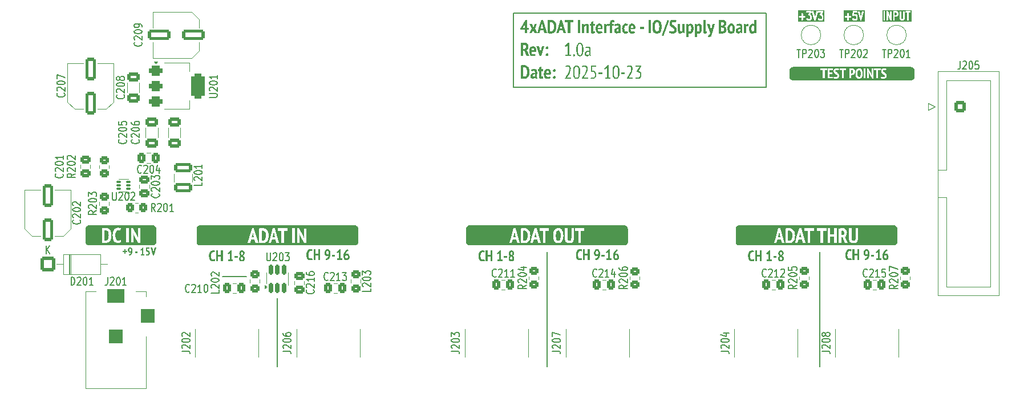
<source format=gto>
G04 #@! TF.GenerationSoftware,KiCad,Pcbnew,9.0.5*
G04 #@! TF.CreationDate,2025-10-23T02:30:17+02:00*
G04 #@! TF.ProjectId,supply-board,73757070-6c79-42d6-926f-6172642e6b69,1.0a*
G04 #@! TF.SameCoordinates,Original*
G04 #@! TF.FileFunction,Legend,Top*
G04 #@! TF.FilePolarity,Positive*
%FSLAX46Y46*%
G04 Gerber Fmt 4.6, Leading zero omitted, Abs format (unit mm)*
G04 Created by KiCad (PCBNEW 9.0.5) date 2025-10-23 02:30:17*
%MOMM*%
%LPD*%
G01*
G04 APERTURE LIST*
G04 Aperture macros list*
%AMRoundRect*
0 Rectangle with rounded corners*
0 $1 Rounding radius*
0 $2 $3 $4 $5 $6 $7 $8 $9 X,Y pos of 4 corners*
0 Add a 4 corners polygon primitive as box body*
4,1,4,$2,$3,$4,$5,$6,$7,$8,$9,$2,$3,0*
0 Add four circle primitives for the rounded corners*
1,1,$1+$1,$2,$3*
1,1,$1+$1,$4,$5*
1,1,$1+$1,$6,$7*
1,1,$1+$1,$8,$9*
0 Add four rect primitives between the rounded corners*
20,1,$1+$1,$2,$3,$4,$5,0*
20,1,$1+$1,$4,$5,$6,$7,0*
20,1,$1+$1,$6,$7,$8,$9,0*
20,1,$1+$1,$8,$9,$2,$3,0*%
G04 Aperture macros list end*
%ADD10C,0.170000*%
%ADD11C,0.237500*%
%ADD12C,0.150000*%
%ADD13C,0.200000*%
%ADD14C,0.320000*%
%ADD15C,0.250000*%
%ADD16C,0.100000*%
%ADD17RoundRect,0.250000X-0.337500X-0.475000X0.337500X-0.475000X0.337500X0.475000X-0.337500X0.475000X0*%
%ADD18C,6.400000*%
%ADD19C,1.500000*%
%ADD20C,1.800000*%
%ADD21RoundRect,0.250000X0.550000X-1.412500X0.550000X1.412500X-0.550000X1.412500X-0.550000X-1.412500X0*%
%ADD22RoundRect,0.250000X0.475000X-0.337500X0.475000X0.337500X-0.475000X0.337500X-0.475000X-0.337500X0*%
%ADD23RoundRect,0.250000X0.337500X0.475000X-0.337500X0.475000X-0.337500X-0.475000X0.337500X-0.475000X0*%
%ADD24RoundRect,0.250000X-0.475000X0.337500X-0.475000X-0.337500X0.475000X-0.337500X0.475000X0.337500X0*%
%ADD25RoundRect,0.250000X-0.450000X0.325000X-0.450000X-0.325000X0.450000X-0.325000X0.450000X0.325000X0*%
%ADD26RoundRect,0.087500X0.250000X0.087500X-0.250000X0.087500X-0.250000X-0.087500X0.250000X-0.087500X0*%
%ADD27RoundRect,0.250000X0.650000X-0.412500X0.650000X0.412500X-0.650000X0.412500X-0.650000X-0.412500X0*%
%ADD28RoundRect,0.250000X-0.450000X0.350000X-0.450000X-0.350000X0.450000X-0.350000X0.450000X0.350000X0*%
%ADD29RoundRect,0.250001X1.074999X-0.462499X1.074999X0.462499X-1.074999X0.462499X-1.074999X-0.462499X0*%
%ADD30RoundRect,0.250000X0.450000X-0.350000X0.450000X0.350000X-0.450000X0.350000X-0.450000X-0.350000X0*%
%ADD31C,2.500000*%
%ADD32RoundRect,0.375000X-0.625000X-0.375000X0.625000X-0.375000X0.625000X0.375000X-0.625000X0.375000X0*%
%ADD33RoundRect,0.500000X-0.500000X-1.400000X0.500000X-1.400000X0.500000X1.400000X-0.500000X1.400000X0*%
%ADD34RoundRect,0.250000X0.350000X0.450000X-0.350000X0.450000X-0.350000X-0.450000X0.350000X-0.450000X0*%
%ADD35RoundRect,0.162500X0.162500X-0.617500X0.162500X0.617500X-0.162500X0.617500X-0.162500X-0.617500X0*%
%ADD36RoundRect,1.000000X1.250000X0.000010X-1.250000X0.000010X-1.250000X-0.000010X1.250000X-0.000010X0*%
%ADD37RoundRect,1.000000X1.000000X0.000010X-1.000000X0.000010X-1.000000X-0.000010X1.000000X-0.000010X0*%
%ADD38RoundRect,1.000000X0.000010X1.000000X-0.000010X1.000000X-0.000010X-1.000000X0.000010X-1.000000X0*%
%ADD39RoundRect,0.250000X1.412500X0.550000X-1.412500X0.550000X-1.412500X-0.550000X1.412500X-0.550000X0*%
%ADD40RoundRect,0.250000X-0.600000X-0.600000X0.600000X-0.600000X0.600000X0.600000X-0.600000X0.600000X0*%
%ADD41C,1.700000*%
%ADD42RoundRect,0.249999X-0.850001X-0.850001X0.850001X-0.850001X0.850001X0.850001X-0.850001X0.850001X0*%
%ADD43C,2.200000*%
G04 APERTURE END LIST*
D10*
G36*
X51286961Y-97287384D02*
G01*
X51361340Y-97307730D01*
X51422529Y-97339736D01*
X51499919Y-97408942D01*
X51557938Y-97498787D01*
X51597172Y-97603543D01*
X51622552Y-97729840D01*
X51635185Y-97862647D01*
X51639478Y-98002000D01*
X51634367Y-98153099D01*
X51619462Y-98294176D01*
X51590993Y-98427993D01*
X51548669Y-98540544D01*
X51487610Y-98637678D01*
X51408559Y-98711819D01*
X51346121Y-98746465D01*
X51271211Y-98768268D01*
X51180863Y-98776030D01*
X51148623Y-98774553D01*
X51099323Y-98771463D01*
X51050022Y-98768373D01*
X51017782Y-98763806D01*
X51017782Y-97289226D01*
X51096233Y-97281704D01*
X51196312Y-97280092D01*
X51286961Y-97287384D01*
G37*
G36*
X56573104Y-99390160D02*
G01*
X50385517Y-99390160D01*
X50385517Y-96949765D01*
X50629961Y-96949765D01*
X50629961Y-97289226D01*
X50629961Y-99106357D01*
X50734607Y-99117103D01*
X50876195Y-99126238D01*
X51017782Y-99134029D01*
X51125518Y-99137119D01*
X51304343Y-99125738D01*
X51452405Y-99094067D01*
X51574864Y-99044832D01*
X51687095Y-98975258D01*
X51780869Y-98892946D01*
X51858039Y-98797255D01*
X51919878Y-98690041D01*
X51968706Y-98570568D01*
X52004194Y-98437241D01*
X52035240Y-98229564D01*
X52045233Y-98020673D01*
X52227053Y-98020673D01*
X52234737Y-98230549D01*
X52256023Y-98405707D01*
X52288578Y-98550887D01*
X52337290Y-98691534D01*
X52394004Y-98806402D01*
X52457838Y-98899214D01*
X52535129Y-98980523D01*
X52618468Y-99043123D01*
X52708639Y-99088759D01*
X52856179Y-99131211D01*
X53018144Y-99145716D01*
X53150239Y-99138061D01*
X53284258Y-99114820D01*
X53320241Y-99102730D01*
X54244609Y-99102730D01*
X54632430Y-99102730D01*
X54943681Y-99102730D01*
X55310009Y-99102730D01*
X55310009Y-98040285D01*
X55260708Y-97668719D01*
X55276156Y-97668719D01*
X55417744Y-98046465D01*
X56030171Y-99118178D01*
X56328660Y-99118178D01*
X56328660Y-96951646D01*
X55962467Y-96951646D01*
X55962467Y-98023359D01*
X56011767Y-98388747D01*
X55993363Y-98388747D01*
X55860910Y-98017180D01*
X55242304Y-96936198D01*
X54943681Y-96936198D01*
X54943681Y-99102730D01*
X54632430Y-99102730D01*
X54632430Y-96944795D01*
X54244609Y-96944795D01*
X54244609Y-99102730D01*
X53320241Y-99102730D01*
X53408417Y-99073103D01*
X53498252Y-99016353D01*
X53421279Y-98690057D01*
X53282781Y-98756552D01*
X53201387Y-98777101D01*
X53098072Y-98784628D01*
X52981582Y-98770222D01*
X52887303Y-98729417D01*
X52808300Y-98663793D01*
X52742625Y-98572918D01*
X52694424Y-98465125D01*
X52659473Y-98332058D01*
X52640224Y-98188660D01*
X52633412Y-98023762D01*
X52642399Y-97819539D01*
X52666567Y-97660633D01*
X52702358Y-97538863D01*
X52747193Y-97447068D01*
X52811746Y-97365064D01*
X52886157Y-97308696D01*
X52972242Y-97274707D01*
X53073489Y-97262897D01*
X53177555Y-97267178D01*
X53259675Y-97278748D01*
X53335066Y-97298289D01*
X53396696Y-97323078D01*
X53473669Y-96981737D01*
X53397220Y-96953969D01*
X53290438Y-96926391D01*
X53173229Y-96908402D01*
X53027413Y-96901808D01*
X52881134Y-96914778D01*
X52734968Y-96954198D01*
X52643394Y-96996781D01*
X52557965Y-97056359D01*
X52477854Y-97134608D01*
X52410882Y-97224662D01*
X52350076Y-97337860D01*
X52296235Y-97478234D01*
X52259786Y-97623729D01*
X52235781Y-97802593D01*
X52227053Y-98020673D01*
X52045233Y-98020673D01*
X52045837Y-98008045D01*
X52034532Y-97768143D01*
X52002716Y-97562058D01*
X51966190Y-97431883D01*
X51917255Y-97318194D01*
X51856427Y-97218970D01*
X51780883Y-97131434D01*
X51690180Y-97057800D01*
X51582521Y-96997454D01*
X51466047Y-96955679D01*
X51325491Y-96928704D01*
X51156280Y-96919003D01*
X51036186Y-96920615D01*
X50896211Y-96926794D01*
X50754623Y-96935929D01*
X50629961Y-96949765D01*
X50385517Y-96949765D01*
X50385517Y-96657364D01*
X56573104Y-96657364D01*
X56573104Y-99390160D01*
G37*
D11*
G36*
X163828999Y-66269275D02*
G01*
X160748770Y-66269275D01*
X160748770Y-65536883D01*
X160882103Y-65536883D01*
X160882103Y-65583217D01*
X160899834Y-65626024D01*
X160932597Y-65658787D01*
X160975404Y-65676518D01*
X160998571Y-65678800D01*
X161241726Y-65678800D01*
X161241726Y-66017192D01*
X161244008Y-66040359D01*
X161261739Y-66083166D01*
X161294502Y-66115929D01*
X161337309Y-66133660D01*
X161383643Y-66133660D01*
X161426450Y-66115929D01*
X161459213Y-66083166D01*
X161476944Y-66040359D01*
X161479226Y-66017192D01*
X161479226Y-65678800D01*
X161722381Y-65678800D01*
X161745548Y-65676518D01*
X161788355Y-65658787D01*
X161821118Y-65626024D01*
X161838849Y-65583217D01*
X161838849Y-65536883D01*
X161821118Y-65494076D01*
X161788355Y-65461313D01*
X161745548Y-65443582D01*
X161722381Y-65441300D01*
X161479226Y-65441300D01*
X161479226Y-65379249D01*
X162011143Y-65379249D01*
X162011590Y-65402524D01*
X162015169Y-65413558D01*
X162016510Y-65425085D01*
X162022248Y-65435382D01*
X162025887Y-65446597D01*
X162033418Y-65455423D01*
X162039067Y-65465558D01*
X162048309Y-65472874D01*
X162055962Y-65481843D01*
X162066297Y-65487115D01*
X162075395Y-65494317D01*
X162086736Y-65497541D01*
X162097237Y-65502897D01*
X162108799Y-65503812D01*
X162119964Y-65506986D01*
X162131677Y-65505623D01*
X162143426Y-65506554D01*
X162154460Y-65502974D01*
X162165987Y-65501634D01*
X162176284Y-65495895D01*
X162187499Y-65492257D01*
X162196325Y-65484725D01*
X162206460Y-65479077D01*
X162222629Y-65462329D01*
X162255295Y-65421065D01*
X162299598Y-65393085D01*
X162457067Y-65393085D01*
X162501368Y-65421063D01*
X162523169Y-65448603D01*
X162553630Y-65525554D01*
X162553630Y-65765973D01*
X162523169Y-65842924D01*
X162501368Y-65870463D01*
X162457068Y-65898442D01*
X162299597Y-65898442D01*
X162255296Y-65870463D01*
X162222629Y-65829199D01*
X162206460Y-65812451D01*
X162165987Y-65789894D01*
X162119964Y-65784542D01*
X162075395Y-65797211D01*
X162039067Y-65825970D01*
X162016510Y-65866443D01*
X162011158Y-65912466D01*
X162023827Y-65957035D01*
X162036417Y-65976615D01*
X162081655Y-66033758D01*
X162091239Y-66043686D01*
X162092981Y-66046152D01*
X162095555Y-66048156D01*
X162097824Y-66050506D01*
X162100463Y-66051977D01*
X162111350Y-66060452D01*
X162201826Y-66117594D01*
X162222632Y-66128036D01*
X162232665Y-66129764D01*
X162242070Y-66133660D01*
X162265237Y-66135942D01*
X162491428Y-66135942D01*
X162514595Y-66133660D01*
X162523999Y-66129764D01*
X162534033Y-66128036D01*
X162554839Y-66117594D01*
X162645315Y-66060452D01*
X162656201Y-66051977D01*
X162658841Y-66050506D01*
X162661109Y-66048156D01*
X162663684Y-66046152D01*
X162665425Y-66043686D01*
X162675010Y-66033758D01*
X162720248Y-65976615D01*
X162724888Y-65969398D01*
X162726908Y-65967314D01*
X162729626Y-65962030D01*
X162732838Y-65957035D01*
X162733631Y-65954244D01*
X162737557Y-65946613D01*
X162782795Y-65832326D01*
X162788278Y-65813163D01*
X162788848Y-65811788D01*
X162788940Y-65810849D01*
X162789199Y-65809946D01*
X162789175Y-65808462D01*
X162791130Y-65788621D01*
X162791130Y-65502907D01*
X162789175Y-65483065D01*
X162789199Y-65481582D01*
X162788940Y-65480678D01*
X162788848Y-65479740D01*
X162788278Y-65478364D01*
X162782795Y-65459202D01*
X162737557Y-65344915D01*
X162733631Y-65337283D01*
X162732838Y-65334493D01*
X162729626Y-65329497D01*
X162726908Y-65324214D01*
X162724888Y-65322129D01*
X162720248Y-65314913D01*
X162675010Y-65257770D01*
X162665422Y-65247839D01*
X162663684Y-65245377D01*
X162661112Y-65243374D01*
X162658841Y-65241022D01*
X162656199Y-65239550D01*
X162645316Y-65231076D01*
X162554840Y-65173933D01*
X162534034Y-65163492D01*
X162524001Y-65161763D01*
X162514595Y-65157867D01*
X162491428Y-65155585D01*
X162267094Y-65155585D01*
X162284482Y-64935942D01*
X162627142Y-64935942D01*
X162650309Y-64933660D01*
X162693116Y-64915929D01*
X162725879Y-64883166D01*
X162743610Y-64840359D01*
X162743610Y-64824509D01*
X162825285Y-64824509D01*
X162828990Y-64847492D01*
X163145656Y-66047491D01*
X163147846Y-66053378D01*
X163148173Y-66055789D01*
X163149751Y-66058498D01*
X163153773Y-66069309D01*
X163163451Y-66082021D01*
X163171492Y-66095827D01*
X163177367Y-66100300D01*
X163181840Y-66106175D01*
X163195642Y-66114213D01*
X163208357Y-66123894D01*
X163215498Y-66125778D01*
X163221878Y-66129494D01*
X163237708Y-66131639D01*
X163253158Y-66135716D01*
X163260475Y-66134724D01*
X163267792Y-66135716D01*
X163283240Y-66131639D01*
X163299072Y-66129494D01*
X163305452Y-66125778D01*
X163312592Y-66123894D01*
X163325304Y-66114215D01*
X163339110Y-66106175D01*
X163343583Y-66100299D01*
X163349458Y-66095827D01*
X163357496Y-66082024D01*
X163367177Y-66069310D01*
X163371199Y-66058497D01*
X163372777Y-66055789D01*
X163373103Y-66053380D01*
X163375294Y-66047492D01*
X163691961Y-64847492D01*
X163695666Y-64824510D01*
X163689444Y-64778595D01*
X163666125Y-64738557D01*
X163629259Y-64710491D01*
X163584459Y-64698668D01*
X163538545Y-64704890D01*
X163498507Y-64728209D01*
X163470440Y-64765075D01*
X163462322Y-64786893D01*
X163260475Y-65551787D01*
X163058628Y-64786892D01*
X163050511Y-64765075D01*
X163022444Y-64728209D01*
X162982406Y-64704890D01*
X162936492Y-64698668D01*
X162891692Y-64710490D01*
X162854826Y-64738557D01*
X162831507Y-64778595D01*
X162825285Y-64824509D01*
X162743610Y-64824509D01*
X162743610Y-64794025D01*
X162725879Y-64751218D01*
X162693116Y-64718455D01*
X162650309Y-64700724D01*
X162627142Y-64698442D01*
X162174761Y-64698442D01*
X162163967Y-64699505D01*
X162160858Y-64699259D01*
X162158412Y-64700052D01*
X162151594Y-64700724D01*
X162134445Y-64707827D01*
X162116785Y-64713556D01*
X162113172Y-64716638D01*
X162108787Y-64718455D01*
X162095661Y-64731580D01*
X162081539Y-64743631D01*
X162079381Y-64747860D01*
X162076024Y-64751218D01*
X162068917Y-64768373D01*
X162060485Y-64784906D01*
X162059277Y-64791648D01*
X162058293Y-64794025D01*
X162058293Y-64797144D01*
X162056381Y-64807820D01*
X162011143Y-65379249D01*
X161479226Y-65379249D01*
X161479226Y-65102907D01*
X161476944Y-65079740D01*
X161459213Y-65036933D01*
X161426450Y-65004170D01*
X161383643Y-64986439D01*
X161337309Y-64986439D01*
X161294502Y-65004170D01*
X161261739Y-65036933D01*
X161244008Y-65079740D01*
X161241726Y-65102907D01*
X161241726Y-65441300D01*
X160998571Y-65441300D01*
X160975404Y-65443582D01*
X160932597Y-65461313D01*
X160899834Y-65494076D01*
X160882103Y-65536883D01*
X160748770Y-65536883D01*
X160748770Y-64565109D01*
X163828999Y-64565109D01*
X163828999Y-66269275D01*
G37*
D10*
G36*
X81903007Y-101617580D02*
G01*
X81837673Y-101658853D01*
X81747376Y-101689192D01*
X81649907Y-101706095D01*
X81553838Y-101711663D01*
X81436045Y-101701113D01*
X81328744Y-101670239D01*
X81263164Y-101637050D01*
X81202555Y-101591522D01*
X81146343Y-101532388D01*
X81099918Y-101464889D01*
X81058672Y-101381348D01*
X81023245Y-101279060D01*
X80999568Y-101173474D01*
X80984088Y-101046086D01*
X80978499Y-100893449D01*
X80984847Y-100734846D01*
X81002305Y-100604763D01*
X81028813Y-100498948D01*
X81067971Y-100396858D01*
X81112193Y-100314532D01*
X81160900Y-100249039D01*
X81219162Y-100192130D01*
X81281293Y-100148800D01*
X81347892Y-100117831D01*
X81454194Y-100089162D01*
X81560579Y-100079730D01*
X81666627Y-100084525D01*
X81751870Y-100097608D01*
X81829530Y-100117664D01*
X81885129Y-100137859D01*
X81829148Y-100386108D01*
X81784327Y-100368079D01*
X81729497Y-100353868D01*
X81669773Y-100345453D01*
X81594089Y-100342339D01*
X81520455Y-100350928D01*
X81457848Y-100375648D01*
X81403730Y-100416643D01*
X81356783Y-100476282D01*
X81324176Y-100543042D01*
X81298146Y-100631602D01*
X81280569Y-100747170D01*
X81274033Y-100895696D01*
X81278987Y-101015622D01*
X81292986Y-101119911D01*
X81318406Y-101216687D01*
X81353461Y-101295082D01*
X81401224Y-101361173D01*
X81458681Y-101408899D01*
X81527248Y-101438576D01*
X81611968Y-101449053D01*
X81687106Y-101443579D01*
X81746301Y-101428634D01*
X81847027Y-101380274D01*
X81903007Y-101617580D01*
G37*
G36*
X82746231Y-101017622D02*
G01*
X82318709Y-101017622D01*
X82318709Y-101680400D01*
X82036657Y-101680400D01*
X82036657Y-100110993D01*
X82318709Y-100110993D01*
X82318709Y-100755012D01*
X82746231Y-100755012D01*
X82746231Y-100110993D01*
X83028283Y-100110993D01*
X83028283Y-101680400D01*
X82746231Y-101680400D01*
X82746231Y-101017622D01*
G37*
G36*
X84209573Y-100089482D02*
G01*
X84297048Y-100117464D01*
X84373438Y-100163125D01*
X84440593Y-100227741D01*
X84491372Y-100303965D01*
X84530189Y-100400223D01*
X84555597Y-100520944D01*
X84564864Y-100671481D01*
X84558021Y-100844701D01*
X84538796Y-100993528D01*
X84508883Y-101120986D01*
X84465466Y-101244710D01*
X84415239Y-101348881D01*
X84358820Y-101435961D01*
X84291544Y-101514587D01*
X84219309Y-101578387D01*
X84141737Y-101628718D01*
X84057843Y-101668136D01*
X83972986Y-101695615D01*
X83886552Y-101711663D01*
X83823929Y-101487838D01*
X83922394Y-101460580D01*
X84006131Y-101422095D01*
X84077237Y-101372830D01*
X84137243Y-101312472D01*
X84202101Y-101217560D01*
X84249935Y-101109273D01*
X84280565Y-100985284D01*
X84234833Y-101034350D01*
X84188827Y-101063931D01*
X84135391Y-101080224D01*
X84061235Y-101086401D01*
X83992263Y-101079542D01*
X83921235Y-101058362D01*
X83854984Y-101022782D01*
X83794815Y-100970727D01*
X83745152Y-100904934D01*
X83704152Y-100820176D01*
X83678721Y-100723991D01*
X83669469Y-100603289D01*
X83670513Y-100587559D01*
X83926901Y-100587559D01*
X83933935Y-100671588D01*
X83952879Y-100734962D01*
X83981709Y-100782367D01*
X84022079Y-100819563D01*
X84068047Y-100841348D01*
X84121612Y-100848801D01*
X84183268Y-100842508D01*
X84231326Y-100825159D01*
X84271146Y-100796627D01*
X84300691Y-100758725D01*
X84306259Y-100706945D01*
X84307432Y-100655166D01*
X84296197Y-100523372D01*
X84281222Y-100464271D01*
X84260439Y-100416394D01*
X84232082Y-100375454D01*
X84197718Y-100344391D01*
X84156597Y-100324338D01*
X84105980Y-100317329D01*
X84053124Y-100325460D01*
X84009916Y-100349005D01*
X83973894Y-100389430D01*
X83949134Y-100439658D01*
X83932881Y-100504465D01*
X83926901Y-100587559D01*
X83670513Y-100587559D01*
X83677395Y-100483850D01*
X83699729Y-100382394D01*
X83734959Y-100296049D01*
X83782505Y-100222465D01*
X83844034Y-100160967D01*
X83917097Y-100116904D01*
X84004015Y-100089449D01*
X84108227Y-100079730D01*
X84209573Y-100089482D01*
G37*
G36*
X84758109Y-100905075D02*
G01*
X85223733Y-100905075D01*
X85223733Y-101167685D01*
X84758109Y-101167685D01*
X84758109Y-100905075D01*
G37*
G36*
X85519560Y-101442800D02*
G01*
X85774745Y-101442800D01*
X85774745Y-100562842D01*
X85803859Y-100410532D01*
X85712121Y-100541642D01*
X85564403Y-100654970D01*
X85441207Y-100505005D01*
X85873224Y-100085982D01*
X86029930Y-100085982D01*
X86029930Y-101442800D01*
X86280621Y-101442800D01*
X86280621Y-101680400D01*
X85519560Y-101680400D01*
X85519560Y-101442800D01*
G37*
G36*
X87226036Y-100296813D02*
G01*
X87141646Y-100325896D01*
X87062686Y-100368522D01*
X86990614Y-100422782D01*
X86926106Y-100487322D01*
X86870837Y-100560974D01*
X86824305Y-100645298D01*
X86788314Y-100736002D01*
X86762756Y-100832388D01*
X86805699Y-100783720D01*
X86858988Y-100744949D01*
X86921784Y-100720179D01*
X87002212Y-100711244D01*
X87080464Y-100718696D01*
X87151005Y-100740455D01*
X87214372Y-100777110D01*
X87269609Y-100830141D01*
X87313476Y-100896503D01*
X87347962Y-100981572D01*
X87368546Y-101076670D01*
X87376001Y-101193477D01*
X87367575Y-101308867D01*
X87343566Y-101408899D01*
X87304162Y-101499484D01*
X87253977Y-101572640D01*
X87191220Y-101632103D01*
X87117397Y-101675808D01*
X87035131Y-101702532D01*
X86943984Y-101711663D01*
X86848391Y-101702795D01*
X86762659Y-101676980D01*
X86685864Y-101633255D01*
X86619435Y-101570490D01*
X86567052Y-101491035D01*
X86525352Y-101385550D01*
X86500822Y-101266678D01*
X86492425Y-101127336D01*
X86749274Y-101127336D01*
X86749274Y-101177748D01*
X86760411Y-101288927D01*
X86774965Y-101339593D01*
X86795094Y-101383205D01*
X86821833Y-101420990D01*
X86853321Y-101449443D01*
X86890951Y-101467682D01*
X86937341Y-101474063D01*
X86987669Y-101466477D01*
X87030637Y-101444201D01*
X87068255Y-101405675D01*
X87094720Y-101357360D01*
X87112186Y-101293332D01*
X87118667Y-101209206D01*
X87112418Y-101118446D01*
X87096199Y-101054481D01*
X87072749Y-101010588D01*
X87037920Y-100977040D01*
X86992439Y-100956321D01*
X86932847Y-100948843D01*
X86870001Y-100958641D01*
X86818639Y-100987043D01*
X86778003Y-101029023D01*
X86751521Y-101076827D01*
X86749274Y-101127336D01*
X86492425Y-101127336D01*
X86491842Y-101117664D01*
X86498349Y-100965790D01*
X86516985Y-100829992D01*
X86546650Y-100708508D01*
X86588766Y-100590674D01*
X86638139Y-100487701D01*
X86694368Y-100398027D01*
X86760552Y-100315553D01*
X86831378Y-100246064D01*
X86907055Y-100188466D01*
X86989197Y-100140529D01*
X87072972Y-100104484D01*
X87158918Y-100079730D01*
X87226036Y-100296813D01*
G37*
G36*
X67454376Y-101790395D02*
G01*
X67389042Y-101831668D01*
X67298745Y-101862007D01*
X67201276Y-101878910D01*
X67105207Y-101884478D01*
X66987414Y-101873928D01*
X66880113Y-101843054D01*
X66814533Y-101809865D01*
X66753924Y-101764337D01*
X66697712Y-101705203D01*
X66651287Y-101637704D01*
X66610041Y-101554163D01*
X66574614Y-101451875D01*
X66550937Y-101346289D01*
X66535457Y-101218901D01*
X66529868Y-101066264D01*
X66536216Y-100907661D01*
X66553674Y-100777578D01*
X66580182Y-100671763D01*
X66619340Y-100569673D01*
X66663562Y-100487347D01*
X66712269Y-100421854D01*
X66770531Y-100364945D01*
X66832662Y-100321615D01*
X66899261Y-100290646D01*
X67005563Y-100261977D01*
X67111948Y-100252545D01*
X67217996Y-100257340D01*
X67303239Y-100270423D01*
X67380899Y-100290479D01*
X67436498Y-100310674D01*
X67380517Y-100558923D01*
X67335696Y-100540894D01*
X67280866Y-100526683D01*
X67221142Y-100518268D01*
X67145458Y-100515154D01*
X67071824Y-100523743D01*
X67009217Y-100548463D01*
X66955099Y-100589458D01*
X66908152Y-100649097D01*
X66875545Y-100715857D01*
X66849515Y-100804417D01*
X66831938Y-100919985D01*
X66825402Y-101068511D01*
X66830356Y-101188437D01*
X66844355Y-101292726D01*
X66869775Y-101389502D01*
X66904830Y-101467897D01*
X66952593Y-101533988D01*
X67010050Y-101581714D01*
X67078617Y-101611391D01*
X67163337Y-101621868D01*
X67238475Y-101616394D01*
X67297670Y-101601449D01*
X67398396Y-101553089D01*
X67454376Y-101790395D01*
G37*
G36*
X68297600Y-101190437D02*
G01*
X67870078Y-101190437D01*
X67870078Y-101853215D01*
X67588026Y-101853215D01*
X67588026Y-100283808D01*
X67870078Y-100283808D01*
X67870078Y-100927827D01*
X68297600Y-100927827D01*
X68297600Y-100283808D01*
X68579652Y-100283808D01*
X68579652Y-101853215D01*
X68297600Y-101853215D01*
X68297600Y-101190437D01*
G37*
G36*
X69332702Y-101615615D02*
G01*
X69587887Y-101615615D01*
X69587887Y-100735657D01*
X69617000Y-100583347D01*
X69525263Y-100714457D01*
X69377545Y-100827785D01*
X69254349Y-100677820D01*
X69686365Y-100258797D01*
X69843071Y-100258797D01*
X69843071Y-101615615D01*
X70093762Y-101615615D01*
X70093762Y-101853215D01*
X69332702Y-101853215D01*
X69332702Y-101615615D01*
G37*
G36*
X70309478Y-101077890D02*
G01*
X70775102Y-101077890D01*
X70775102Y-101340500D01*
X70309478Y-101340500D01*
X70309478Y-101077890D01*
G37*
G36*
X71504312Y-100259224D02*
G01*
X71576992Y-100278274D01*
X71640221Y-100308894D01*
X71695507Y-100351219D01*
X71740174Y-100403649D01*
X71772801Y-100466322D01*
X71793394Y-100541312D01*
X71800727Y-100631414D01*
X71794781Y-100718420D01*
X71778007Y-100792421D01*
X71751487Y-100855531D01*
X71692883Y-100942538D01*
X71610413Y-101025915D01*
X71680877Y-101082348D01*
X71736227Y-101141309D01*
X71778256Y-101203040D01*
X71808209Y-101270991D01*
X71827369Y-101352954D01*
X71834237Y-101451875D01*
X71825827Y-101549332D01*
X71801801Y-101633396D01*
X71762733Y-101708630D01*
X71712213Y-101770172D01*
X71650202Y-101819204D01*
X71576805Y-101855266D01*
X71496069Y-101877008D01*
X71406714Y-101884478D01*
X71315641Y-101877208D01*
X71236623Y-101856439D01*
X71165032Y-101822226D01*
X71104537Y-101776913D01*
X71055452Y-101719763D01*
X71018368Y-101649125D01*
X70996032Y-101569543D01*
X70988180Y-101476494D01*
X70991280Y-101424813D01*
X71232129Y-101424813D01*
X71237701Y-101486133D01*
X71253550Y-101538265D01*
X71279122Y-101582984D01*
X71314520Y-101618364D01*
X71357707Y-101639479D01*
X71411208Y-101646878D01*
X71459850Y-101641181D01*
X71499444Y-101625062D01*
X71532060Y-101598713D01*
X71555584Y-101563775D01*
X71571039Y-101516125D01*
X71576805Y-101451777D01*
X71572167Y-101397568D01*
X71558926Y-101350856D01*
X71537813Y-101308309D01*
X71510762Y-101271233D01*
X71443644Y-101207339D01*
X71370957Y-101151261D01*
X71302874Y-101216476D01*
X71262318Y-101282468D01*
X71239550Y-101353969D01*
X71232129Y-101424813D01*
X70991280Y-101424813D01*
X70992877Y-101398184D01*
X71006058Y-101331903D01*
X71027698Y-101270587D01*
X71055298Y-101217597D01*
X71088850Y-101169322D01*
X71125835Y-101126739D01*
X71209757Y-101052782D01*
X71131042Y-100977289D01*
X71072004Y-100892559D01*
X71044988Y-100830048D01*
X71027811Y-100755747D01*
X71022001Y-100671763D01*
X71276875Y-100671763D01*
X71280709Y-100721470D01*
X71291432Y-100762621D01*
X71308611Y-100800061D01*
X71330608Y-100833256D01*
X71387663Y-100890409D01*
X71455954Y-100938574D01*
X71502004Y-100876714D01*
X71533134Y-100818602D01*
X71552214Y-100756377D01*
X71558926Y-100682998D01*
X71553713Y-100622994D01*
X71539487Y-100576528D01*
X71517503Y-100540653D01*
X71487155Y-100511971D01*
X71454388Y-100495610D01*
X71417949Y-100490144D01*
X71371717Y-100496692D01*
X71336810Y-100514953D01*
X71310385Y-100545148D01*
X71285480Y-100603398D01*
X71276875Y-100671763D01*
X71022001Y-100671763D01*
X71021690Y-100667269D01*
X71029013Y-100572621D01*
X71049735Y-100492179D01*
X71082743Y-100423471D01*
X71127984Y-100364603D01*
X71184544Y-100316650D01*
X71250720Y-100281927D01*
X71328409Y-100260214D01*
X71420196Y-100252545D01*
X71504312Y-100259224D01*
G37*
G36*
X107454376Y-101790395D02*
G01*
X107389042Y-101831668D01*
X107298745Y-101862007D01*
X107201276Y-101878910D01*
X107105207Y-101884478D01*
X106987414Y-101873928D01*
X106880113Y-101843054D01*
X106814533Y-101809865D01*
X106753924Y-101764337D01*
X106697712Y-101705203D01*
X106651287Y-101637704D01*
X106610041Y-101554163D01*
X106574614Y-101451875D01*
X106550937Y-101346289D01*
X106535457Y-101218901D01*
X106529868Y-101066264D01*
X106536216Y-100907661D01*
X106553674Y-100777578D01*
X106580182Y-100671763D01*
X106619340Y-100569673D01*
X106663562Y-100487347D01*
X106712269Y-100421854D01*
X106770531Y-100364945D01*
X106832662Y-100321615D01*
X106899261Y-100290646D01*
X107005563Y-100261977D01*
X107111948Y-100252545D01*
X107217996Y-100257340D01*
X107303239Y-100270423D01*
X107380899Y-100290479D01*
X107436498Y-100310674D01*
X107380517Y-100558923D01*
X107335696Y-100540894D01*
X107280866Y-100526683D01*
X107221142Y-100518268D01*
X107145458Y-100515154D01*
X107071824Y-100523743D01*
X107009217Y-100548463D01*
X106955099Y-100589458D01*
X106908152Y-100649097D01*
X106875545Y-100715857D01*
X106849515Y-100804417D01*
X106831938Y-100919985D01*
X106825402Y-101068511D01*
X106830356Y-101188437D01*
X106844355Y-101292726D01*
X106869775Y-101389502D01*
X106904830Y-101467897D01*
X106952593Y-101533988D01*
X107010050Y-101581714D01*
X107078617Y-101611391D01*
X107163337Y-101621868D01*
X107238475Y-101616394D01*
X107297670Y-101601449D01*
X107398396Y-101553089D01*
X107454376Y-101790395D01*
G37*
G36*
X108297600Y-101190437D02*
G01*
X107870078Y-101190437D01*
X107870078Y-101853215D01*
X107588026Y-101853215D01*
X107588026Y-100283808D01*
X107870078Y-100283808D01*
X107870078Y-100927827D01*
X108297600Y-100927827D01*
X108297600Y-100283808D01*
X108579652Y-100283808D01*
X108579652Y-101853215D01*
X108297600Y-101853215D01*
X108297600Y-101190437D01*
G37*
G36*
X109332702Y-101615615D02*
G01*
X109587887Y-101615615D01*
X109587887Y-100735657D01*
X109617000Y-100583347D01*
X109525263Y-100714457D01*
X109377545Y-100827785D01*
X109254349Y-100677820D01*
X109686365Y-100258797D01*
X109843071Y-100258797D01*
X109843071Y-101615615D01*
X110093762Y-101615615D01*
X110093762Y-101853215D01*
X109332702Y-101853215D01*
X109332702Y-101615615D01*
G37*
G36*
X110309478Y-101077890D02*
G01*
X110775102Y-101077890D01*
X110775102Y-101340500D01*
X110309478Y-101340500D01*
X110309478Y-101077890D01*
G37*
G36*
X111504312Y-100259224D02*
G01*
X111576992Y-100278274D01*
X111640221Y-100308894D01*
X111695507Y-100351219D01*
X111740174Y-100403649D01*
X111772801Y-100466322D01*
X111793394Y-100541312D01*
X111800727Y-100631414D01*
X111794781Y-100718420D01*
X111778007Y-100792421D01*
X111751487Y-100855531D01*
X111692883Y-100942538D01*
X111610413Y-101025915D01*
X111680877Y-101082348D01*
X111736227Y-101141309D01*
X111778256Y-101203040D01*
X111808209Y-101270991D01*
X111827369Y-101352954D01*
X111834237Y-101451875D01*
X111825827Y-101549332D01*
X111801801Y-101633396D01*
X111762733Y-101708630D01*
X111712213Y-101770172D01*
X111650202Y-101819204D01*
X111576805Y-101855266D01*
X111496069Y-101877008D01*
X111406714Y-101884478D01*
X111315641Y-101877208D01*
X111236623Y-101856439D01*
X111165032Y-101822226D01*
X111104537Y-101776913D01*
X111055452Y-101719763D01*
X111018368Y-101649125D01*
X110996032Y-101569543D01*
X110988180Y-101476494D01*
X110991280Y-101424813D01*
X111232129Y-101424813D01*
X111237701Y-101486133D01*
X111253550Y-101538265D01*
X111279122Y-101582984D01*
X111314520Y-101618364D01*
X111357707Y-101639479D01*
X111411208Y-101646878D01*
X111459850Y-101641181D01*
X111499444Y-101625062D01*
X111532060Y-101598713D01*
X111555584Y-101563775D01*
X111571039Y-101516125D01*
X111576805Y-101451777D01*
X111572167Y-101397568D01*
X111558926Y-101350856D01*
X111537813Y-101308309D01*
X111510762Y-101271233D01*
X111443644Y-101207339D01*
X111370957Y-101151261D01*
X111302874Y-101216476D01*
X111262318Y-101282468D01*
X111239550Y-101353969D01*
X111232129Y-101424813D01*
X110991280Y-101424813D01*
X110992877Y-101398184D01*
X111006058Y-101331903D01*
X111027698Y-101270587D01*
X111055298Y-101217597D01*
X111088850Y-101169322D01*
X111125835Y-101126739D01*
X111209757Y-101052782D01*
X111131042Y-100977289D01*
X111072004Y-100892559D01*
X111044988Y-100830048D01*
X111027811Y-100755747D01*
X111022001Y-100671763D01*
X111276875Y-100671763D01*
X111280709Y-100721470D01*
X111291432Y-100762621D01*
X111308611Y-100800061D01*
X111330608Y-100833256D01*
X111387663Y-100890409D01*
X111455954Y-100938574D01*
X111502004Y-100876714D01*
X111533134Y-100818602D01*
X111552214Y-100756377D01*
X111558926Y-100682998D01*
X111553713Y-100622994D01*
X111539487Y-100576528D01*
X111517503Y-100540653D01*
X111487155Y-100511971D01*
X111454388Y-100495610D01*
X111417949Y-100490144D01*
X111371717Y-100496692D01*
X111336810Y-100514953D01*
X111310385Y-100545148D01*
X111285480Y-100603398D01*
X111276875Y-100671763D01*
X111022001Y-100671763D01*
X111021690Y-100667269D01*
X111029013Y-100572621D01*
X111049735Y-100492179D01*
X111082743Y-100423471D01*
X111127984Y-100364603D01*
X111184544Y-100316650D01*
X111250720Y-100281927D01*
X111328409Y-100260214D01*
X111420196Y-100252545D01*
X111504312Y-100259224D01*
G37*
G36*
X74612909Y-97327054D02*
G01*
X74687287Y-97347400D01*
X74748477Y-97379406D01*
X74825866Y-97448612D01*
X74883885Y-97538457D01*
X74923120Y-97643213D01*
X74948500Y-97769510D01*
X74961133Y-97902317D01*
X74965426Y-98041670D01*
X74960315Y-98192769D01*
X74945410Y-98333846D01*
X74916940Y-98467663D01*
X74874616Y-98580214D01*
X74813558Y-98677348D01*
X74734506Y-98751489D01*
X74672069Y-98786135D01*
X74597159Y-98807938D01*
X74506811Y-98815700D01*
X74474571Y-98814223D01*
X74425271Y-98811133D01*
X74375970Y-98808043D01*
X74343730Y-98803476D01*
X74343730Y-97328896D01*
X74422181Y-97321374D01*
X74522259Y-97319762D01*
X74612909Y-97327054D01*
G37*
G36*
X73094965Y-97835603D02*
G01*
X73218149Y-98334249D01*
X72861091Y-98334249D01*
X72981185Y-97838692D01*
X73033440Y-97499097D01*
X73045799Y-97499097D01*
X73094965Y-97835603D01*
G37*
G36*
X76202907Y-97835603D02*
G01*
X76326091Y-98334249D01*
X75969032Y-98334249D01*
X76089126Y-97838692D01*
X76141382Y-97499097D01*
X76153741Y-97499097D01*
X76202907Y-97835603D01*
G37*
G36*
X81210147Y-99421233D02*
G01*
X72022623Y-99421233D01*
X72022623Y-99142400D01*
X72267067Y-99142400D01*
X72651799Y-99142400D01*
X72778072Y-98652351D01*
X73285853Y-98652351D01*
X73418172Y-99142400D01*
X73824531Y-99142400D01*
X73200588Y-96989435D01*
X73955909Y-96989435D01*
X73955909Y-97328896D01*
X73955909Y-99146027D01*
X74060555Y-99156773D01*
X74202143Y-99165908D01*
X74343730Y-99173699D01*
X74451466Y-99176789D01*
X74630291Y-99165408D01*
X74737853Y-99142400D01*
X75375009Y-99142400D01*
X75759740Y-99142400D01*
X75886014Y-98652351D01*
X76393795Y-98652351D01*
X76526113Y-99142400D01*
X76932472Y-99142400D01*
X76411734Y-97345554D01*
X76747898Y-97345554D01*
X77258903Y-97345554D01*
X77258903Y-99142400D01*
X77646724Y-99142400D01*
X78881652Y-99142400D01*
X79269473Y-99142400D01*
X79580724Y-99142400D01*
X79947052Y-99142400D01*
X79947052Y-98079955D01*
X79897751Y-97708389D01*
X79913200Y-97708389D01*
X80054787Y-98086135D01*
X80667214Y-99157848D01*
X80965703Y-99157848D01*
X80965703Y-96991316D01*
X80599510Y-96991316D01*
X80599510Y-98063029D01*
X80648810Y-98428417D01*
X80630407Y-98428417D01*
X80497954Y-98056850D01*
X79879348Y-96975868D01*
X79580724Y-96975868D01*
X79580724Y-99142400D01*
X79269473Y-99142400D01*
X79269473Y-96984465D01*
X78881652Y-96984465D01*
X78881652Y-99142400D01*
X77646724Y-99142400D01*
X77646724Y-97345554D01*
X78157594Y-97345554D01*
X78157594Y-96984465D01*
X76747898Y-96984465D01*
X76747898Y-97345554D01*
X76411734Y-97345554D01*
X76304597Y-96975868D01*
X75999794Y-96975868D01*
X75608064Y-98334249D01*
X75375009Y-99142400D01*
X74737853Y-99142400D01*
X74778352Y-99133737D01*
X74900811Y-99084502D01*
X75013043Y-99014928D01*
X75106816Y-98932616D01*
X75183987Y-98836925D01*
X75245825Y-98729711D01*
X75294654Y-98610238D01*
X75330141Y-98476911D01*
X75361187Y-98269234D01*
X75371785Y-98047715D01*
X75360480Y-97807813D01*
X75328664Y-97601728D01*
X75292138Y-97471553D01*
X75243203Y-97357864D01*
X75182375Y-97258640D01*
X75106830Y-97171104D01*
X75016128Y-97097470D01*
X74908468Y-97037124D01*
X74791995Y-96995349D01*
X74651439Y-96968374D01*
X74482228Y-96958673D01*
X74362134Y-96960285D01*
X74222158Y-96966464D01*
X74080571Y-96975599D01*
X73955909Y-96989435D01*
X73200588Y-96989435D01*
X73196656Y-96975868D01*
X72891853Y-96975868D01*
X72500122Y-98334249D01*
X72267067Y-99142400D01*
X72022623Y-99142400D01*
X72022623Y-96714229D01*
X81210147Y-96714229D01*
X81210147Y-99421233D01*
G37*
G36*
X147454376Y-101790395D02*
G01*
X147389042Y-101831668D01*
X147298745Y-101862007D01*
X147201276Y-101878910D01*
X147105207Y-101884478D01*
X146987414Y-101873928D01*
X146880113Y-101843054D01*
X146814533Y-101809865D01*
X146753924Y-101764337D01*
X146697712Y-101705203D01*
X146651287Y-101637704D01*
X146610041Y-101554163D01*
X146574614Y-101451875D01*
X146550937Y-101346289D01*
X146535457Y-101218901D01*
X146529868Y-101066264D01*
X146536216Y-100907661D01*
X146553674Y-100777578D01*
X146580182Y-100671763D01*
X146619340Y-100569673D01*
X146663562Y-100487347D01*
X146712269Y-100421854D01*
X146770531Y-100364945D01*
X146832662Y-100321615D01*
X146899261Y-100290646D01*
X147005563Y-100261977D01*
X147111948Y-100252545D01*
X147217996Y-100257340D01*
X147303239Y-100270423D01*
X147380899Y-100290479D01*
X147436498Y-100310674D01*
X147380517Y-100558923D01*
X147335696Y-100540894D01*
X147280866Y-100526683D01*
X147221142Y-100518268D01*
X147145458Y-100515154D01*
X147071824Y-100523743D01*
X147009217Y-100548463D01*
X146955099Y-100589458D01*
X146908152Y-100649097D01*
X146875545Y-100715857D01*
X146849515Y-100804417D01*
X146831938Y-100919985D01*
X146825402Y-101068511D01*
X146830356Y-101188437D01*
X146844355Y-101292726D01*
X146869775Y-101389502D01*
X146904830Y-101467897D01*
X146952593Y-101533988D01*
X147010050Y-101581714D01*
X147078617Y-101611391D01*
X147163337Y-101621868D01*
X147238475Y-101616394D01*
X147297670Y-101601449D01*
X147398396Y-101553089D01*
X147454376Y-101790395D01*
G37*
G36*
X148297600Y-101190437D02*
G01*
X147870078Y-101190437D01*
X147870078Y-101853215D01*
X147588026Y-101853215D01*
X147588026Y-100283808D01*
X147870078Y-100283808D01*
X147870078Y-100927827D01*
X148297600Y-100927827D01*
X148297600Y-100283808D01*
X148579652Y-100283808D01*
X148579652Y-101853215D01*
X148297600Y-101853215D01*
X148297600Y-101190437D01*
G37*
G36*
X149332702Y-101615615D02*
G01*
X149587887Y-101615615D01*
X149587887Y-100735657D01*
X149617000Y-100583347D01*
X149525263Y-100714457D01*
X149377545Y-100827785D01*
X149254349Y-100677820D01*
X149686365Y-100258797D01*
X149843071Y-100258797D01*
X149843071Y-101615615D01*
X150093762Y-101615615D01*
X150093762Y-101853215D01*
X149332702Y-101853215D01*
X149332702Y-101615615D01*
G37*
G36*
X150309478Y-101077890D02*
G01*
X150775102Y-101077890D01*
X150775102Y-101340500D01*
X150309478Y-101340500D01*
X150309478Y-101077890D01*
G37*
G36*
X151504312Y-100259224D02*
G01*
X151576992Y-100278274D01*
X151640221Y-100308894D01*
X151695507Y-100351219D01*
X151740174Y-100403649D01*
X151772801Y-100466322D01*
X151793394Y-100541312D01*
X151800727Y-100631414D01*
X151794781Y-100718420D01*
X151778007Y-100792421D01*
X151751487Y-100855531D01*
X151692883Y-100942538D01*
X151610413Y-101025915D01*
X151680877Y-101082348D01*
X151736227Y-101141309D01*
X151778256Y-101203040D01*
X151808209Y-101270991D01*
X151827369Y-101352954D01*
X151834237Y-101451875D01*
X151825827Y-101549332D01*
X151801801Y-101633396D01*
X151762733Y-101708630D01*
X151712213Y-101770172D01*
X151650202Y-101819204D01*
X151576805Y-101855266D01*
X151496069Y-101877008D01*
X151406714Y-101884478D01*
X151315641Y-101877208D01*
X151236623Y-101856439D01*
X151165032Y-101822226D01*
X151104537Y-101776913D01*
X151055452Y-101719763D01*
X151018368Y-101649125D01*
X150996032Y-101569543D01*
X150988180Y-101476494D01*
X150991280Y-101424813D01*
X151232129Y-101424813D01*
X151237701Y-101486133D01*
X151253550Y-101538265D01*
X151279122Y-101582984D01*
X151314520Y-101618364D01*
X151357707Y-101639479D01*
X151411208Y-101646878D01*
X151459850Y-101641181D01*
X151499444Y-101625062D01*
X151532060Y-101598713D01*
X151555584Y-101563775D01*
X151571039Y-101516125D01*
X151576805Y-101451777D01*
X151572167Y-101397568D01*
X151558926Y-101350856D01*
X151537813Y-101308309D01*
X151510762Y-101271233D01*
X151443644Y-101207339D01*
X151370957Y-101151261D01*
X151302874Y-101216476D01*
X151262318Y-101282468D01*
X151239550Y-101353969D01*
X151232129Y-101424813D01*
X150991280Y-101424813D01*
X150992877Y-101398184D01*
X151006058Y-101331903D01*
X151027698Y-101270587D01*
X151055298Y-101217597D01*
X151088850Y-101169322D01*
X151125835Y-101126739D01*
X151209757Y-101052782D01*
X151131042Y-100977289D01*
X151072004Y-100892559D01*
X151044988Y-100830048D01*
X151027811Y-100755747D01*
X151022001Y-100671763D01*
X151276875Y-100671763D01*
X151280709Y-100721470D01*
X151291432Y-100762621D01*
X151308611Y-100800061D01*
X151330608Y-100833256D01*
X151387663Y-100890409D01*
X151455954Y-100938574D01*
X151502004Y-100876714D01*
X151533134Y-100818602D01*
X151552214Y-100756377D01*
X151558926Y-100682998D01*
X151553713Y-100622994D01*
X151539487Y-100576528D01*
X151517503Y-100540653D01*
X151487155Y-100511971D01*
X151454388Y-100495610D01*
X151417949Y-100490144D01*
X151371717Y-100496692D01*
X151336810Y-100514953D01*
X151310385Y-100545148D01*
X151285480Y-100603398D01*
X151276875Y-100671763D01*
X151022001Y-100671763D01*
X151021690Y-100667269D01*
X151029013Y-100572621D01*
X151049735Y-100492179D01*
X151082743Y-100423471D01*
X151127984Y-100364603D01*
X151184544Y-100316650D01*
X151250720Y-100281927D01*
X151328409Y-100260214D01*
X151420196Y-100252545D01*
X151504312Y-100259224D01*
G37*
D11*
G36*
X168557321Y-64963920D02*
G01*
X168579122Y-64991460D01*
X168609583Y-65068411D01*
X168609583Y-65194544D01*
X168579122Y-65271495D01*
X168557321Y-65299035D01*
X168513020Y-65327014D01*
X168304226Y-65327014D01*
X168304226Y-64935942D01*
X168513020Y-64935942D01*
X168557321Y-64963920D01*
G37*
G36*
X170787658Y-66269275D02*
G01*
X166485774Y-66269275D01*
X166485774Y-64817192D01*
X166619107Y-64817192D01*
X166619107Y-66017192D01*
X166621389Y-66040359D01*
X166639120Y-66083166D01*
X166671883Y-66115929D01*
X166714690Y-66133660D01*
X166761024Y-66133660D01*
X166803831Y-66115929D01*
X166836594Y-66083166D01*
X166854325Y-66040359D01*
X166856607Y-66017192D01*
X166856607Y-64817192D01*
X167071488Y-64817192D01*
X167071488Y-66017192D01*
X167073770Y-66040359D01*
X167091501Y-66083166D01*
X167124264Y-66115929D01*
X167167071Y-66133660D01*
X167213405Y-66133660D01*
X167256212Y-66115929D01*
X167288975Y-66083166D01*
X167306706Y-66040359D01*
X167308988Y-66017192D01*
X167308988Y-65367802D01*
X167624901Y-66066137D01*
X167633435Y-66080938D01*
X167634358Y-66083166D01*
X167635212Y-66084020D01*
X167636529Y-66086304D01*
X167652062Y-66100870D01*
X167667121Y-66115929D01*
X167668911Y-66116670D01*
X167670327Y-66117998D01*
X167690270Y-66125517D01*
X167709928Y-66133660D01*
X167711865Y-66133660D01*
X167713682Y-66134345D01*
X167734986Y-66133660D01*
X167756262Y-66133660D01*
X167758052Y-66132918D01*
X167759992Y-66132856D01*
X167779394Y-66124078D01*
X167799069Y-66115929D01*
X167800441Y-66114556D01*
X167802207Y-66113758D01*
X167816773Y-66098224D01*
X167831832Y-66083166D01*
X167832573Y-66081375D01*
X167833901Y-66079960D01*
X167841420Y-66060016D01*
X167849563Y-66040359D01*
X167849821Y-66037736D01*
X167850248Y-66036605D01*
X167850170Y-66034192D01*
X167851845Y-66017192D01*
X167851845Y-64817192D01*
X168066726Y-64817192D01*
X168066726Y-66017192D01*
X168069008Y-66040359D01*
X168086739Y-66083166D01*
X168119502Y-66115929D01*
X168162309Y-66133660D01*
X168208643Y-66133660D01*
X168251450Y-66115929D01*
X168284213Y-66083166D01*
X168301944Y-66040359D01*
X168304226Y-66017192D01*
X168304226Y-65564514D01*
X168547381Y-65564514D01*
X168570548Y-65562232D01*
X168579954Y-65558335D01*
X168589987Y-65556607D01*
X168610793Y-65546166D01*
X168701269Y-65489023D01*
X168712152Y-65480548D01*
X168714794Y-65479077D01*
X168717065Y-65476724D01*
X168719637Y-65474722D01*
X168721375Y-65472259D01*
X168730963Y-65462329D01*
X168776201Y-65405186D01*
X168780841Y-65397969D01*
X168782861Y-65395885D01*
X168785579Y-65390601D01*
X168788791Y-65385606D01*
X168789584Y-65382815D01*
X168793510Y-65375184D01*
X168838748Y-65260897D01*
X168844231Y-65241734D01*
X168844801Y-65240359D01*
X168844893Y-65239420D01*
X168845152Y-65238517D01*
X168845128Y-65237033D01*
X168847083Y-65217192D01*
X168847083Y-65045764D01*
X168845128Y-65025922D01*
X168845152Y-65024439D01*
X168844893Y-65023535D01*
X168844801Y-65022597D01*
X168844231Y-65021221D01*
X168838748Y-65002059D01*
X168793510Y-64887772D01*
X168789584Y-64880140D01*
X168788791Y-64877350D01*
X168785579Y-64872354D01*
X168782861Y-64867071D01*
X168780841Y-64864986D01*
X168776201Y-64857770D01*
X168744077Y-64817192D01*
X169016726Y-64817192D01*
X169016726Y-65788621D01*
X169018680Y-65808462D01*
X169018657Y-65809946D01*
X169018915Y-65810849D01*
X169019008Y-65811788D01*
X169019577Y-65813162D01*
X169025061Y-65832327D01*
X169070300Y-65946613D01*
X169074223Y-65954241D01*
X169075018Y-65957035D01*
X169078231Y-65962032D01*
X169080948Y-65967314D01*
X169082967Y-65969398D01*
X169087608Y-65976615D01*
X169132846Y-66033758D01*
X169142430Y-66043686D01*
X169144172Y-66046152D01*
X169146746Y-66048156D01*
X169149015Y-66050506D01*
X169151654Y-66051977D01*
X169162541Y-66060452D01*
X169253017Y-66117594D01*
X169273823Y-66128036D01*
X169283856Y-66129764D01*
X169293261Y-66133660D01*
X169316428Y-66135942D01*
X169497381Y-66135942D01*
X169520548Y-66133660D01*
X169529952Y-66129764D01*
X169539986Y-66128036D01*
X169560792Y-66117594D01*
X169651268Y-66060452D01*
X169662154Y-66051977D01*
X169664794Y-66050506D01*
X169667062Y-66048156D01*
X169669637Y-66046152D01*
X169671378Y-66043686D01*
X169680963Y-66033758D01*
X169726201Y-65976615D01*
X169730841Y-65969398D01*
X169732861Y-65967314D01*
X169735579Y-65962030D01*
X169738791Y-65957035D01*
X169739584Y-65954244D01*
X169743510Y-65946613D01*
X169788748Y-65832326D01*
X169794231Y-65813163D01*
X169794801Y-65811788D01*
X169794893Y-65810849D01*
X169795152Y-65809946D01*
X169795128Y-65808462D01*
X169797083Y-65788621D01*
X169797083Y-64817192D01*
X169794801Y-64794025D01*
X169878532Y-64794025D01*
X169878532Y-64840359D01*
X169896263Y-64883166D01*
X169929026Y-64915929D01*
X169971833Y-64933660D01*
X169995000Y-64935942D01*
X170147678Y-64935942D01*
X170147678Y-66017192D01*
X170149960Y-66040359D01*
X170167691Y-66083166D01*
X170200454Y-66115929D01*
X170243261Y-66133660D01*
X170289595Y-66133660D01*
X170332402Y-66115929D01*
X170365165Y-66083166D01*
X170382896Y-66040359D01*
X170385178Y-66017192D01*
X170385178Y-64935942D01*
X170537857Y-64935942D01*
X170561024Y-64933660D01*
X170603831Y-64915929D01*
X170636594Y-64883166D01*
X170654325Y-64840359D01*
X170654325Y-64794025D01*
X170636594Y-64751218D01*
X170603831Y-64718455D01*
X170561024Y-64700724D01*
X170537857Y-64698442D01*
X169995000Y-64698442D01*
X169971833Y-64700724D01*
X169929026Y-64718455D01*
X169896263Y-64751218D01*
X169878532Y-64794025D01*
X169794801Y-64794025D01*
X169777070Y-64751218D01*
X169744307Y-64718455D01*
X169701500Y-64700724D01*
X169655166Y-64700724D01*
X169612359Y-64718455D01*
X169579596Y-64751218D01*
X169561865Y-64794025D01*
X169559583Y-64817192D01*
X169559583Y-65765973D01*
X169529122Y-65842924D01*
X169507321Y-65870463D01*
X169463021Y-65898442D01*
X169350788Y-65898442D01*
X169306487Y-65870463D01*
X169284685Y-65842924D01*
X169254226Y-65765972D01*
X169254226Y-64817192D01*
X169251944Y-64794025D01*
X169234213Y-64751218D01*
X169201450Y-64718455D01*
X169158643Y-64700724D01*
X169112309Y-64700724D01*
X169069502Y-64718455D01*
X169036739Y-64751218D01*
X169019008Y-64794025D01*
X169016726Y-64817192D01*
X168744077Y-64817192D01*
X168730963Y-64800627D01*
X168721375Y-64790696D01*
X168719637Y-64788234D01*
X168717065Y-64786231D01*
X168714794Y-64783879D01*
X168712152Y-64782407D01*
X168701269Y-64773933D01*
X168610793Y-64716790D01*
X168589987Y-64706349D01*
X168579954Y-64704620D01*
X168570548Y-64700724D01*
X168547381Y-64698442D01*
X168185476Y-64698442D01*
X168162309Y-64700724D01*
X168119502Y-64718455D01*
X168086739Y-64751218D01*
X168069008Y-64794025D01*
X168066726Y-64817192D01*
X167851845Y-64817192D01*
X167849563Y-64794025D01*
X167831832Y-64751218D01*
X167799069Y-64718455D01*
X167756262Y-64700724D01*
X167709928Y-64700724D01*
X167667121Y-64718455D01*
X167634358Y-64751218D01*
X167616627Y-64794025D01*
X167614345Y-64817192D01*
X167614345Y-65466581D01*
X167298432Y-64768247D01*
X167289897Y-64753445D01*
X167288975Y-64751218D01*
X167288120Y-64750363D01*
X167286804Y-64748080D01*
X167271270Y-64733513D01*
X167256212Y-64718455D01*
X167254421Y-64717713D01*
X167253006Y-64716386D01*
X167233075Y-64708871D01*
X167213405Y-64700724D01*
X167211465Y-64700724D01*
X167209651Y-64700040D01*
X167188363Y-64700724D01*
X167167071Y-64700724D01*
X167165280Y-64701465D01*
X167163341Y-64701528D01*
X167143938Y-64710305D01*
X167124264Y-64718455D01*
X167122891Y-64719827D01*
X167121126Y-64720626D01*
X167106559Y-64736159D01*
X167091501Y-64751218D01*
X167090759Y-64753008D01*
X167089432Y-64754424D01*
X167081917Y-64774354D01*
X167073770Y-64794025D01*
X167073511Y-64796650D01*
X167073086Y-64797779D01*
X167073163Y-64800184D01*
X167071488Y-64817192D01*
X166856607Y-64817192D01*
X166854325Y-64794025D01*
X166836594Y-64751218D01*
X166803831Y-64718455D01*
X166761024Y-64700724D01*
X166714690Y-64700724D01*
X166671883Y-64718455D01*
X166639120Y-64751218D01*
X166621389Y-64794025D01*
X166619107Y-64817192D01*
X166485774Y-64817192D01*
X166485774Y-64565109D01*
X170787658Y-64565109D01*
X170787658Y-66269275D01*
G37*
D10*
G36*
X118458147Y-97317994D02*
G01*
X118533056Y-97362480D01*
X118592797Y-97430913D01*
X118642270Y-97525023D01*
X118677161Y-97633219D01*
X118702317Y-97767361D01*
X118716093Y-97909152D01*
X118720855Y-98063432D01*
X118708352Y-98331374D01*
X118676318Y-98518095D01*
X118631523Y-98643350D01*
X118578767Y-98725608D01*
X118517690Y-98780599D01*
X118447105Y-98813096D01*
X118363796Y-98824298D01*
X118272236Y-98809311D01*
X118199103Y-98765997D01*
X118140290Y-98699211D01*
X118089890Y-98606543D01*
X118053911Y-98499542D01*
X118028231Y-98365683D01*
X118014602Y-98223100D01*
X118009827Y-98063432D01*
X118021449Y-97812681D01*
X118051946Y-97629048D01*
X118095823Y-97498225D01*
X118149299Y-97408021D01*
X118210766Y-97348821D01*
X118281147Y-97314360D01*
X118363796Y-97302567D01*
X118458147Y-97317994D01*
G37*
G36*
X113454416Y-97327054D02*
G01*
X113528794Y-97347400D01*
X113589984Y-97379406D01*
X113667373Y-97448612D01*
X113725392Y-97538457D01*
X113764627Y-97643213D01*
X113790007Y-97769510D01*
X113802640Y-97902317D01*
X113806933Y-98041670D01*
X113801822Y-98192769D01*
X113786917Y-98333846D01*
X113758447Y-98467663D01*
X113716123Y-98580214D01*
X113655065Y-98677348D01*
X113576013Y-98751489D01*
X113513576Y-98786135D01*
X113438666Y-98807938D01*
X113348318Y-98815700D01*
X113316078Y-98814223D01*
X113266778Y-98811133D01*
X113217477Y-98808043D01*
X113185237Y-98803476D01*
X113185237Y-97328896D01*
X113263688Y-97321374D01*
X113363766Y-97319762D01*
X113454416Y-97327054D01*
G37*
G36*
X111936472Y-97835603D02*
G01*
X112059656Y-98334249D01*
X111702598Y-98334249D01*
X111822692Y-97838692D01*
X111874947Y-97499097D01*
X111887306Y-97499097D01*
X111936472Y-97835603D01*
G37*
G36*
X115044414Y-97835603D02*
G01*
X115167598Y-98334249D01*
X114810539Y-98334249D01*
X114930633Y-97838692D01*
X114982889Y-97499097D01*
X114995248Y-97499097D01*
X115044414Y-97835603D01*
G37*
G36*
X122481480Y-99429830D02*
G01*
X110864130Y-99429830D01*
X110864130Y-99142400D01*
X111108574Y-99142400D01*
X111493306Y-99142400D01*
X111619579Y-98652351D01*
X112127360Y-98652351D01*
X112259679Y-99142400D01*
X112666038Y-99142400D01*
X112042095Y-96989435D01*
X112797416Y-96989435D01*
X112797416Y-97328896D01*
X112797416Y-99146027D01*
X112902062Y-99156773D01*
X113043650Y-99165908D01*
X113185237Y-99173699D01*
X113292973Y-99176789D01*
X113471798Y-99165408D01*
X113579360Y-99142400D01*
X114216516Y-99142400D01*
X114601247Y-99142400D01*
X114727521Y-98652351D01*
X115235302Y-98652351D01*
X115367620Y-99142400D01*
X115773979Y-99142400D01*
X115253241Y-97345554D01*
X115589405Y-97345554D01*
X116100410Y-97345554D01*
X116100410Y-99142400D01*
X116488231Y-99142400D01*
X116488231Y-98063432D01*
X117603468Y-98063432D01*
X117614775Y-98312868D01*
X117646589Y-98527286D01*
X117682233Y-98663643D01*
X117727634Y-98781041D01*
X117781997Y-98881792D01*
X117850033Y-98972854D01*
X117928229Y-99047365D01*
X118017350Y-99106801D01*
X118115746Y-99149245D01*
X118230184Y-99175955D01*
X118363796Y-99185386D01*
X118513148Y-99172996D01*
X118641685Y-99137673D01*
X118753146Y-99080816D01*
X118850299Y-99001940D01*
X118934714Y-98898718D01*
X119012604Y-98753981D01*
X119072906Y-98571940D01*
X119096880Y-98434730D01*
X119345774Y-98434730D01*
X119358056Y-98625524D01*
X119391688Y-98777732D01*
X119443076Y-98898476D01*
X119510467Y-98993558D01*
X119598272Y-99069526D01*
X119710009Y-99126440D01*
X119851180Y-99163344D01*
X120028995Y-99176789D01*
X120177680Y-99163975D01*
X120303307Y-99127685D01*
X120410195Y-99069549D01*
X120501446Y-98988991D01*
X120570298Y-98891677D01*
X120623679Y-98763509D01*
X120659184Y-98596835D01*
X120672318Y-98382340D01*
X120672318Y-97345554D01*
X120827339Y-97345554D01*
X121338344Y-97345554D01*
X121338344Y-99142400D01*
X121726165Y-99142400D01*
X121726165Y-97345554D01*
X122237036Y-97345554D01*
X122237036Y-96984465D01*
X120827339Y-96984465D01*
X120827339Y-97345554D01*
X120672318Y-97345554D01*
X120672318Y-96984465D01*
X120306125Y-96984465D01*
X120306125Y-98364071D01*
X120297120Y-98524378D01*
X120274039Y-98635453D01*
X120241511Y-98709711D01*
X120190419Y-98767396D01*
X120120730Y-98802822D01*
X120026040Y-98815700D01*
X119926477Y-98803312D01*
X119853879Y-98769619D01*
X119801300Y-98715890D01*
X119767648Y-98644913D01*
X119743278Y-98532843D01*
X119733595Y-98364071D01*
X119733595Y-96984465D01*
X119345774Y-96984465D01*
X119345774Y-98434730D01*
X119096880Y-98434730D01*
X119112597Y-98344774D01*
X119127079Y-98063432D01*
X119115391Y-97814054D01*
X119082481Y-97599578D01*
X119045970Y-97463201D01*
X119000037Y-97345796D01*
X118945460Y-97245072D01*
X118877342Y-97154124D01*
X118798631Y-97079598D01*
X118708496Y-97020063D01*
X118609186Y-96977472D01*
X118495223Y-96950832D01*
X118363796Y-96941478D01*
X118211509Y-96954004D01*
X118081578Y-96989573D01*
X117969979Y-97046576D01*
X117873732Y-97125352D01*
X117791132Y-97228146D01*
X117715275Y-97372575D01*
X117656421Y-97554498D01*
X117617631Y-97781768D01*
X117603468Y-98063432D01*
X116488231Y-98063432D01*
X116488231Y-97345554D01*
X116999101Y-97345554D01*
X116999101Y-96984465D01*
X115589405Y-96984465D01*
X115589405Y-97345554D01*
X115253241Y-97345554D01*
X115146104Y-96975868D01*
X114841301Y-96975868D01*
X114449571Y-98334249D01*
X114216516Y-99142400D01*
X113579360Y-99142400D01*
X113619859Y-99133737D01*
X113742318Y-99084502D01*
X113854550Y-99014928D01*
X113948323Y-98932616D01*
X114025494Y-98836925D01*
X114087332Y-98729711D01*
X114136161Y-98610238D01*
X114171648Y-98476911D01*
X114202694Y-98269234D01*
X114213292Y-98047715D01*
X114201987Y-97807813D01*
X114170171Y-97601728D01*
X114133645Y-97471553D01*
X114084710Y-97357864D01*
X114023882Y-97258640D01*
X113948337Y-97171104D01*
X113857635Y-97097470D01*
X113749975Y-97037124D01*
X113633502Y-96995349D01*
X113492946Y-96968374D01*
X113323735Y-96958673D01*
X113203641Y-96960285D01*
X113063665Y-96966464D01*
X112922078Y-96975599D01*
X112797416Y-96989435D01*
X112042095Y-96989435D01*
X112038163Y-96975868D01*
X111733360Y-96975868D01*
X111341629Y-98334249D01*
X111108574Y-99142400D01*
X110864130Y-99142400D01*
X110864130Y-96697034D01*
X122481480Y-96697034D01*
X122481480Y-99429830D01*
G37*
G36*
X152739762Y-97327054D02*
G01*
X152814140Y-97347400D01*
X152875330Y-97379406D01*
X152952719Y-97448612D01*
X153010738Y-97538457D01*
X153049973Y-97643213D01*
X153075353Y-97769510D01*
X153087986Y-97902317D01*
X153092279Y-98041670D01*
X153087168Y-98192769D01*
X153072263Y-98333846D01*
X153043793Y-98467663D01*
X153001469Y-98580214D01*
X152940411Y-98677348D01*
X152861359Y-98751489D01*
X152798922Y-98786135D01*
X152724012Y-98807938D01*
X152633664Y-98815700D01*
X152601424Y-98814223D01*
X152552124Y-98811133D01*
X152502823Y-98808043D01*
X152470583Y-98803476D01*
X152470583Y-97328896D01*
X152549034Y-97321374D01*
X152649112Y-97319762D01*
X152739762Y-97327054D01*
G37*
G36*
X151221818Y-97835603D02*
G01*
X151345002Y-98334249D01*
X150987944Y-98334249D01*
X151108038Y-97838692D01*
X151160293Y-97499097D01*
X151172652Y-97499097D01*
X151221818Y-97835603D01*
G37*
G36*
X154329760Y-97835603D02*
G01*
X154452944Y-98334249D01*
X154095885Y-98334249D01*
X154215979Y-97838692D01*
X154268235Y-97499097D01*
X154280594Y-97499097D01*
X154329760Y-97835603D01*
G37*
G36*
X160622412Y-97330403D02*
G01*
X160685288Y-97359724D01*
X160732500Y-97407078D01*
X160765649Y-97468063D01*
X160786646Y-97542036D01*
X160794159Y-97632087D01*
X160784426Y-97752783D01*
X160758673Y-97840478D01*
X160720276Y-97903172D01*
X160665380Y-97950263D01*
X160594224Y-97979699D01*
X160501715Y-97990355D01*
X160369397Y-97990355D01*
X160369397Y-97335076D01*
X160443280Y-97322851D01*
X160538657Y-97319762D01*
X160622412Y-97330403D01*
G37*
G36*
X163090817Y-99421233D02*
G01*
X150149476Y-99421233D01*
X150149476Y-99142400D01*
X150393920Y-99142400D01*
X150778652Y-99142400D01*
X150904925Y-98652351D01*
X151412706Y-98652351D01*
X151545025Y-99142400D01*
X151951384Y-99142400D01*
X151327441Y-96989435D01*
X152082762Y-96989435D01*
X152082762Y-97328896D01*
X152082762Y-99146027D01*
X152187408Y-99156773D01*
X152328996Y-99165908D01*
X152470583Y-99173699D01*
X152578319Y-99176789D01*
X152757144Y-99165408D01*
X152864706Y-99142400D01*
X153501862Y-99142400D01*
X153886593Y-99142400D01*
X154012867Y-98652351D01*
X154520648Y-98652351D01*
X154652966Y-99142400D01*
X155059325Y-99142400D01*
X154538587Y-97345554D01*
X154874751Y-97345554D01*
X155385756Y-97345554D01*
X155385756Y-99142400D01*
X155773577Y-99142400D01*
X155773577Y-97345554D01*
X156284447Y-97345554D01*
X156768317Y-97345554D01*
X157279322Y-97345554D01*
X157279322Y-99142400D01*
X157667143Y-99142400D01*
X158341632Y-99142400D01*
X158729453Y-99142400D01*
X158729453Y-98231081D01*
X159317296Y-98231081D01*
X159317296Y-99142400D01*
X159705117Y-99142400D01*
X159705117Y-97010929D01*
X159981576Y-97010929D01*
X159981576Y-97335076D01*
X159981576Y-99142400D01*
X160369397Y-99142400D01*
X160369397Y-98268425D01*
X160535567Y-98308457D01*
X160911030Y-99142400D01*
X161357420Y-99142400D01*
X161010912Y-98434730D01*
X161519829Y-98434730D01*
X161532111Y-98625524D01*
X161565743Y-98777732D01*
X161617131Y-98898476D01*
X161684522Y-98993558D01*
X161772327Y-99069526D01*
X161884064Y-99126440D01*
X162025235Y-99163344D01*
X162203050Y-99176789D01*
X162351735Y-99163975D01*
X162477362Y-99127685D01*
X162584250Y-99069549D01*
X162675501Y-98988991D01*
X162744353Y-98891677D01*
X162797734Y-98763509D01*
X162833239Y-98596835D01*
X162846373Y-98382340D01*
X162846373Y-96984465D01*
X162480180Y-96984465D01*
X162480180Y-98364071D01*
X162471175Y-98524378D01*
X162448094Y-98635453D01*
X162415566Y-98709711D01*
X162364474Y-98767396D01*
X162294785Y-98802822D01*
X162200095Y-98815700D01*
X162100532Y-98803312D01*
X162027934Y-98769619D01*
X161975355Y-98715890D01*
X161941703Y-98644913D01*
X161917333Y-98532843D01*
X161907650Y-98364071D01*
X161907650Y-96984465D01*
X161519829Y-96984465D01*
X161519829Y-98434730D01*
X161010912Y-98434730D01*
X160960330Y-98331428D01*
X160837281Y-98234573D01*
X160941430Y-98181957D01*
X161029530Y-98106671D01*
X161103395Y-98005938D01*
X161155017Y-97890857D01*
X161188338Y-97749131D01*
X161200384Y-97574861D01*
X161192937Y-97453435D01*
X161172285Y-97353484D01*
X161140337Y-97271402D01*
X161069946Y-97162701D01*
X160983301Y-97081588D01*
X160880137Y-97022935D01*
X160760173Y-96985137D01*
X160632896Y-96965331D01*
X160501715Y-96958673D01*
X160252392Y-96971032D01*
X160110293Y-96987422D01*
X159981576Y-97010929D01*
X159705117Y-97010929D01*
X159705117Y-96984465D01*
X159317296Y-96984465D01*
X159317296Y-97869992D01*
X158729453Y-97869992D01*
X158729453Y-96984465D01*
X158341632Y-96984465D01*
X158341632Y-99142400D01*
X157667143Y-99142400D01*
X157667143Y-97345554D01*
X158178013Y-97345554D01*
X158178013Y-96984465D01*
X156768317Y-96984465D01*
X156768317Y-97345554D01*
X156284447Y-97345554D01*
X156284447Y-96984465D01*
X154874751Y-96984465D01*
X154874751Y-97345554D01*
X154538587Y-97345554D01*
X154431450Y-96975868D01*
X154126647Y-96975868D01*
X153734917Y-98334249D01*
X153501862Y-99142400D01*
X152864706Y-99142400D01*
X152905205Y-99133737D01*
X153027664Y-99084502D01*
X153139896Y-99014928D01*
X153233669Y-98932616D01*
X153310840Y-98836925D01*
X153372678Y-98729711D01*
X153421507Y-98610238D01*
X153456994Y-98476911D01*
X153488040Y-98269234D01*
X153498638Y-98047715D01*
X153487333Y-97807813D01*
X153455517Y-97601728D01*
X153418991Y-97471553D01*
X153370056Y-97357864D01*
X153309228Y-97258640D01*
X153233683Y-97171104D01*
X153142981Y-97097470D01*
X153035321Y-97037124D01*
X152918848Y-96995349D01*
X152778292Y-96968374D01*
X152609081Y-96958673D01*
X152488987Y-96960285D01*
X152349011Y-96966464D01*
X152207424Y-96975599D01*
X152082762Y-96989435D01*
X151327441Y-96989435D01*
X151323509Y-96975868D01*
X151018706Y-96975868D01*
X150626975Y-98334249D01*
X150393920Y-99142400D01*
X150149476Y-99142400D01*
X150149476Y-96714229D01*
X163090817Y-96714229D01*
X163090817Y-99421233D01*
G37*
G36*
X161903007Y-101617580D02*
G01*
X161837673Y-101658853D01*
X161747376Y-101689192D01*
X161649907Y-101706095D01*
X161553838Y-101711663D01*
X161436045Y-101701113D01*
X161328744Y-101670239D01*
X161263164Y-101637050D01*
X161202555Y-101591522D01*
X161146343Y-101532388D01*
X161099918Y-101464889D01*
X161058672Y-101381348D01*
X161023245Y-101279060D01*
X160999568Y-101173474D01*
X160984088Y-101046086D01*
X160978499Y-100893449D01*
X160984847Y-100734846D01*
X161002305Y-100604763D01*
X161028813Y-100498948D01*
X161067971Y-100396858D01*
X161112193Y-100314532D01*
X161160900Y-100249039D01*
X161219162Y-100192130D01*
X161281293Y-100148800D01*
X161347892Y-100117831D01*
X161454194Y-100089162D01*
X161560579Y-100079730D01*
X161666627Y-100084525D01*
X161751870Y-100097608D01*
X161829530Y-100117664D01*
X161885129Y-100137859D01*
X161829148Y-100386108D01*
X161784327Y-100368079D01*
X161729497Y-100353868D01*
X161669773Y-100345453D01*
X161594089Y-100342339D01*
X161520455Y-100350928D01*
X161457848Y-100375648D01*
X161403730Y-100416643D01*
X161356783Y-100476282D01*
X161324176Y-100543042D01*
X161298146Y-100631602D01*
X161280569Y-100747170D01*
X161274033Y-100895696D01*
X161278987Y-101015622D01*
X161292986Y-101119911D01*
X161318406Y-101216687D01*
X161353461Y-101295082D01*
X161401224Y-101361173D01*
X161458681Y-101408899D01*
X161527248Y-101438576D01*
X161611968Y-101449053D01*
X161687106Y-101443579D01*
X161746301Y-101428634D01*
X161847027Y-101380274D01*
X161903007Y-101617580D01*
G37*
G36*
X162746231Y-101017622D02*
G01*
X162318709Y-101017622D01*
X162318709Y-101680400D01*
X162036657Y-101680400D01*
X162036657Y-100110993D01*
X162318709Y-100110993D01*
X162318709Y-100755012D01*
X162746231Y-100755012D01*
X162746231Y-100110993D01*
X163028283Y-100110993D01*
X163028283Y-101680400D01*
X162746231Y-101680400D01*
X162746231Y-101017622D01*
G37*
G36*
X164209573Y-100089482D02*
G01*
X164297048Y-100117464D01*
X164373438Y-100163125D01*
X164440593Y-100227741D01*
X164491372Y-100303965D01*
X164530189Y-100400223D01*
X164555597Y-100520944D01*
X164564864Y-100671481D01*
X164558021Y-100844701D01*
X164538796Y-100993528D01*
X164508883Y-101120986D01*
X164465466Y-101244710D01*
X164415239Y-101348881D01*
X164358820Y-101435961D01*
X164291544Y-101514587D01*
X164219309Y-101578387D01*
X164141737Y-101628718D01*
X164057843Y-101668136D01*
X163972986Y-101695615D01*
X163886552Y-101711663D01*
X163823929Y-101487838D01*
X163922394Y-101460580D01*
X164006131Y-101422095D01*
X164077237Y-101372830D01*
X164137243Y-101312472D01*
X164202101Y-101217560D01*
X164249935Y-101109273D01*
X164280565Y-100985284D01*
X164234833Y-101034350D01*
X164188827Y-101063931D01*
X164135391Y-101080224D01*
X164061235Y-101086401D01*
X163992263Y-101079542D01*
X163921235Y-101058362D01*
X163854984Y-101022782D01*
X163794815Y-100970727D01*
X163745152Y-100904934D01*
X163704152Y-100820176D01*
X163678721Y-100723991D01*
X163669469Y-100603289D01*
X163670513Y-100587559D01*
X163926901Y-100587559D01*
X163933935Y-100671588D01*
X163952879Y-100734962D01*
X163981709Y-100782367D01*
X164022079Y-100819563D01*
X164068047Y-100841348D01*
X164121612Y-100848801D01*
X164183268Y-100842508D01*
X164231326Y-100825159D01*
X164271146Y-100796627D01*
X164300691Y-100758725D01*
X164306259Y-100706945D01*
X164307432Y-100655166D01*
X164296197Y-100523372D01*
X164281222Y-100464271D01*
X164260439Y-100416394D01*
X164232082Y-100375454D01*
X164197718Y-100344391D01*
X164156597Y-100324338D01*
X164105980Y-100317329D01*
X164053124Y-100325460D01*
X164009916Y-100349005D01*
X163973894Y-100389430D01*
X163949134Y-100439658D01*
X163932881Y-100504465D01*
X163926901Y-100587559D01*
X163670513Y-100587559D01*
X163677395Y-100483850D01*
X163699729Y-100382394D01*
X163734959Y-100296049D01*
X163782505Y-100222465D01*
X163844034Y-100160967D01*
X163917097Y-100116904D01*
X164004015Y-100089449D01*
X164108227Y-100079730D01*
X164209573Y-100089482D01*
G37*
G36*
X164758109Y-100905075D02*
G01*
X165223733Y-100905075D01*
X165223733Y-101167685D01*
X164758109Y-101167685D01*
X164758109Y-100905075D01*
G37*
G36*
X165519560Y-101442800D02*
G01*
X165774745Y-101442800D01*
X165774745Y-100562842D01*
X165803859Y-100410532D01*
X165712121Y-100541642D01*
X165564403Y-100654970D01*
X165441207Y-100505005D01*
X165873224Y-100085982D01*
X166029930Y-100085982D01*
X166029930Y-101442800D01*
X166280621Y-101442800D01*
X166280621Y-101680400D01*
X165519560Y-101680400D01*
X165519560Y-101442800D01*
G37*
G36*
X167226036Y-100296813D02*
G01*
X167141646Y-100325896D01*
X167062686Y-100368522D01*
X166990614Y-100422782D01*
X166926106Y-100487322D01*
X166870837Y-100560974D01*
X166824305Y-100645298D01*
X166788314Y-100736002D01*
X166762756Y-100832388D01*
X166805699Y-100783720D01*
X166858988Y-100744949D01*
X166921784Y-100720179D01*
X167002212Y-100711244D01*
X167080464Y-100718696D01*
X167151005Y-100740455D01*
X167214372Y-100777110D01*
X167269609Y-100830141D01*
X167313476Y-100896503D01*
X167347962Y-100981572D01*
X167368546Y-101076670D01*
X167376001Y-101193477D01*
X167367575Y-101308867D01*
X167343566Y-101408899D01*
X167304162Y-101499484D01*
X167253977Y-101572640D01*
X167191220Y-101632103D01*
X167117397Y-101675808D01*
X167035131Y-101702532D01*
X166943984Y-101711663D01*
X166848391Y-101702795D01*
X166762659Y-101676980D01*
X166685864Y-101633255D01*
X166619435Y-101570490D01*
X166567052Y-101491035D01*
X166525352Y-101385550D01*
X166500822Y-101266678D01*
X166492425Y-101127336D01*
X166749274Y-101127336D01*
X166749274Y-101177748D01*
X166760411Y-101288927D01*
X166774965Y-101339593D01*
X166795094Y-101383205D01*
X166821833Y-101420990D01*
X166853321Y-101449443D01*
X166890951Y-101467682D01*
X166937341Y-101474063D01*
X166987669Y-101466477D01*
X167030637Y-101444201D01*
X167068255Y-101405675D01*
X167094720Y-101357360D01*
X167112186Y-101293332D01*
X167118667Y-101209206D01*
X167112418Y-101118446D01*
X167096199Y-101054481D01*
X167072749Y-101010588D01*
X167037920Y-100977040D01*
X166992439Y-100956321D01*
X166932847Y-100948843D01*
X166870001Y-100958641D01*
X166818639Y-100987043D01*
X166778003Y-101029023D01*
X166751521Y-101076827D01*
X166749274Y-101127336D01*
X166492425Y-101127336D01*
X166491842Y-101117664D01*
X166498349Y-100965790D01*
X166516985Y-100829992D01*
X166546650Y-100708508D01*
X166588766Y-100590674D01*
X166638139Y-100487701D01*
X166694368Y-100398027D01*
X166760552Y-100315553D01*
X166831378Y-100246064D01*
X166907055Y-100188466D01*
X166989197Y-100140529D01*
X167072972Y-100104484D01*
X167158918Y-100079730D01*
X167226036Y-100296813D01*
G37*
G36*
X163072258Y-73473429D02*
G01*
X163123333Y-73503760D01*
X163164065Y-73550419D01*
X163197797Y-73614585D01*
X163221586Y-73688355D01*
X163238738Y-73779815D01*
X163248131Y-73876491D01*
X163251377Y-73981682D01*
X163242853Y-74164369D01*
X163221011Y-74291679D01*
X163190469Y-74377081D01*
X163154500Y-74433165D01*
X163112856Y-74470660D01*
X163064730Y-74492816D01*
X163007928Y-74500454D01*
X162945501Y-74490235D01*
X162895638Y-74460703D01*
X162855538Y-74415168D01*
X162821174Y-74351985D01*
X162796643Y-74279030D01*
X162779134Y-74187762D01*
X162769842Y-74090546D01*
X162766586Y-73981682D01*
X162774510Y-73810716D01*
X162795303Y-73685511D01*
X162825220Y-73596314D01*
X162861680Y-73534811D01*
X162903590Y-73494447D01*
X162951577Y-73470951D01*
X163007928Y-73462910D01*
X163072258Y-73473429D01*
G37*
G36*
X161953096Y-73460273D02*
G01*
X161993740Y-73469780D01*
X162031234Y-73486478D01*
X162063991Y-73511087D01*
X162090646Y-73543649D01*
X162112259Y-73588390D01*
X162125299Y-73640122D01*
X162130120Y-73707092D01*
X162124934Y-73785860D01*
X162111252Y-73843746D01*
X162088140Y-73893266D01*
X162059778Y-73928468D01*
X162024815Y-73954715D01*
X161985314Y-73971882D01*
X161942587Y-73981390D01*
X161897203Y-73984613D01*
X161849942Y-73981499D01*
X161802773Y-73973988D01*
X161802773Y-73467673D01*
X161847630Y-73459998D01*
X161909751Y-73457048D01*
X161953096Y-73460273D01*
G37*
G36*
X167256534Y-74913318D02*
G01*
X157120392Y-74913318D01*
X157120392Y-73492219D01*
X157287059Y-73492219D01*
X157635471Y-73492219D01*
X157635471Y-74717342D01*
X157899894Y-74717342D01*
X158359773Y-74717342D01*
X159102668Y-74717342D01*
X159102668Y-74663944D01*
X159207907Y-74663944D01*
X159266790Y-74692265D01*
X159357933Y-74721188D01*
X159459893Y-74739854D01*
X159585628Y-74746651D01*
X159685532Y-74739539D01*
X159772382Y-74719265D01*
X159851165Y-74684926D01*
X159916180Y-74638390D01*
X159968632Y-74578492D01*
X160008504Y-74502835D01*
X160032398Y-74416388D01*
X160041019Y-74309486D01*
X160030496Y-74203180D01*
X160001085Y-74117237D01*
X159955870Y-74041068D01*
X159901434Y-73976461D01*
X159838969Y-73920173D01*
X159771375Y-73871406D01*
X159641224Y-73784395D01*
X159585210Y-73740767D01*
X159541573Y-73697750D01*
X159511624Y-73649306D01*
X159501731Y-73594435D01*
X159506988Y-73553445D01*
X159521705Y-73521474D01*
X159545786Y-73496341D01*
X159596073Y-73472153D01*
X159671724Y-73462910D01*
X159751686Y-73468089D01*
X159823765Y-73483060D01*
X159889109Y-73505769D01*
X159929827Y-73527390D01*
X159942187Y-73492219D01*
X160106598Y-73492219D01*
X160455011Y-73492219D01*
X160455011Y-74717342D01*
X160719434Y-74717342D01*
X160719434Y-73492219D01*
X161067755Y-73492219D01*
X161067755Y-73264066D01*
X161538350Y-73264066D01*
X161538350Y-73467673D01*
X161538350Y-74717342D01*
X161802773Y-74717342D01*
X161802773Y-74204798D01*
X161831075Y-74209011D01*
X161872016Y-74212217D01*
X161911858Y-74213224D01*
X161939152Y-74213224D01*
X162028264Y-74206449D01*
X162114457Y-74186205D01*
X162194513Y-74150753D01*
X162264484Y-74098735D01*
X162321974Y-74030998D01*
X162347838Y-73981682D01*
X162489523Y-73981682D01*
X162497232Y-74151752D01*
X162518924Y-74297946D01*
X162543226Y-74390916D01*
X162574181Y-74470961D01*
X162611247Y-74539655D01*
X162657636Y-74601742D01*
X162710951Y-74652545D01*
X162771715Y-74693070D01*
X162838803Y-74722009D01*
X162916829Y-74740220D01*
X163007928Y-74746651D01*
X163109759Y-74738203D01*
X163185670Y-74717342D01*
X163706860Y-74717342D01*
X163971283Y-74717342D01*
X164183500Y-74717342D01*
X164433269Y-74717342D01*
X164433269Y-73992948D01*
X164399655Y-73739607D01*
X164410188Y-73739607D01*
X164506725Y-73997161D01*
X164924288Y-74727874D01*
X165127804Y-74727874D01*
X165127804Y-73492219D01*
X165238629Y-73492219D01*
X165587041Y-73492219D01*
X165587041Y-74717342D01*
X165851465Y-74717342D01*
X165851465Y-74663944D01*
X166256755Y-74663944D01*
X166315638Y-74692265D01*
X166406781Y-74721188D01*
X166508742Y-74739854D01*
X166634477Y-74746651D01*
X166734381Y-74739539D01*
X166821231Y-74719265D01*
X166900013Y-74684926D01*
X166965029Y-74638390D01*
X167017481Y-74578492D01*
X167057353Y-74502835D01*
X167081247Y-74416388D01*
X167089867Y-74309486D01*
X167079345Y-74203180D01*
X167049934Y-74117237D01*
X167004719Y-74041068D01*
X166950283Y-73976461D01*
X166887817Y-73920173D01*
X166820223Y-73871406D01*
X166690072Y-73784395D01*
X166634058Y-73740767D01*
X166590421Y-73697750D01*
X166560472Y-73649306D01*
X166550579Y-73594435D01*
X166555837Y-73553445D01*
X166570553Y-73521474D01*
X166594635Y-73496341D01*
X166644922Y-73472153D01*
X166720572Y-73462910D01*
X166800534Y-73468089D01*
X166872613Y-73483060D01*
X166937958Y-73505769D01*
X166978676Y-73527390D01*
X167060558Y-73294383D01*
X166994798Y-73263452D01*
X166907326Y-73237688D01*
X166812864Y-73222119D01*
X166708024Y-73216713D01*
X166621560Y-73222352D01*
X166542153Y-73238787D01*
X166469067Y-73267535D01*
X166407880Y-73308121D01*
X166357765Y-73361478D01*
X166318671Y-73429937D01*
X166294873Y-73509425D01*
X166286156Y-73611654D01*
X166290999Y-73687862D01*
X166304612Y-73752365D01*
X166325998Y-73807018D01*
X166371251Y-73882092D01*
X166425649Y-73945687D01*
X166488168Y-74000885D01*
X166555800Y-74048635D01*
X166685859Y-74134548D01*
X166741738Y-74178590D01*
X166785510Y-74223391D01*
X166815257Y-74274837D01*
X166825444Y-74337330D01*
X166817135Y-74395791D01*
X166794142Y-74439003D01*
X166756221Y-74470901D01*
X166699150Y-74492255D01*
X166615609Y-74500454D01*
X166533589Y-74493992D01*
X166458255Y-74475083D01*
X166389243Y-74448119D01*
X166342851Y-74424250D01*
X166256755Y-74663944D01*
X165851465Y-74663944D01*
X165851465Y-73492219D01*
X166199785Y-73492219D01*
X166199785Y-73246023D01*
X165238629Y-73246023D01*
X165238629Y-73492219D01*
X165127804Y-73492219D01*
X165127804Y-73250694D01*
X164878126Y-73250694D01*
X164878126Y-73981407D01*
X164911740Y-74230535D01*
X164899192Y-74230535D01*
X164808884Y-73977194D01*
X164387107Y-73240161D01*
X164183500Y-73240161D01*
X164183500Y-74717342D01*
X163971283Y-74717342D01*
X163971283Y-73246023D01*
X163706860Y-73246023D01*
X163706860Y-74717342D01*
X163185670Y-74717342D01*
X163197398Y-74714119D01*
X163273395Y-74675353D01*
X163339635Y-74621574D01*
X163397190Y-74551195D01*
X163450297Y-74452511D01*
X163491412Y-74328392D01*
X163518474Y-74173506D01*
X163528349Y-73981682D01*
X163520379Y-73811651D01*
X163497941Y-73665418D01*
X163473047Y-73572433D01*
X163441729Y-73492385D01*
X163404518Y-73423709D01*
X163358073Y-73361699D01*
X163304407Y-73310886D01*
X163242951Y-73270294D01*
X163175240Y-73241254D01*
X163097538Y-73223091D01*
X163007928Y-73216713D01*
X162904096Y-73225254D01*
X162815507Y-73249505D01*
X162739417Y-73288371D01*
X162673794Y-73342082D01*
X162617476Y-73412169D01*
X162565755Y-73510643D01*
X162525627Y-73634682D01*
X162499180Y-73789638D01*
X162489523Y-73981682D01*
X162347838Y-73981682D01*
X162368348Y-73942573D01*
X162389092Y-73877551D01*
X162402420Y-73800505D01*
X162407183Y-73709382D01*
X162401354Y-73608628D01*
X162385379Y-73527561D01*
X162361021Y-73462727D01*
X162326155Y-73402746D01*
X162286310Y-73354284D01*
X162241403Y-73315907D01*
X162163506Y-73272632D01*
X162074524Y-73246114D01*
X161980574Y-73232873D01*
X161884655Y-73228437D01*
X161704129Y-73237871D01*
X161538350Y-73264066D01*
X161067755Y-73264066D01*
X161067755Y-73246023D01*
X160106598Y-73246023D01*
X160106598Y-73492219D01*
X159942187Y-73492219D01*
X160011710Y-73294383D01*
X159945950Y-73263452D01*
X159858478Y-73237688D01*
X159764016Y-73222119D01*
X159659176Y-73216713D01*
X159572711Y-73222352D01*
X159493304Y-73238787D01*
X159420218Y-73267535D01*
X159359032Y-73308121D01*
X159308916Y-73361478D01*
X159269822Y-73429937D01*
X159246024Y-73509425D01*
X159237307Y-73611654D01*
X159242151Y-73687862D01*
X159255763Y-73752365D01*
X159277149Y-73807018D01*
X159322402Y-73882092D01*
X159376800Y-73945687D01*
X159439320Y-74000885D01*
X159506951Y-74048635D01*
X159637011Y-74134548D01*
X159692890Y-74178590D01*
X159736662Y-74223391D01*
X159766408Y-74274837D01*
X159776595Y-74337330D01*
X159768287Y-74395791D01*
X159745294Y-74439003D01*
X159707373Y-74470901D01*
X159650301Y-74492255D01*
X159566760Y-74500454D01*
X159484740Y-74493992D01*
X159409407Y-74475083D01*
X159340395Y-74448119D01*
X159294002Y-74424250D01*
X159207907Y-74663944D01*
X159102668Y-74663944D01*
X159102668Y-74471145D01*
X158624197Y-74471145D01*
X158624197Y-74095988D01*
X159050187Y-74095988D01*
X159050187Y-73849791D01*
X158624197Y-73849791D01*
X158624197Y-73492219D01*
X159094242Y-73492219D01*
X159094242Y-73246023D01*
X158359773Y-73246023D01*
X158359773Y-74717342D01*
X157899894Y-74717342D01*
X157899894Y-73492219D01*
X158248215Y-73492219D01*
X158248215Y-73246023D01*
X157287059Y-73246023D01*
X157287059Y-73492219D01*
X157120392Y-73492219D01*
X157120392Y-73050046D01*
X167256534Y-73050046D01*
X167256534Y-74913318D01*
G37*
D11*
G36*
X157841130Y-66269275D02*
G01*
X153946389Y-66269275D01*
X153946389Y-65536883D01*
X154079722Y-65536883D01*
X154079722Y-65583217D01*
X154097453Y-65626024D01*
X154130216Y-65658787D01*
X154173023Y-65676518D01*
X154196190Y-65678800D01*
X154439345Y-65678800D01*
X154439345Y-66017192D01*
X154441627Y-66040359D01*
X154459358Y-66083166D01*
X154492121Y-66115929D01*
X154534928Y-66133660D01*
X154581262Y-66133660D01*
X154624069Y-66115929D01*
X154656832Y-66083166D01*
X154674563Y-66040359D01*
X154676845Y-66017192D01*
X154676845Y-65912466D01*
X155163539Y-65912466D01*
X155176208Y-65957035D01*
X155188798Y-65976615D01*
X155234036Y-66033758D01*
X155243620Y-66043686D01*
X155245362Y-66046152D01*
X155247936Y-66048156D01*
X155250205Y-66050506D01*
X155252844Y-66051977D01*
X155263731Y-66060452D01*
X155354207Y-66117594D01*
X155375013Y-66128036D01*
X155385046Y-66129764D01*
X155394451Y-66133660D01*
X155417618Y-66135942D01*
X155689047Y-66135942D01*
X155712214Y-66133660D01*
X155721618Y-66129764D01*
X155731652Y-66128036D01*
X155752458Y-66117594D01*
X155842934Y-66060452D01*
X155853820Y-66051977D01*
X155856460Y-66050506D01*
X155858728Y-66048156D01*
X155861303Y-66046152D01*
X155863044Y-66043686D01*
X155872629Y-66033758D01*
X155917867Y-65976615D01*
X155922507Y-65969398D01*
X155924527Y-65967314D01*
X155927245Y-65962030D01*
X155930457Y-65957035D01*
X155931250Y-65954244D01*
X155935176Y-65946613D01*
X155980414Y-65832326D01*
X155985897Y-65813163D01*
X155986467Y-65811788D01*
X155986559Y-65810849D01*
X155986818Y-65809946D01*
X155986794Y-65808462D01*
X155988749Y-65788621D01*
X155988749Y-65502907D01*
X155986794Y-65483065D01*
X155986818Y-65481582D01*
X155986559Y-65480678D01*
X155986467Y-65479740D01*
X155985897Y-65478364D01*
X155980414Y-65459202D01*
X155935176Y-65344915D01*
X155931250Y-65337283D01*
X155930457Y-65334493D01*
X155927245Y-65329497D01*
X155924527Y-65324214D01*
X155922507Y-65322129D01*
X155917867Y-65314913D01*
X155872629Y-65257770D01*
X155863041Y-65247839D01*
X155861303Y-65245377D01*
X155858731Y-65243374D01*
X155856460Y-65241022D01*
X155853818Y-65239550D01*
X155842935Y-65231076D01*
X155762810Y-65180470D01*
X155967616Y-64884813D01*
X155968276Y-64883625D01*
X155968736Y-64883166D01*
X155969330Y-64881730D01*
X155978932Y-64864469D01*
X155981614Y-64852075D01*
X155986467Y-64840359D01*
X155986467Y-64829649D01*
X155987579Y-64824509D01*
X156022904Y-64824509D01*
X156026609Y-64847492D01*
X156343275Y-66047491D01*
X156345465Y-66053378D01*
X156345792Y-66055789D01*
X156347370Y-66058498D01*
X156351392Y-66069309D01*
X156361070Y-66082021D01*
X156369111Y-66095827D01*
X156374986Y-66100300D01*
X156379459Y-66106175D01*
X156393261Y-66114213D01*
X156405976Y-66123894D01*
X156413117Y-66125778D01*
X156419497Y-66129494D01*
X156435327Y-66131639D01*
X156450777Y-66135716D01*
X156458094Y-66134724D01*
X156465411Y-66135716D01*
X156480859Y-66131639D01*
X156496691Y-66129494D01*
X156503071Y-66125778D01*
X156510211Y-66123894D01*
X156522923Y-66114215D01*
X156536729Y-66106175D01*
X156541202Y-66100299D01*
X156547077Y-66095827D01*
X156555115Y-66082024D01*
X156564796Y-66069310D01*
X156568818Y-66058497D01*
X156570396Y-66055789D01*
X156570722Y-66053380D01*
X156572913Y-66047492D01*
X156888746Y-64850650D01*
X156902215Y-64883166D01*
X156934978Y-64915929D01*
X156977785Y-64933660D01*
X157000952Y-64935942D01*
X157362330Y-64935942D01*
X157174763Y-65206715D01*
X157174103Y-65207900D01*
X157173643Y-65208361D01*
X157173047Y-65209799D01*
X157163447Y-65227058D01*
X157160764Y-65239451D01*
X157155912Y-65251168D01*
X157155912Y-65261877D01*
X157153647Y-65272344D01*
X157155912Y-65284820D01*
X157155912Y-65297502D01*
X157160010Y-65307395D01*
X157161923Y-65317933D01*
X157168790Y-65328593D01*
X157173643Y-65340309D01*
X157181215Y-65347881D01*
X157187015Y-65356884D01*
X157197438Y-65364104D01*
X157206406Y-65373072D01*
X157216300Y-65377170D01*
X157225103Y-65383268D01*
X157237496Y-65385950D01*
X157249213Y-65390803D01*
X157268869Y-65392739D01*
X157270389Y-65393068D01*
X157271028Y-65392951D01*
X157272380Y-65393085D01*
X157373734Y-65393085D01*
X157418035Y-65421063D01*
X157439836Y-65448603D01*
X157470297Y-65525554D01*
X157470297Y-65765973D01*
X157439836Y-65842924D01*
X157418035Y-65870463D01*
X157373735Y-65898442D01*
X157171026Y-65898442D01*
X157126725Y-65870463D01*
X157094058Y-65829199D01*
X157077889Y-65812451D01*
X157037416Y-65789894D01*
X156991393Y-65784542D01*
X156946824Y-65797211D01*
X156910496Y-65825970D01*
X156887939Y-65866443D01*
X156882587Y-65912466D01*
X156895256Y-65957035D01*
X156907846Y-65976615D01*
X156953084Y-66033758D01*
X156962668Y-66043686D01*
X156964410Y-66046152D01*
X156966984Y-66048156D01*
X156969253Y-66050506D01*
X156971892Y-66051977D01*
X156982779Y-66060452D01*
X157073255Y-66117594D01*
X157094061Y-66128036D01*
X157104094Y-66129764D01*
X157113499Y-66133660D01*
X157136666Y-66135942D01*
X157408095Y-66135942D01*
X157431262Y-66133660D01*
X157440666Y-66129764D01*
X157450700Y-66128036D01*
X157471506Y-66117594D01*
X157561982Y-66060452D01*
X157572868Y-66051977D01*
X157575508Y-66050506D01*
X157577776Y-66048156D01*
X157580351Y-66046152D01*
X157582092Y-66043686D01*
X157591677Y-66033758D01*
X157636915Y-65976615D01*
X157641555Y-65969398D01*
X157643575Y-65967314D01*
X157646293Y-65962030D01*
X157649505Y-65957035D01*
X157650298Y-65954244D01*
X157654224Y-65946613D01*
X157699462Y-65832326D01*
X157704945Y-65813163D01*
X157705515Y-65811788D01*
X157705607Y-65810849D01*
X157705866Y-65809946D01*
X157705842Y-65808462D01*
X157707797Y-65788621D01*
X157707797Y-65502907D01*
X157705842Y-65483065D01*
X157705866Y-65481582D01*
X157705607Y-65480678D01*
X157705515Y-65479740D01*
X157704945Y-65478364D01*
X157699462Y-65459202D01*
X157654224Y-65344915D01*
X157650298Y-65337283D01*
X157649505Y-65334493D01*
X157646293Y-65329497D01*
X157643575Y-65324214D01*
X157641555Y-65322129D01*
X157636915Y-65314913D01*
X157591677Y-65257770D01*
X157582089Y-65247839D01*
X157580351Y-65245377D01*
X157577779Y-65243374D01*
X157575508Y-65241022D01*
X157572866Y-65239550D01*
X157561983Y-65231076D01*
X157481858Y-65180470D01*
X157686664Y-64884813D01*
X157687324Y-64883625D01*
X157687784Y-64883166D01*
X157688378Y-64881730D01*
X157697980Y-64864469D01*
X157700662Y-64852075D01*
X157705515Y-64840359D01*
X157705515Y-64829649D01*
X157707780Y-64819183D01*
X157705515Y-64806706D01*
X157705515Y-64794025D01*
X157701416Y-64784130D01*
X157699504Y-64773595D01*
X157692637Y-64762935D01*
X157687784Y-64751218D01*
X157680210Y-64743644D01*
X157674412Y-64734643D01*
X157663989Y-64727423D01*
X157655021Y-64718455D01*
X157645124Y-64714355D01*
X157636323Y-64708259D01*
X157623931Y-64705577D01*
X157612214Y-64700724D01*
X157592557Y-64698787D01*
X157591038Y-64698459D01*
X157590398Y-64698575D01*
X157589047Y-64698442D01*
X157000952Y-64698442D01*
X156977785Y-64700724D01*
X156934978Y-64718455D01*
X156902215Y-64751218D01*
X156888002Y-64785529D01*
X156887063Y-64778595D01*
X156863744Y-64738557D01*
X156826878Y-64710491D01*
X156782078Y-64698668D01*
X156736164Y-64704890D01*
X156696126Y-64728209D01*
X156668059Y-64765075D01*
X156659941Y-64786893D01*
X156458094Y-65551787D01*
X156256247Y-64786892D01*
X156248130Y-64765075D01*
X156220063Y-64728209D01*
X156180025Y-64704890D01*
X156134111Y-64698668D01*
X156089311Y-64710490D01*
X156052445Y-64738557D01*
X156029126Y-64778595D01*
X156022904Y-64824509D01*
X155987579Y-64824509D01*
X155988732Y-64819183D01*
X155986467Y-64806706D01*
X155986467Y-64794025D01*
X155982368Y-64784130D01*
X155980456Y-64773595D01*
X155973589Y-64762935D01*
X155968736Y-64751218D01*
X155961162Y-64743644D01*
X155955364Y-64734643D01*
X155944941Y-64727423D01*
X155935973Y-64718455D01*
X155926076Y-64714355D01*
X155917275Y-64708259D01*
X155904883Y-64705577D01*
X155893166Y-64700724D01*
X155873509Y-64698787D01*
X155871990Y-64698459D01*
X155871350Y-64698575D01*
X155869999Y-64698442D01*
X155281904Y-64698442D01*
X155258737Y-64700724D01*
X155215930Y-64718455D01*
X155183167Y-64751218D01*
X155165436Y-64794025D01*
X155165436Y-64840359D01*
X155183167Y-64883166D01*
X155215930Y-64915929D01*
X155258737Y-64933660D01*
X155281904Y-64935942D01*
X155643282Y-64935942D01*
X155455715Y-65206715D01*
X155455055Y-65207900D01*
X155454595Y-65208361D01*
X155453999Y-65209799D01*
X155444399Y-65227058D01*
X155441716Y-65239451D01*
X155436864Y-65251168D01*
X155436864Y-65261877D01*
X155434599Y-65272344D01*
X155436864Y-65284820D01*
X155436864Y-65297502D01*
X155440962Y-65307395D01*
X155442875Y-65317933D01*
X155449742Y-65328593D01*
X155454595Y-65340309D01*
X155462167Y-65347881D01*
X155467967Y-65356884D01*
X155478390Y-65364104D01*
X155487358Y-65373072D01*
X155497252Y-65377170D01*
X155506055Y-65383268D01*
X155518448Y-65385950D01*
X155530165Y-65390803D01*
X155549821Y-65392739D01*
X155551341Y-65393068D01*
X155551980Y-65392951D01*
X155553332Y-65393085D01*
X155654686Y-65393085D01*
X155698987Y-65421063D01*
X155720788Y-65448603D01*
X155751249Y-65525554D01*
X155751249Y-65765973D01*
X155720788Y-65842924D01*
X155698987Y-65870463D01*
X155654687Y-65898442D01*
X155451978Y-65898442D01*
X155407677Y-65870463D01*
X155375010Y-65829199D01*
X155358841Y-65812451D01*
X155318368Y-65789894D01*
X155272345Y-65784542D01*
X155227776Y-65797211D01*
X155191448Y-65825970D01*
X155168891Y-65866443D01*
X155163539Y-65912466D01*
X154676845Y-65912466D01*
X154676845Y-65678800D01*
X154920000Y-65678800D01*
X154943167Y-65676518D01*
X154985974Y-65658787D01*
X155018737Y-65626024D01*
X155036468Y-65583217D01*
X155036468Y-65536883D01*
X155018737Y-65494076D01*
X154985974Y-65461313D01*
X154943167Y-65443582D01*
X154920000Y-65441300D01*
X154676845Y-65441300D01*
X154676845Y-65102907D01*
X154674563Y-65079740D01*
X154656832Y-65036933D01*
X154624069Y-65004170D01*
X154581262Y-64986439D01*
X154534928Y-64986439D01*
X154492121Y-65004170D01*
X154459358Y-65036933D01*
X154441627Y-65079740D01*
X154439345Y-65102907D01*
X154439345Y-65441300D01*
X154196190Y-65441300D01*
X154173023Y-65443582D01*
X154130216Y-65461313D01*
X154097453Y-65494076D01*
X154079722Y-65536883D01*
X153946389Y-65536883D01*
X153946389Y-64565109D01*
X157841130Y-64565109D01*
X157841130Y-66269275D01*
G37*
D10*
G36*
X53749647Y-100353185D02*
G01*
X53966168Y-100353185D01*
X53966168Y-100109333D01*
X54150889Y-100109333D01*
X54150889Y-100353185D01*
X54367411Y-100353185D01*
X54367411Y-100531385D01*
X54150889Y-100531385D01*
X54150889Y-100779926D01*
X53966168Y-100779926D01*
X53966168Y-100531385D01*
X53749647Y-100531385D01*
X53749647Y-100353185D01*
G37*
G36*
X54898664Y-99821211D02*
G01*
X54964271Y-99842198D01*
X55021563Y-99876444D01*
X55071929Y-99924905D01*
X55110014Y-99982073D01*
X55139126Y-100054267D01*
X55158182Y-100144808D01*
X55165132Y-100257711D01*
X55160000Y-100387626D01*
X55145581Y-100499246D01*
X55123147Y-100594839D01*
X55090584Y-100687632D01*
X55052913Y-100765761D01*
X55010600Y-100831071D01*
X54960143Y-100890040D01*
X54905966Y-100937890D01*
X54847787Y-100975638D01*
X54784867Y-101005202D01*
X54721224Y-101025811D01*
X54656399Y-101037847D01*
X54609431Y-100869979D01*
X54683280Y-100849535D01*
X54746083Y-100820671D01*
X54799412Y-100783722D01*
X54844417Y-100738454D01*
X54893060Y-100667270D01*
X54928935Y-100586055D01*
X54951908Y-100493063D01*
X54917609Y-100529863D01*
X54883105Y-100552048D01*
X54843027Y-100564268D01*
X54787411Y-100568901D01*
X54735681Y-100563757D01*
X54682411Y-100547871D01*
X54632723Y-100521187D01*
X54587596Y-100482145D01*
X54550349Y-100432800D01*
X54519598Y-100369232D01*
X54500525Y-100297093D01*
X54493586Y-100206566D01*
X54494369Y-100194769D01*
X54686660Y-100194769D01*
X54691936Y-100257791D01*
X54706144Y-100305321D01*
X54727766Y-100340875D01*
X54758044Y-100368772D01*
X54792519Y-100385111D01*
X54832693Y-100390701D01*
X54878935Y-100385981D01*
X54914979Y-100372969D01*
X54944844Y-100351570D01*
X54967002Y-100323143D01*
X54971179Y-100284309D01*
X54972058Y-100245474D01*
X54963632Y-100146629D01*
X54952401Y-100102303D01*
X54936814Y-100066395D01*
X54915546Y-100035690D01*
X54889773Y-100012393D01*
X54858933Y-99997353D01*
X54820970Y-99992097D01*
X54781327Y-99998195D01*
X54748921Y-100015853D01*
X54721905Y-100046172D01*
X54703335Y-100083844D01*
X54691145Y-100132449D01*
X54686660Y-100194769D01*
X54494369Y-100194769D01*
X54499530Y-100116987D01*
X54516281Y-100040896D01*
X54542704Y-99976136D01*
X54578363Y-99920949D01*
X54624510Y-99874825D01*
X54679307Y-99841778D01*
X54744496Y-99821186D01*
X54822655Y-99813897D01*
X54898664Y-99821211D01*
G37*
G36*
X55586744Y-100432906D02*
G01*
X55935963Y-100432906D01*
X55935963Y-100629864D01*
X55586744Y-100629864D01*
X55586744Y-100432906D01*
G37*
G36*
X56389961Y-100836200D02*
G01*
X56581350Y-100836200D01*
X56581350Y-100176231D01*
X56603185Y-100061999D01*
X56534382Y-100160331D01*
X56423593Y-100245328D01*
X56331196Y-100132854D01*
X56655209Y-99818587D01*
X56772739Y-99818587D01*
X56772739Y-100836200D01*
X56960757Y-100836200D01*
X56960757Y-101014400D01*
X56389961Y-101014400D01*
X56389961Y-100836200D01*
G37*
G36*
X57354232Y-100854958D02*
G01*
X57411822Y-100847844D01*
X57456672Y-100827999D01*
X57491838Y-100795753D01*
X57517319Y-100753983D01*
X57533232Y-100703947D01*
X57538880Y-100643566D01*
X57531765Y-100574808D01*
X57512746Y-100525144D01*
X57483485Y-100489693D01*
X57443865Y-100464582D01*
X57391880Y-100448284D01*
X57323970Y-100442285D01*
X57214867Y-100448953D01*
X57214867Y-99837344D01*
X57703450Y-99837344D01*
X57703450Y-100034302D01*
X57386106Y-100034302D01*
X57386106Y-100270827D01*
X57441500Y-100264085D01*
X57507674Y-100272684D01*
X57564795Y-100292451D01*
X57614557Y-100323075D01*
X57658094Y-100365275D01*
X57691666Y-100414966D01*
X57716795Y-100475020D01*
X57732912Y-100547496D01*
X57738695Y-100634919D01*
X57731174Y-100730786D01*
X57710118Y-100810261D01*
X57675707Y-100880848D01*
X57632083Y-100936730D01*
X57577974Y-100980802D01*
X57513674Y-101012568D01*
X57442789Y-101031379D01*
X57364270Y-101037847D01*
X57303923Y-101034706D01*
X57242564Y-101025171D01*
X57184593Y-101009873D01*
X57142693Y-100992344D01*
X57194717Y-100822132D01*
X57237407Y-100839569D01*
X57289889Y-100850869D01*
X57354232Y-100854958D01*
G37*
G36*
X58257979Y-100529553D02*
G01*
X58281500Y-100731640D01*
X58288241Y-100731640D01*
X58315059Y-100527868D01*
X58486371Y-99837344D01*
X58709633Y-99837344D01*
X58353747Y-101023778D01*
X58192547Y-101023778D01*
X57833290Y-99837344D01*
X58083443Y-99837344D01*
X58257979Y-100529553D01*
G37*
G36*
X121903007Y-101617580D02*
G01*
X121837673Y-101658853D01*
X121747376Y-101689192D01*
X121649907Y-101706095D01*
X121553838Y-101711663D01*
X121436045Y-101701113D01*
X121328744Y-101670239D01*
X121263164Y-101637050D01*
X121202555Y-101591522D01*
X121146343Y-101532388D01*
X121099918Y-101464889D01*
X121058672Y-101381348D01*
X121023245Y-101279060D01*
X120999568Y-101173474D01*
X120984088Y-101046086D01*
X120978499Y-100893449D01*
X120984847Y-100734846D01*
X121002305Y-100604763D01*
X121028813Y-100498948D01*
X121067971Y-100396858D01*
X121112193Y-100314532D01*
X121160900Y-100249039D01*
X121219162Y-100192130D01*
X121281293Y-100148800D01*
X121347892Y-100117831D01*
X121454194Y-100089162D01*
X121560579Y-100079730D01*
X121666627Y-100084525D01*
X121751870Y-100097608D01*
X121829530Y-100117664D01*
X121885129Y-100137859D01*
X121829148Y-100386108D01*
X121784327Y-100368079D01*
X121729497Y-100353868D01*
X121669773Y-100345453D01*
X121594089Y-100342339D01*
X121520455Y-100350928D01*
X121457848Y-100375648D01*
X121403730Y-100416643D01*
X121356783Y-100476282D01*
X121324176Y-100543042D01*
X121298146Y-100631602D01*
X121280569Y-100747170D01*
X121274033Y-100895696D01*
X121278987Y-101015622D01*
X121292986Y-101119911D01*
X121318406Y-101216687D01*
X121353461Y-101295082D01*
X121401224Y-101361173D01*
X121458681Y-101408899D01*
X121527248Y-101438576D01*
X121611968Y-101449053D01*
X121687106Y-101443579D01*
X121746301Y-101428634D01*
X121847027Y-101380274D01*
X121903007Y-101617580D01*
G37*
G36*
X122746231Y-101017622D02*
G01*
X122318709Y-101017622D01*
X122318709Y-101680400D01*
X122036657Y-101680400D01*
X122036657Y-100110993D01*
X122318709Y-100110993D01*
X122318709Y-100755012D01*
X122746231Y-100755012D01*
X122746231Y-100110993D01*
X123028283Y-100110993D01*
X123028283Y-101680400D01*
X122746231Y-101680400D01*
X122746231Y-101017622D01*
G37*
G36*
X124209573Y-100089482D02*
G01*
X124297048Y-100117464D01*
X124373438Y-100163125D01*
X124440593Y-100227741D01*
X124491372Y-100303965D01*
X124530189Y-100400223D01*
X124555597Y-100520944D01*
X124564864Y-100671481D01*
X124558021Y-100844701D01*
X124538796Y-100993528D01*
X124508883Y-101120986D01*
X124465466Y-101244710D01*
X124415239Y-101348881D01*
X124358820Y-101435961D01*
X124291544Y-101514587D01*
X124219309Y-101578387D01*
X124141737Y-101628718D01*
X124057843Y-101668136D01*
X123972986Y-101695615D01*
X123886552Y-101711663D01*
X123823929Y-101487838D01*
X123922394Y-101460580D01*
X124006131Y-101422095D01*
X124077237Y-101372830D01*
X124137243Y-101312472D01*
X124202101Y-101217560D01*
X124249935Y-101109273D01*
X124280565Y-100985284D01*
X124234833Y-101034350D01*
X124188827Y-101063931D01*
X124135391Y-101080224D01*
X124061235Y-101086401D01*
X123992263Y-101079542D01*
X123921235Y-101058362D01*
X123854984Y-101022782D01*
X123794815Y-100970727D01*
X123745152Y-100904934D01*
X123704152Y-100820176D01*
X123678721Y-100723991D01*
X123669469Y-100603289D01*
X123670513Y-100587559D01*
X123926901Y-100587559D01*
X123933935Y-100671588D01*
X123952879Y-100734962D01*
X123981709Y-100782367D01*
X124022079Y-100819563D01*
X124068047Y-100841348D01*
X124121612Y-100848801D01*
X124183268Y-100842508D01*
X124231326Y-100825159D01*
X124271146Y-100796627D01*
X124300691Y-100758725D01*
X124306259Y-100706945D01*
X124307432Y-100655166D01*
X124296197Y-100523372D01*
X124281222Y-100464271D01*
X124260439Y-100416394D01*
X124232082Y-100375454D01*
X124197718Y-100344391D01*
X124156597Y-100324338D01*
X124105980Y-100317329D01*
X124053124Y-100325460D01*
X124009916Y-100349005D01*
X123973894Y-100389430D01*
X123949134Y-100439658D01*
X123932881Y-100504465D01*
X123926901Y-100587559D01*
X123670513Y-100587559D01*
X123677395Y-100483850D01*
X123699729Y-100382394D01*
X123734959Y-100296049D01*
X123782505Y-100222465D01*
X123844034Y-100160967D01*
X123917097Y-100116904D01*
X124004015Y-100089449D01*
X124108227Y-100079730D01*
X124209573Y-100089482D01*
G37*
G36*
X124758109Y-100905075D02*
G01*
X125223733Y-100905075D01*
X125223733Y-101167685D01*
X124758109Y-101167685D01*
X124758109Y-100905075D01*
G37*
G36*
X125519560Y-101442800D02*
G01*
X125774745Y-101442800D01*
X125774745Y-100562842D01*
X125803859Y-100410532D01*
X125712121Y-100541642D01*
X125564403Y-100654970D01*
X125441207Y-100505005D01*
X125873224Y-100085982D01*
X126029930Y-100085982D01*
X126029930Y-101442800D01*
X126280621Y-101442800D01*
X126280621Y-101680400D01*
X125519560Y-101680400D01*
X125519560Y-101442800D01*
G37*
G36*
X127226036Y-100296813D02*
G01*
X127141646Y-100325896D01*
X127062686Y-100368522D01*
X126990614Y-100422782D01*
X126926106Y-100487322D01*
X126870837Y-100560974D01*
X126824305Y-100645298D01*
X126788314Y-100736002D01*
X126762756Y-100832388D01*
X126805699Y-100783720D01*
X126858988Y-100744949D01*
X126921784Y-100720179D01*
X127002212Y-100711244D01*
X127080464Y-100718696D01*
X127151005Y-100740455D01*
X127214372Y-100777110D01*
X127269609Y-100830141D01*
X127313476Y-100896503D01*
X127347962Y-100981572D01*
X127368546Y-101076670D01*
X127376001Y-101193477D01*
X127367575Y-101308867D01*
X127343566Y-101408899D01*
X127304162Y-101499484D01*
X127253977Y-101572640D01*
X127191220Y-101632103D01*
X127117397Y-101675808D01*
X127035131Y-101702532D01*
X126943984Y-101711663D01*
X126848391Y-101702795D01*
X126762659Y-101676980D01*
X126685864Y-101633255D01*
X126619435Y-101570490D01*
X126567052Y-101491035D01*
X126525352Y-101385550D01*
X126500822Y-101266678D01*
X126492425Y-101127336D01*
X126749274Y-101127336D01*
X126749274Y-101177748D01*
X126760411Y-101288927D01*
X126774965Y-101339593D01*
X126795094Y-101383205D01*
X126821833Y-101420990D01*
X126853321Y-101449443D01*
X126890951Y-101467682D01*
X126937341Y-101474063D01*
X126987669Y-101466477D01*
X127030637Y-101444201D01*
X127068255Y-101405675D01*
X127094720Y-101357360D01*
X127112186Y-101293332D01*
X127118667Y-101209206D01*
X127112418Y-101118446D01*
X127096199Y-101054481D01*
X127072749Y-101010588D01*
X127037920Y-100977040D01*
X126992439Y-100956321D01*
X126932847Y-100948843D01*
X126870001Y-100958641D01*
X126818639Y-100987043D01*
X126778003Y-101029023D01*
X126751521Y-101076827D01*
X126749274Y-101127336D01*
X126492425Y-101127336D01*
X126491842Y-101117664D01*
X126498349Y-100965790D01*
X126516985Y-100829992D01*
X126546650Y-100708508D01*
X126588766Y-100590674D01*
X126638139Y-100487701D01*
X126694368Y-100398027D01*
X126760552Y-100315553D01*
X126831378Y-100246064D01*
X126907055Y-100188466D01*
X126989197Y-100140529D01*
X127072972Y-100104484D01*
X127158918Y-100079730D01*
X127226036Y-100296813D01*
G37*
D12*
X76690000Y-117516400D02*
X76690000Y-107348400D01*
X157190000Y-117516400D02*
X157190000Y-100516400D01*
D13*
X68489000Y-104173400D02*
X72045000Y-104173400D01*
D12*
X116690000Y-117516400D02*
X116690000Y-100516400D01*
D14*
G36*
X113744884Y-67187928D02*
G01*
X113991081Y-67187928D01*
X113991081Y-67477111D01*
X113744884Y-67477111D01*
X113744884Y-68016400D01*
X113428712Y-68016400D01*
X113428712Y-67477111D01*
X112737627Y-67477111D01*
X112737627Y-67266330D01*
X112770549Y-67210276D01*
X113031329Y-67210276D01*
X113174089Y-67187928D01*
X113428712Y-67187928D01*
X113428712Y-66754519D01*
X113459487Y-66502949D01*
X113448251Y-66502949D01*
X113364354Y-66729362D01*
X113143314Y-67104030D01*
X113031329Y-67210276D01*
X112770549Y-67210276D01*
X113453869Y-66046825D01*
X113744884Y-66046825D01*
X113744884Y-67187928D01*
G37*
G36*
X114400554Y-67300157D02*
G01*
X114067651Y-66617376D01*
X114459295Y-66617376D01*
X114602055Y-66947593D01*
X114655177Y-67126623D01*
X114713918Y-66947593D01*
X114859487Y-66617376D01*
X115220478Y-66617376D01*
X114884644Y-67288922D01*
X115242826Y-68016400D01*
X114865104Y-68016400D01*
X114694378Y-67652722D01*
X114632829Y-67454030D01*
X114568471Y-67652722D01*
X114397745Y-68016400D01*
X114039685Y-68016400D01*
X114400554Y-67300157D01*
G37*
G36*
X116664930Y-68016400D02*
G01*
X116295512Y-68016400D01*
X116175223Y-67570901D01*
X115713604Y-67570901D01*
X115598810Y-68016400D01*
X115249054Y-68016400D01*
X115460922Y-67281717D01*
X115789075Y-67281717D01*
X116113674Y-67281717D01*
X116001688Y-66828402D01*
X115956992Y-66522488D01*
X115945757Y-66522488D01*
X115898251Y-66831211D01*
X115789075Y-67281717D01*
X115460922Y-67281717D01*
X115817041Y-66046825D01*
X116094134Y-66046825D01*
X116664930Y-68016400D01*
G37*
G36*
X117416664Y-66040013D02*
G01*
X117544442Y-66064535D01*
X117650327Y-66102513D01*
X117748199Y-66157373D01*
X117830656Y-66224312D01*
X117899333Y-66303891D01*
X117954632Y-66394095D01*
X117999118Y-66497448D01*
X118032323Y-66615789D01*
X118061247Y-66803139D01*
X118071524Y-67021232D01*
X118061890Y-67222612D01*
X118033667Y-67411410D01*
X118001405Y-67532616D01*
X117957016Y-67641228D01*
X117900799Y-67738695D01*
X117830644Y-67825687D01*
X117745395Y-67900516D01*
X117643367Y-67963765D01*
X117532040Y-68008525D01*
X117397439Y-68037316D01*
X117234870Y-68047663D01*
X117136929Y-68044854D01*
X117008213Y-68037771D01*
X116879497Y-68029466D01*
X116784364Y-68019697D01*
X116784364Y-66367760D01*
X117136929Y-66367760D01*
X117136929Y-67708287D01*
X117166238Y-67712439D01*
X117211057Y-67715248D01*
X117255875Y-67718057D01*
X117285184Y-67719400D01*
X117367319Y-67712344D01*
X117435419Y-67692522D01*
X117492180Y-67661026D01*
X117564045Y-67593625D01*
X117619553Y-67505321D01*
X117658029Y-67403003D01*
X117683911Y-67281351D01*
X117697461Y-67153099D01*
X117702107Y-67015737D01*
X117698204Y-66889052D01*
X117686720Y-66768319D01*
X117663647Y-66653503D01*
X117627979Y-66558270D01*
X117575235Y-66476593D01*
X117504881Y-66413678D01*
X117449254Y-66384582D01*
X117381637Y-66366086D01*
X117299228Y-66359456D01*
X117208248Y-66360921D01*
X117136929Y-66367760D01*
X116784364Y-66367760D01*
X116784364Y-66059159D01*
X116897693Y-66046581D01*
X117026409Y-66038277D01*
X117153660Y-66032659D01*
X117262836Y-66031194D01*
X117416664Y-66040013D01*
G37*
G36*
X119490331Y-68016400D02*
G01*
X119120914Y-68016400D01*
X119000624Y-67570901D01*
X118539005Y-67570901D01*
X118424211Y-68016400D01*
X118074455Y-68016400D01*
X118286323Y-67281717D01*
X118614476Y-67281717D01*
X118939075Y-67281717D01*
X118827090Y-66828402D01*
X118782393Y-66522488D01*
X118771158Y-66522488D01*
X118723653Y-66831211D01*
X118614476Y-67281717D01*
X118286323Y-67281717D01*
X118642442Y-66046825D01*
X118919535Y-66046825D01*
X119490331Y-68016400D01*
G37*
G36*
X120604078Y-66382903D02*
G01*
X120139651Y-66382903D01*
X120139651Y-68016400D01*
X119787086Y-68016400D01*
X119787086Y-66382903D01*
X119322536Y-66382903D01*
X119322536Y-66054641D01*
X120604078Y-66054641D01*
X120604078Y-66382903D01*
G37*
G36*
X121262313Y-66054641D02*
G01*
X121614877Y-66054641D01*
X121614877Y-68016400D01*
X121262313Y-68016400D01*
X121262313Y-66054641D01*
G37*
G36*
X122586109Y-68016400D02*
G01*
X122586109Y-67167411D01*
X122575061Y-67026109D01*
X122549717Y-66952356D01*
X122520747Y-66918915D01*
X122480964Y-66898396D01*
X122426618Y-66890928D01*
X122358458Y-66902228D01*
X122300711Y-66935625D01*
X122255365Y-66985786D01*
X122225240Y-67047366D01*
X122225240Y-68016400D01*
X121892215Y-68016400D01*
X121892215Y-66617376D01*
X122158073Y-66617376D01*
X122197274Y-66781630D01*
X122205701Y-66781630D01*
X122264389Y-66707318D01*
X122342721Y-66643388D01*
X122403198Y-66612793D01*
X122477658Y-66593185D01*
X122569378Y-66586113D01*
X122650378Y-66592684D01*
X122718977Y-66611270D01*
X122779310Y-66644302D01*
X122829497Y-66693702D01*
X122867350Y-66757701D01*
X122896664Y-66847331D01*
X122912961Y-66949488D01*
X122919134Y-67086201D01*
X122919134Y-68016400D01*
X122586109Y-68016400D01*
G37*
G36*
X123039546Y-66617376D02*
G01*
X123193419Y-66617376D01*
X123193419Y-66353838D01*
X123526322Y-66250035D01*
X123526322Y-66617376D01*
X123797798Y-66617376D01*
X123797798Y-66914376D01*
X123526322Y-66914376D01*
X123526322Y-67522540D01*
X123533542Y-67633468D01*
X123550136Y-67692656D01*
X123582769Y-67729935D01*
X123635498Y-67742848D01*
X123710969Y-67735032D01*
X123783754Y-67711584D01*
X123825764Y-67975489D01*
X123761149Y-68002909D01*
X123683004Y-68026780D01*
X123600499Y-68042357D01*
X123512400Y-68047663D01*
X123410117Y-68036283D01*
X123332331Y-68005064D01*
X123273164Y-67955583D01*
X123232441Y-67888851D01*
X123204310Y-67789481D01*
X123193419Y-67645761D01*
X123193419Y-66914376D01*
X123039546Y-66914376D01*
X123039546Y-66617376D01*
G37*
G36*
X124566549Y-66584950D02*
G01*
X124651671Y-66604798D01*
X124730828Y-66640197D01*
X124801392Y-66694069D01*
X124859477Y-66765093D01*
X124907759Y-66861497D01*
X124937215Y-66973628D01*
X124948304Y-67125035D01*
X124941221Y-67256194D01*
X124920338Y-67406769D01*
X124240488Y-67406769D01*
X124252457Y-67521325D01*
X124277548Y-67608319D01*
X124313272Y-67673605D01*
X124364701Y-67723529D01*
X124434447Y-67754831D01*
X124528695Y-67766295D01*
X124615606Y-67759152D01*
X124692337Y-67738573D01*
X124761193Y-67708352D01*
X124805666Y-67680321D01*
X124909103Y-67914428D01*
X124830272Y-67968841D01*
X124718838Y-68016033D01*
X124596320Y-68045526D01*
X124467023Y-68055478D01*
X124328184Y-68042147D01*
X124216674Y-68005042D01*
X124121220Y-67943413D01*
X124044605Y-67859351D01*
X123987300Y-67756451D01*
X123945198Y-67628053D01*
X123921576Y-67487066D01*
X123913080Y-67318231D01*
X123920735Y-67187928D01*
X124251601Y-67187928D01*
X124637749Y-67187928D01*
X124637154Y-67082788D01*
X124624951Y-67005230D01*
X124604166Y-66949058D01*
X124570247Y-66903146D01*
X124527394Y-66876677D01*
X124472641Y-66867481D01*
X124406366Y-66877254D01*
X124354387Y-66905007D01*
X124313150Y-66951745D01*
X124284555Y-67010367D01*
X124263411Y-67087573D01*
X124251601Y-67187928D01*
X123920735Y-67187928D01*
X123924454Y-67124621D01*
X123955392Y-66971706D01*
X124002174Y-66851975D01*
X124062679Y-66759159D01*
X124143722Y-66680852D01*
X124238030Y-66625010D01*
X124348243Y-66590448D01*
X124478258Y-66578298D01*
X124566549Y-66584950D01*
G37*
G36*
X125821472Y-66939655D02*
G01*
X125755143Y-66920297D01*
X125698374Y-66914376D01*
X125627392Y-66925179D01*
X125568314Y-66956630D01*
X125523105Y-67006392D01*
X125494187Y-67075088D01*
X125494187Y-68016400D01*
X125161161Y-68016400D01*
X125161161Y-66617376D01*
X125415785Y-66617376D01*
X125454986Y-66782485D01*
X125466221Y-66782485D01*
X125511508Y-66698770D01*
X125571001Y-66638015D01*
X125644461Y-66599218D01*
X125729148Y-66586113D01*
X125795279Y-66592944D01*
X125860673Y-66613713D01*
X125821472Y-66939655D01*
G37*
G36*
X125881922Y-66617376D02*
G01*
X126033108Y-66617376D01*
X126033108Y-66539463D01*
X126040832Y-66403479D01*
X126061635Y-66298248D01*
X126092710Y-66217820D01*
X126132393Y-66157223D01*
X126206084Y-66092825D01*
X126298811Y-66053179D01*
X126416448Y-66039009D01*
X126539079Y-66045333D01*
X126640565Y-66062855D01*
X126724193Y-66089812D01*
X126662644Y-66375088D01*
X126573007Y-66348587D01*
X126491919Y-66343824D01*
X126442156Y-66351504D01*
X126409182Y-66372121D01*
X126388360Y-66405984D01*
X126372832Y-66479067D01*
X126366011Y-66617376D01*
X126603904Y-66617376D01*
X126603904Y-66914376D01*
X126366011Y-66914376D01*
X126366011Y-68016400D01*
X126033108Y-68016400D01*
X126033108Y-66914376D01*
X125881922Y-66914376D01*
X125881922Y-66617376D01*
G37*
G36*
X127344316Y-66595449D02*
G01*
X127435706Y-66620634D01*
X127504676Y-66658836D01*
X127555840Y-66709334D01*
X127605300Y-66796385D01*
X127637680Y-66910477D01*
X127649630Y-67059090D01*
X127642669Y-67318109D01*
X127632899Y-67567115D01*
X127637051Y-67802321D01*
X127650138Y-67913482D01*
X127674787Y-68016400D01*
X127403433Y-68016400D01*
X127350310Y-67851413D01*
X127339075Y-67851413D01*
X127285518Y-67925614D01*
X127213168Y-67986480D01*
X127156788Y-68015239D01*
X127089539Y-68033389D01*
X127008981Y-68039847D01*
X126904033Y-68026781D01*
X126818833Y-67989707D01*
X126748740Y-67928594D01*
X126697443Y-67849340D01*
X126665171Y-67751797D01*
X126653607Y-67631106D01*
X126659294Y-67574808D01*
X126997745Y-67574808D01*
X127007480Y-67654556D01*
X127032672Y-67706089D01*
X127073821Y-67739276D01*
X127129270Y-67750663D01*
X127199477Y-67740722D01*
X127252247Y-67713050D01*
X127294412Y-67672558D01*
X127322222Y-67630618D01*
X127322222Y-67398954D01*
X127199124Y-67396267D01*
X127142632Y-67405573D01*
X127095565Y-67421302D01*
X127055145Y-67445584D01*
X127024246Y-67478577D01*
X127004788Y-67519954D01*
X126997745Y-67574808D01*
X126659294Y-67574808D01*
X126666118Y-67507253D01*
X126700808Y-67409298D01*
X126755820Y-67331535D01*
X126832637Y-67270482D01*
X126922892Y-67227318D01*
X127031247Y-67196669D01*
X127161184Y-67180108D01*
X127316727Y-67180112D01*
X127320292Y-67071855D01*
X127311987Y-66997143D01*
X127295722Y-66947349D01*
X127265798Y-66909109D01*
X127218309Y-66884637D01*
X127146001Y-66875297D01*
X127061642Y-66880252D01*
X126972466Y-66895569D01*
X126886393Y-66920702D01*
X126812976Y-66953455D01*
X126729078Y-66700053D01*
X126819693Y-66655270D01*
X126938883Y-66617499D01*
X127069374Y-66594385D01*
X127224281Y-66586113D01*
X127344316Y-66595449D01*
G37*
G36*
X128706468Y-67944104D02*
G01*
X128630847Y-67992158D01*
X128538551Y-68027635D01*
X128440168Y-68048584D01*
X128342791Y-68055478D01*
X128248739Y-68049153D01*
X128169789Y-68031418D01*
X128103433Y-68003577D01*
X128016134Y-67940768D01*
X127945408Y-67854711D01*
X127893645Y-67750717D01*
X127857236Y-67621581D01*
X127837703Y-67481205D01*
X127830736Y-67316888D01*
X127840719Y-67128010D01*
X127867962Y-66977086D01*
X127909180Y-66857525D01*
X127962260Y-66763678D01*
X128035071Y-66683128D01*
X128121620Y-66626068D01*
X128224621Y-66590765D01*
X128348408Y-66578298D01*
X128468447Y-66584488D01*
X128554061Y-66600524D01*
X128630781Y-66626005D01*
X128695355Y-66655845D01*
X128616953Y-66930007D01*
X128520478Y-66894836D01*
X128409958Y-66883113D01*
X128337474Y-66894757D01*
X128279946Y-66928264D01*
X128233614Y-66985939D01*
X128204036Y-67057623D01*
X128183048Y-67164127D01*
X128174874Y-67316888D01*
X128182412Y-67443711D01*
X128203158Y-67546535D01*
X128234958Y-67629519D01*
X128283995Y-67697753D01*
X128346432Y-67737015D01*
X128426688Y-67750663D01*
X128493689Y-67745918D01*
X128545512Y-67733078D01*
X128636493Y-67688137D01*
X128706468Y-67944104D01*
G37*
G36*
X129426005Y-66584950D02*
G01*
X129511127Y-66604798D01*
X129590284Y-66640197D01*
X129660847Y-66694069D01*
X129718933Y-66765093D01*
X129767215Y-66861497D01*
X129796671Y-66973628D01*
X129807759Y-67125035D01*
X129800676Y-67256194D01*
X129779794Y-67406769D01*
X129099944Y-67406769D01*
X129111913Y-67521325D01*
X129137004Y-67608319D01*
X129172728Y-67673605D01*
X129224157Y-67723529D01*
X129293903Y-67754831D01*
X129388150Y-67766295D01*
X129475061Y-67759152D01*
X129551793Y-67738573D01*
X129620648Y-67708352D01*
X129665122Y-67680321D01*
X129768558Y-67914428D01*
X129689728Y-67968841D01*
X129578293Y-68016033D01*
X129455775Y-68045526D01*
X129326479Y-68055478D01*
X129187640Y-68042147D01*
X129076130Y-68005042D01*
X128980676Y-67943413D01*
X128904061Y-67859351D01*
X128846756Y-67756451D01*
X128804654Y-67628053D01*
X128781032Y-67487066D01*
X128772536Y-67318231D01*
X128780190Y-67187928D01*
X129111057Y-67187928D01*
X129497205Y-67187928D01*
X129496610Y-67082788D01*
X129484407Y-67005230D01*
X129463621Y-66949058D01*
X129429703Y-66903146D01*
X129386850Y-66876677D01*
X129332096Y-66867481D01*
X129265822Y-66877254D01*
X129213842Y-66905007D01*
X129172606Y-66951745D01*
X129144011Y-67010367D01*
X129122867Y-67087573D01*
X129111057Y-67187928D01*
X128780190Y-67187928D01*
X128783909Y-67124621D01*
X128814848Y-66971706D01*
X128861630Y-66851975D01*
X128922135Y-66759159D01*
X129003177Y-66680852D01*
X129097486Y-66625010D01*
X129207699Y-66590448D01*
X129337714Y-66578298D01*
X129426005Y-66584950D01*
G37*
G36*
X130487365Y-67047244D02*
G01*
X131069396Y-67047244D01*
X131069396Y-67375506D01*
X130487365Y-67375506D01*
X130487365Y-67047244D01*
G37*
G36*
X131739354Y-66054641D02*
G01*
X132091919Y-66054641D01*
X132091919Y-68016400D01*
X131739354Y-68016400D01*
X131739354Y-66054641D01*
G37*
G36*
X133140742Y-66024065D02*
G01*
X133244344Y-66048283D01*
X133334626Y-66087003D01*
X133416567Y-66141125D01*
X133488122Y-66208876D01*
X133550048Y-66291557D01*
X133599664Y-66383124D01*
X133641420Y-66489855D01*
X133674612Y-66613835D01*
X133704531Y-66808813D01*
X133715157Y-67035520D01*
X133701991Y-67291285D01*
X133665908Y-67497800D01*
X133611088Y-67663292D01*
X133540279Y-67794871D01*
X133463538Y-67888709D01*
X133375217Y-67960415D01*
X133273889Y-68012102D01*
X133157037Y-68044215D01*
X133021263Y-68055478D01*
X132899797Y-68046905D01*
X132795762Y-68022623D01*
X132706311Y-67984037D01*
X132625292Y-67930005D01*
X132554206Y-67862267D01*
X132492355Y-67779484D01*
X132442933Y-67687892D01*
X132401660Y-67581166D01*
X132369256Y-67457206D01*
X132340334Y-67262280D01*
X132330055Y-67035520D01*
X132699473Y-67035520D01*
X132703814Y-67180673D01*
X132716203Y-67310293D01*
X132739549Y-67431984D01*
X132772257Y-67529257D01*
X132818076Y-67613501D01*
X132871542Y-67674215D01*
X132938026Y-67713591D01*
X133021263Y-67727216D01*
X133096998Y-67717033D01*
X133161166Y-67687490D01*
X133216691Y-67637498D01*
X133264651Y-67562718D01*
X133305373Y-67448850D01*
X133334495Y-67279103D01*
X133345861Y-67035520D01*
X133341533Y-66895266D01*
X133329009Y-66766365D01*
X133306139Y-66644417D01*
X133274420Y-66546058D01*
X133229445Y-66460502D01*
X133175136Y-66398291D01*
X133107036Y-66357849D01*
X133021263Y-66343824D01*
X132946127Y-66354545D01*
X132882145Y-66385873D01*
X132826265Y-66439692D01*
X132777651Y-66521696D01*
X132737762Y-66640626D01*
X132710038Y-66807565D01*
X132699473Y-67035520D01*
X132330055Y-67035520D01*
X132342931Y-66779462D01*
X132378195Y-66572853D01*
X132431698Y-66407468D01*
X132500659Y-66276169D01*
X132575750Y-66182720D01*
X132663248Y-66111106D01*
X132764700Y-66059284D01*
X132882820Y-66026949D01*
X133021263Y-66015562D01*
X133140742Y-66024065D01*
G37*
G36*
X134568785Y-66023378D02*
G01*
X134823408Y-66121319D01*
X134003485Y-68407188D01*
X133746175Y-68309247D01*
X134568785Y-66023378D01*
G37*
G36*
X135584836Y-67509718D02*
G01*
X135571253Y-67426394D01*
X135531591Y-67357799D01*
X135473228Y-67298064D01*
X135398722Y-67239341D01*
X135225310Y-67124791D01*
X135135134Y-67061125D01*
X135051775Y-66987527D01*
X134979244Y-66902733D01*
X134918907Y-66802635D01*
X134890392Y-66729764D01*
X134872243Y-66643760D01*
X134865785Y-66542150D01*
X134877407Y-66405845D01*
X134909138Y-66299861D01*
X134961263Y-66208582D01*
X135028084Y-66137439D01*
X135109666Y-66083324D01*
X135207114Y-66044993D01*
X135312990Y-66023080D01*
X135428276Y-66015562D01*
X135568062Y-66022769D01*
X135694012Y-66043528D01*
X135810641Y-66077881D01*
X135898321Y-66119121D01*
X135789145Y-66429798D01*
X135734854Y-66400970D01*
X135647728Y-66370691D01*
X135551622Y-66350729D01*
X135445006Y-66343824D01*
X135344139Y-66356148D01*
X135277090Y-66388399D01*
X135244981Y-66421910D01*
X135225359Y-66464537D01*
X135218349Y-66519191D01*
X135231540Y-66592352D01*
X135271472Y-66656944D01*
X135329655Y-66714301D01*
X135404340Y-66772471D01*
X135577875Y-66888486D01*
X135668000Y-66953508D01*
X135751287Y-67028559D01*
X135823868Y-67114701D01*
X135884155Y-67216260D01*
X135923370Y-67330850D01*
X135937400Y-67472593D01*
X135925906Y-67615129D01*
X135894047Y-67730391D01*
X135840885Y-67831266D01*
X135770949Y-67911131D01*
X135684261Y-67973179D01*
X135579218Y-68018964D01*
X135463418Y-68045997D01*
X135330212Y-68055478D01*
X135162566Y-68046416D01*
X135026618Y-68021529D01*
X134905094Y-67982964D01*
X134826584Y-67945203D01*
X134941378Y-67625611D01*
X135003235Y-67657437D01*
X135095251Y-67693388D01*
X135195696Y-67718601D01*
X135305055Y-67727216D01*
X135416443Y-67716284D01*
X135492539Y-67687812D01*
X135543100Y-67645281D01*
X135573757Y-67587666D01*
X135584836Y-67509718D01*
G37*
G36*
X136444570Y-66617376D02*
G01*
X136444570Y-67456106D01*
X136454044Y-67608677D01*
X136475345Y-67686183D01*
X136501107Y-67721680D01*
X136537236Y-67742967D01*
X136587330Y-67750663D01*
X136659319Y-67736284D01*
X136718733Y-67693144D01*
X136763912Y-67630297D01*
X136794326Y-67554292D01*
X136794326Y-66617376D01*
X137127351Y-66617376D01*
X137127351Y-67591051D01*
X137135655Y-67816365D01*
X137147935Y-67924042D01*
X137166430Y-68016400D01*
X136914616Y-68016400D01*
X136855875Y-67828455D01*
X136847449Y-67828455D01*
X136784860Y-67918124D01*
X136703346Y-67990998D01*
X136639908Y-68026011D01*
X136565683Y-68047801D01*
X136478154Y-68055478D01*
X136394422Y-68049225D01*
X136324281Y-68031665D01*
X136262430Y-67999399D01*
X136209487Y-67948988D01*
X136169148Y-67882719D01*
X136136824Y-67787788D01*
X136118637Y-67678569D01*
X136111667Y-67528402D01*
X136111667Y-66617376D01*
X136444570Y-66617376D01*
G37*
G36*
X138106719Y-66596866D02*
G01*
X138192227Y-66627330D01*
X138263954Y-66676723D01*
X138324141Y-66746825D01*
X138366059Y-66827182D01*
X138399949Y-66937598D01*
X138423135Y-67086044D01*
X138431852Y-67281717D01*
X138421823Y-67473239D01*
X138394239Y-67628978D01*
X138352147Y-67754811D01*
X138297519Y-67855810D01*
X138222489Y-67943485D01*
X138134611Y-68004804D01*
X138031416Y-68042324D01*
X137908684Y-68055478D01*
X137793890Y-68044243D01*
X137704375Y-68007973D01*
X137704375Y-68579135D01*
X137371350Y-68579135D01*
X137371350Y-67047610D01*
X137704375Y-67047610D01*
X137704375Y-67702670D01*
X137767267Y-67744557D01*
X137805182Y-67754627D01*
X137858248Y-67758479D01*
X137926462Y-67746457D01*
X137982294Y-67711096D01*
X138028974Y-67648448D01*
X138058089Y-67571597D01*
X138079305Y-67451701D01*
X138087714Y-67273413D01*
X138081553Y-67140621D01*
X138065574Y-67045456D01*
X138042896Y-66979344D01*
X138005811Y-66925143D01*
X137957602Y-66893983D01*
X137894640Y-66883113D01*
X137831259Y-66893050D01*
X137780017Y-66921770D01*
X137737808Y-66971212D01*
X137704375Y-67047610D01*
X137371350Y-67047610D01*
X137371350Y-66617376D01*
X137620355Y-66617376D01*
X137653939Y-66778821D01*
X137662365Y-66778821D01*
X137732964Y-66689516D01*
X137806468Y-66632275D01*
X137892603Y-66598380D01*
X138003695Y-66586113D01*
X138106719Y-66596866D01*
G37*
G36*
X139357242Y-66596866D02*
G01*
X139442751Y-66627330D01*
X139514478Y-66676723D01*
X139574665Y-66746825D01*
X139616582Y-66827182D01*
X139650472Y-66937598D01*
X139673658Y-67086044D01*
X139682376Y-67281717D01*
X139672346Y-67473239D01*
X139644762Y-67628978D01*
X139602670Y-67754811D01*
X139548042Y-67855810D01*
X139473013Y-67943485D01*
X139385134Y-68004804D01*
X139281940Y-68042324D01*
X139159207Y-68055478D01*
X139044413Y-68044243D01*
X138954898Y-68007973D01*
X138954898Y-68579135D01*
X138621873Y-68579135D01*
X138621873Y-67047610D01*
X138954898Y-67047610D01*
X138954898Y-67702670D01*
X139017791Y-67744557D01*
X139055705Y-67754627D01*
X139108771Y-67758479D01*
X139176985Y-67746457D01*
X139232817Y-67711096D01*
X139279497Y-67648448D01*
X139308613Y-67571597D01*
X139329829Y-67451701D01*
X139338237Y-67273413D01*
X139332076Y-67140621D01*
X139316097Y-67045456D01*
X139293419Y-66979344D01*
X139256335Y-66925143D01*
X139208125Y-66893983D01*
X139145163Y-66883113D01*
X139081783Y-66893050D01*
X139030541Y-66921770D01*
X138988331Y-66971212D01*
X138954898Y-67047610D01*
X138621873Y-67047610D01*
X138621873Y-66617376D01*
X138870879Y-66617376D01*
X138904462Y-66778821D01*
X138912889Y-66778821D01*
X138983488Y-66689516D01*
X139056992Y-66632275D01*
X139143127Y-66598380D01*
X139254218Y-66586113D01*
X139357242Y-66596866D01*
G37*
G36*
X140211039Y-67562474D02*
G01*
X140216933Y-67653320D01*
X140230579Y-67702670D01*
X140256667Y-67734286D01*
X140294937Y-67744679D01*
X140346594Y-67739062D01*
X140406800Y-67719400D01*
X140437575Y-67986480D01*
X140397422Y-68006022D01*
X140322780Y-68028123D01*
X140241047Y-68042771D01*
X140157794Y-68047663D01*
X140067179Y-68038814D01*
X139999015Y-68014833D01*
X139947990Y-67977687D01*
X139911932Y-67926133D01*
X139887436Y-67849841D01*
X139878014Y-67739794D01*
X139878014Y-66054641D01*
X140211039Y-66054641D01*
X140211039Y-67562474D01*
G37*
G36*
X141000066Y-67403594D02*
G01*
X141036458Y-67621825D01*
X141050502Y-67621825D01*
X141075659Y-67400785D01*
X141237958Y-66617376D01*
X141579288Y-66617376D01*
X141229532Y-67877303D01*
X141139895Y-68173448D01*
X141094895Y-68299128D01*
X141050380Y-68396930D01*
X140997668Y-68480933D01*
X140942669Y-68537980D01*
X140877353Y-68574461D01*
X140798688Y-68586951D01*
X140685237Y-68577059D01*
X140633384Y-68563697D01*
X140591570Y-68544819D01*
X140647501Y-68258688D01*
X140721629Y-68271267D01*
X140757651Y-68263853D01*
X140791605Y-68243667D01*
X140820655Y-68212193D01*
X140849002Y-68162335D01*
X140870905Y-68102353D01*
X140891011Y-68016400D01*
X140404113Y-66617376D01*
X140804183Y-66617376D01*
X141000066Y-67403594D01*
G37*
G36*
X142785824Y-66036194D02*
G01*
X142900519Y-66050855D01*
X143008485Y-66079576D01*
X143099211Y-66124006D01*
X143175317Y-66187155D01*
X143234888Y-66271773D01*
X143261651Y-66336520D01*
X143279026Y-66416516D01*
X143285324Y-66515039D01*
X143269937Y-66659997D01*
X143249932Y-66729765D01*
X143220966Y-66794941D01*
X143182204Y-66854261D01*
X143132794Y-66906072D01*
X143073812Y-66947802D01*
X143002735Y-66979222D01*
X143002735Y-66996075D01*
X143068180Y-67017008D01*
X143129986Y-67046267D01*
X143185974Y-67085388D01*
X143234888Y-67137003D01*
X143274343Y-67198920D01*
X143306207Y-67276466D01*
X143325723Y-67362796D01*
X143332829Y-67470272D01*
X143319181Y-67614261D01*
X143281050Y-67731124D01*
X143219488Y-67832049D01*
X143141099Y-67911009D01*
X143046727Y-67971136D01*
X142935446Y-68014201D01*
X142815573Y-68039146D01*
X142686441Y-68047663D01*
X142585812Y-68047663D01*
X142452822Y-68043388D01*
X142305910Y-68030810D01*
X142166081Y-68005653D01*
X142166081Y-67726361D01*
X142518646Y-67726361D01*
X142595582Y-67738818D01*
X142694867Y-67742848D01*
X142770229Y-67734214D01*
X142833693Y-67709487D01*
X142887941Y-67668720D01*
X142928363Y-67614654D01*
X142954123Y-67544029D01*
X142963534Y-67451832D01*
X142956517Y-67366568D01*
X142938377Y-67307851D01*
X142908373Y-67259664D01*
X142871210Y-67225419D01*
X142826531Y-67201941D01*
X142774612Y-67188416D01*
X142661406Y-67180112D01*
X142518646Y-67180112D01*
X142518646Y-67726361D01*
X142166081Y-67726361D01*
X142166081Y-66347244D01*
X142518646Y-66347244D01*
X142518646Y-66890928D01*
X142599734Y-66890928D01*
X142671053Y-66886776D01*
X142736877Y-66876884D01*
X142811750Y-66836537D01*
X142875362Y-66776012D01*
X142906428Y-66726400D01*
X142925850Y-66666542D01*
X142932759Y-66593807D01*
X142927458Y-66524246D01*
X142913098Y-66470587D01*
X142889391Y-66424360D01*
X142859975Y-66390719D01*
X142823584Y-66365679D01*
X142780230Y-66348709D01*
X142680945Y-66336009D01*
X142574635Y-66339443D01*
X142518646Y-66347244D01*
X142166081Y-66347244D01*
X142166081Y-66073203D01*
X142394082Y-66043772D01*
X142664092Y-66031194D01*
X142785824Y-66036194D01*
G37*
G36*
X144170456Y-66591139D02*
G01*
X144282561Y-66627085D01*
X144374551Y-66684283D01*
X144449874Y-66763678D01*
X144505400Y-66857906D01*
X144548343Y-66977619D01*
X144576655Y-67128418D01*
X144587016Y-67316888D01*
X144575941Y-67509614D01*
X144545808Y-67662059D01*
X144500264Y-67781586D01*
X144441448Y-67874372D01*
X144362396Y-67952815D01*
X144269978Y-68008702D01*
X144161532Y-68043301D01*
X144033073Y-68055478D01*
X143903883Y-68043940D01*
X143796880Y-68011506D01*
X143707657Y-67959791D01*
X143633160Y-67888108D01*
X143572009Y-67793550D01*
X143524658Y-67671287D01*
X143493330Y-67514939D01*
X143481817Y-67316888D01*
X143825956Y-67316888D01*
X143832277Y-67458052D01*
X143849041Y-67564523D01*
X143873461Y-67643196D01*
X143913954Y-67708988D01*
X143965958Y-67745835D01*
X144033073Y-67758479D01*
X144097930Y-67747364D01*
X144149491Y-67715112D01*
X144191099Y-67658706D01*
X144216711Y-67589073D01*
X144235441Y-67479861D01*
X144242878Y-67316888D01*
X144236442Y-67171758D01*
X144219549Y-67064776D01*
X144195251Y-66987893D01*
X144154912Y-66924059D01*
X144102165Y-66887851D01*
X144033073Y-66875297D01*
X143973511Y-66886035D01*
X143923552Y-66917983D01*
X143880544Y-66975192D01*
X143853498Y-67044926D01*
X143833779Y-67154088D01*
X143825956Y-67316888D01*
X143481817Y-67316888D01*
X143492832Y-67125804D01*
X143522864Y-66973978D01*
X143568365Y-66854318D01*
X143627264Y-66760869D01*
X143706478Y-66681575D01*
X143798589Y-66625262D01*
X143906161Y-66590504D01*
X144033073Y-66578298D01*
X144170456Y-66591139D01*
G37*
G36*
X145394839Y-66595449D02*
G01*
X145486230Y-66620634D01*
X145555199Y-66658836D01*
X145606364Y-66709334D01*
X145655823Y-66796385D01*
X145688204Y-66910477D01*
X145700153Y-67059090D01*
X145693192Y-67318109D01*
X145683422Y-67567115D01*
X145687575Y-67802321D01*
X145700662Y-67913482D01*
X145725310Y-68016400D01*
X145453956Y-68016400D01*
X145400833Y-67851413D01*
X145389598Y-67851413D01*
X145336042Y-67925614D01*
X145263691Y-67986480D01*
X145207311Y-68015239D01*
X145140063Y-68033389D01*
X145059504Y-68039847D01*
X144954556Y-68026781D01*
X144869357Y-67989707D01*
X144799263Y-67928594D01*
X144747967Y-67849340D01*
X144715695Y-67751797D01*
X144704131Y-67631106D01*
X144709818Y-67574808D01*
X145048269Y-67574808D01*
X145058004Y-67654556D01*
X145083196Y-67706089D01*
X145124345Y-67739276D01*
X145179794Y-67750663D01*
X145250001Y-67740722D01*
X145302770Y-67713050D01*
X145344935Y-67672558D01*
X145372745Y-67630618D01*
X145372745Y-67398954D01*
X145249647Y-67396267D01*
X145193156Y-67405573D01*
X145146088Y-67421302D01*
X145105669Y-67445584D01*
X145074769Y-67478577D01*
X145055311Y-67519954D01*
X145048269Y-67574808D01*
X144709818Y-67574808D01*
X144716642Y-67507253D01*
X144751331Y-67409298D01*
X144806344Y-67331535D01*
X144883161Y-67270482D01*
X144973415Y-67227318D01*
X145081770Y-67196669D01*
X145211708Y-67180108D01*
X145367250Y-67180112D01*
X145370815Y-67071855D01*
X145362510Y-66997143D01*
X145346245Y-66947349D01*
X145316321Y-66909109D01*
X145268833Y-66884637D01*
X145196524Y-66875297D01*
X145112165Y-66880252D01*
X145022990Y-66895569D01*
X144936917Y-66920702D01*
X144863499Y-66953455D01*
X144779602Y-66700053D01*
X144870216Y-66655270D01*
X144989406Y-66617499D01*
X145119898Y-66594385D01*
X145274804Y-66586113D01*
X145394839Y-66595449D01*
G37*
G36*
X146591884Y-66939655D02*
G01*
X146525555Y-66920297D01*
X146468785Y-66914376D01*
X146397803Y-66925179D01*
X146338726Y-66956630D01*
X146293516Y-67006392D01*
X146264598Y-67075088D01*
X146264598Y-68016400D01*
X145931573Y-68016400D01*
X145931573Y-66617376D01*
X146186196Y-66617376D01*
X146225397Y-66782485D01*
X146236632Y-66782485D01*
X146281920Y-66698770D01*
X146341413Y-66638015D01*
X146414873Y-66599218D01*
X146499560Y-66586113D01*
X146565691Y-66592944D01*
X146631085Y-66613713D01*
X146591884Y-66939655D01*
G37*
G36*
X147754846Y-67521075D02*
G01*
X147757655Y-67756159D01*
X147764349Y-67876470D01*
X147780003Y-68016400D01*
X147544919Y-68016400D01*
X147500223Y-67859229D01*
X147488988Y-67859229D01*
X147432317Y-67945301D01*
X147360211Y-68005218D01*
X147269961Y-68042243D01*
X147156085Y-68055478D01*
X147053584Y-68044561D01*
X146965549Y-68013163D01*
X146888844Y-67961485D01*
X146821594Y-67887317D01*
X146773653Y-67802393D01*
X146735461Y-67688126D01*
X146709612Y-67537046D01*
X146700513Y-67351693D01*
X147044099Y-67351693D01*
X147050286Y-67481440D01*
X147066604Y-67577970D01*
X147090261Y-67648203D01*
X147128445Y-67706882D01*
X147175507Y-67739566D01*
X147234364Y-67750663D01*
X147304212Y-67740563D01*
X147354654Y-67712806D01*
X147392719Y-67667920D01*
X147421821Y-67601797D01*
X147421821Y-66938678D01*
X147391992Y-66916857D01*
X147358806Y-66902164D01*
X147267948Y-66890928D01*
X147199186Y-66902284D01*
X147144387Y-66935115D01*
X147100031Y-66992045D01*
X147072546Y-67063007D01*
X147052236Y-67177379D01*
X147044099Y-67351693D01*
X146700513Y-67351693D01*
X146699961Y-67340457D01*
X146709868Y-67150691D01*
X146737006Y-66997719D01*
X146778227Y-66875339D01*
X146831486Y-66778210D01*
X146904716Y-66694670D01*
X146992234Y-66635587D01*
X147096848Y-66599036D01*
X147223129Y-66586113D01*
X147334993Y-66594540D01*
X147421821Y-66622628D01*
X147421821Y-66054641D01*
X147754846Y-66054641D01*
X147754846Y-67521075D01*
G37*
G36*
X113408016Y-69397246D02*
G01*
X113523722Y-69415252D01*
X113632781Y-69449613D01*
X113726566Y-69502935D01*
X113805335Y-69576673D01*
X113869326Y-69675492D01*
X113898370Y-69750113D01*
X113917144Y-69840977D01*
X113923914Y-69951365D01*
X113912963Y-70109792D01*
X113882671Y-70238633D01*
X113835743Y-70343252D01*
X113768592Y-70434828D01*
X113688501Y-70503270D01*
X113593820Y-70551103D01*
X113705683Y-70639152D01*
X114066674Y-71376400D01*
X113660865Y-71376400D01*
X113319535Y-70618270D01*
X113168471Y-70581878D01*
X113168471Y-71376400D01*
X112815907Y-71376400D01*
X112815907Y-69733378D01*
X113168471Y-69733378D01*
X113168471Y-70329086D01*
X113288761Y-70329086D01*
X113372859Y-70319399D01*
X113437546Y-70292639D01*
X113487452Y-70249829D01*
X113522359Y-70192835D01*
X113545770Y-70113112D01*
X113554619Y-70003388D01*
X113547789Y-69921523D01*
X113528701Y-69854276D01*
X113498565Y-69798835D01*
X113455645Y-69755786D01*
X113398485Y-69729130D01*
X113322344Y-69719456D01*
X113235638Y-69722265D01*
X113168471Y-69733378D01*
X112815907Y-69733378D01*
X112815907Y-69438699D01*
X112932922Y-69417329D01*
X113062103Y-69402429D01*
X113288761Y-69391194D01*
X113408016Y-69397246D01*
G37*
G36*
X114708908Y-69944950D02*
G01*
X114794030Y-69964798D01*
X114873187Y-70000197D01*
X114943750Y-70054069D01*
X115001836Y-70125093D01*
X115050118Y-70221497D01*
X115079574Y-70333628D01*
X115090662Y-70485035D01*
X115083579Y-70616194D01*
X115062697Y-70766769D01*
X114382847Y-70766769D01*
X114394816Y-70881325D01*
X114419907Y-70968319D01*
X114455631Y-71033605D01*
X114507060Y-71083529D01*
X114576806Y-71114831D01*
X114671053Y-71126295D01*
X114757964Y-71119152D01*
X114834696Y-71098573D01*
X114903551Y-71068352D01*
X114948025Y-71040321D01*
X115051461Y-71274428D01*
X114972631Y-71328841D01*
X114861196Y-71376033D01*
X114738678Y-71405526D01*
X114609382Y-71415478D01*
X114470543Y-71402147D01*
X114359033Y-71365042D01*
X114263579Y-71303413D01*
X114186964Y-71219351D01*
X114129659Y-71116451D01*
X114087557Y-70988053D01*
X114063935Y-70847066D01*
X114055439Y-70678231D01*
X114063093Y-70547928D01*
X114393960Y-70547928D01*
X114780108Y-70547928D01*
X114779513Y-70442788D01*
X114767310Y-70365230D01*
X114746524Y-70309058D01*
X114712606Y-70263146D01*
X114669753Y-70236677D01*
X114615000Y-70227481D01*
X114548725Y-70237254D01*
X114496745Y-70265007D01*
X114455509Y-70311745D01*
X114426914Y-70370367D01*
X114405770Y-70447573D01*
X114393960Y-70547928D01*
X114063093Y-70547928D01*
X114066812Y-70484621D01*
X114097751Y-70331706D01*
X114144533Y-70211975D01*
X114205038Y-70119159D01*
X114286080Y-70040852D01*
X114380389Y-69985010D01*
X114490602Y-69950448D01*
X114620617Y-69938298D01*
X114708908Y-69944950D01*
G37*
G36*
X115701514Y-70709006D02*
G01*
X115734975Y-70930412D01*
X115746210Y-70930412D01*
X115776985Y-70706197D01*
X115950519Y-69977376D01*
X116308702Y-69977376D01*
X115838656Y-71392031D01*
X115614808Y-71392031D01*
X115119483Y-69977376D01*
X115508440Y-69977376D01*
X115701514Y-70709006D01*
G37*
G36*
X116486999Y-70179243D02*
G01*
X116493799Y-70112426D01*
X116512376Y-70061476D01*
X116541465Y-70022684D01*
X116603298Y-69983408D01*
X116685690Y-69969561D01*
X116748794Y-69976092D01*
X116798062Y-69994128D01*
X116836632Y-70022684D01*
X116865016Y-70061376D01*
X116883206Y-70112321D01*
X116889877Y-70179243D01*
X116883195Y-70244188D01*
X116864680Y-70295347D01*
X116835289Y-70335803D01*
X116795747Y-70366097D01*
X116746791Y-70384898D01*
X116685690Y-70391612D01*
X116626512Y-70384939D01*
X116578858Y-70366184D01*
X116540122Y-70335803D01*
X116511579Y-70295461D01*
X116493528Y-70244305D01*
X116486999Y-70179243D01*
G37*
G36*
X116486999Y-71195293D02*
G01*
X116493799Y-71128476D01*
X116512376Y-71077526D01*
X116541465Y-71038734D01*
X116603298Y-70999458D01*
X116685690Y-70985611D01*
X116748794Y-70992142D01*
X116798062Y-71010178D01*
X116836632Y-71038734D01*
X116865016Y-71077427D01*
X116883206Y-71128371D01*
X116889877Y-71195293D01*
X116883195Y-71260238D01*
X116864680Y-71311397D01*
X116835289Y-71351853D01*
X116795747Y-71382147D01*
X116746791Y-71400949D01*
X116685690Y-71407663D01*
X116626512Y-71400989D01*
X116578858Y-71382234D01*
X116540122Y-71351853D01*
X116511579Y-71311511D01*
X116493528Y-71260355D01*
X116486999Y-71195293D01*
G37*
G36*
X113448207Y-72760013D02*
G01*
X113575984Y-72784535D01*
X113681870Y-72822513D01*
X113779742Y-72877373D01*
X113862199Y-72944312D01*
X113930875Y-73023891D01*
X113986174Y-73114095D01*
X114030660Y-73217448D01*
X114063866Y-73335789D01*
X114092789Y-73523139D01*
X114103066Y-73741232D01*
X114093432Y-73942612D01*
X114065209Y-74131410D01*
X114032947Y-74252616D01*
X113988558Y-74361228D01*
X113932341Y-74458695D01*
X113862186Y-74545687D01*
X113776937Y-74620516D01*
X113674909Y-74683765D01*
X113563582Y-74728525D01*
X113428981Y-74757316D01*
X113266413Y-74767663D01*
X113168471Y-74764854D01*
X113039755Y-74757771D01*
X112911039Y-74749466D01*
X112815907Y-74739697D01*
X112815907Y-73087760D01*
X113168471Y-73087760D01*
X113168471Y-74428287D01*
X113197780Y-74432439D01*
X113242599Y-74435248D01*
X113287418Y-74438057D01*
X113316727Y-74439400D01*
X113398861Y-74432344D01*
X113466961Y-74412522D01*
X113523722Y-74381026D01*
X113595587Y-74313625D01*
X113651095Y-74225321D01*
X113689571Y-74123003D01*
X113715453Y-74001351D01*
X113729003Y-73873099D01*
X113733649Y-73735737D01*
X113729746Y-73609052D01*
X113718262Y-73488319D01*
X113695189Y-73373503D01*
X113659521Y-73278270D01*
X113606777Y-73196593D01*
X113536423Y-73133678D01*
X113480796Y-73104582D01*
X113413179Y-73086086D01*
X113330771Y-73079456D01*
X113239790Y-73080921D01*
X113168471Y-73087760D01*
X112815907Y-73087760D01*
X112815907Y-72779159D01*
X112929235Y-72766581D01*
X113057951Y-72758277D01*
X113185202Y-72752659D01*
X113294378Y-72751194D01*
X113448207Y-72760013D01*
G37*
G36*
X114925055Y-73315449D02*
G01*
X115016446Y-73340634D01*
X115085416Y-73378836D01*
X115136580Y-73429334D01*
X115186040Y-73516385D01*
X115218420Y-73630477D01*
X115230369Y-73779090D01*
X115223408Y-74038109D01*
X115213639Y-74287115D01*
X115217791Y-74522321D01*
X115230878Y-74633482D01*
X115255526Y-74736400D01*
X114984173Y-74736400D01*
X114931050Y-74571413D01*
X114919815Y-74571413D01*
X114866258Y-74645614D01*
X114793907Y-74706480D01*
X114737528Y-74735239D01*
X114670279Y-74753389D01*
X114589720Y-74759847D01*
X114484772Y-74746781D01*
X114399573Y-74709707D01*
X114329480Y-74648594D01*
X114278183Y-74569340D01*
X114245911Y-74471797D01*
X114234347Y-74351106D01*
X114240034Y-74294808D01*
X114578485Y-74294808D01*
X114588220Y-74374556D01*
X114613412Y-74426089D01*
X114654561Y-74459276D01*
X114710010Y-74470663D01*
X114780217Y-74460722D01*
X114832986Y-74433050D01*
X114875151Y-74392558D01*
X114902962Y-74350618D01*
X114902962Y-74118954D01*
X114779863Y-74116267D01*
X114723372Y-74125573D01*
X114676304Y-74141302D01*
X114635885Y-74165584D01*
X114604986Y-74198577D01*
X114585528Y-74239954D01*
X114578485Y-74294808D01*
X114240034Y-74294808D01*
X114246858Y-74227253D01*
X114281548Y-74129298D01*
X114336560Y-74051535D01*
X114413377Y-73990482D01*
X114503632Y-73947318D01*
X114611987Y-73916669D01*
X114741924Y-73900108D01*
X114897466Y-73900112D01*
X114901032Y-73791855D01*
X114892727Y-73717143D01*
X114876461Y-73667349D01*
X114846538Y-73629109D01*
X114799049Y-73604637D01*
X114726741Y-73595297D01*
X114642382Y-73600252D01*
X114553206Y-73615569D01*
X114467133Y-73640702D01*
X114393715Y-73673455D01*
X114309818Y-73420053D01*
X114400433Y-73375270D01*
X114519623Y-73337499D01*
X114650114Y-73314385D01*
X114805020Y-73306113D01*
X114925055Y-73315449D01*
G37*
G36*
X115352735Y-73337376D02*
G01*
X115506608Y-73337376D01*
X115506608Y-73073838D01*
X115839511Y-72970035D01*
X115839511Y-73337376D01*
X116110987Y-73337376D01*
X116110987Y-73634376D01*
X115839511Y-73634376D01*
X115839511Y-74242540D01*
X115846732Y-74353468D01*
X115863325Y-74412656D01*
X115895958Y-74449935D01*
X115948688Y-74462848D01*
X116024159Y-74455032D01*
X116096943Y-74431584D01*
X116138953Y-74695489D01*
X116074338Y-74722909D01*
X115996193Y-74746780D01*
X115913688Y-74762357D01*
X115825589Y-74767663D01*
X115723306Y-74756283D01*
X115645520Y-74725064D01*
X115586353Y-74675583D01*
X115545630Y-74608851D01*
X115517499Y-74509481D01*
X115506608Y-74365761D01*
X115506608Y-73634376D01*
X115352735Y-73634376D01*
X115352735Y-73337376D01*
G37*
G36*
X116879738Y-73304950D02*
G01*
X116964860Y-73324798D01*
X117044017Y-73360197D01*
X117114581Y-73414069D01*
X117172666Y-73485093D01*
X117220949Y-73581497D01*
X117250405Y-73693628D01*
X117261493Y-73845035D01*
X117254410Y-73976194D01*
X117233527Y-74126769D01*
X116553677Y-74126769D01*
X116565646Y-74241325D01*
X116590737Y-74328319D01*
X116626461Y-74393605D01*
X116677890Y-74443529D01*
X116747636Y-74474831D01*
X116841884Y-74486295D01*
X116928795Y-74479152D01*
X117005526Y-74458573D01*
X117074382Y-74428352D01*
X117118855Y-74400321D01*
X117222292Y-74634428D01*
X117143461Y-74688841D01*
X117032027Y-74736033D01*
X116909509Y-74765526D01*
X116780212Y-74775478D01*
X116641373Y-74762147D01*
X116529863Y-74725042D01*
X116434409Y-74663413D01*
X116357794Y-74579351D01*
X116300489Y-74476451D01*
X116258387Y-74348053D01*
X116234766Y-74207066D01*
X116226270Y-74038231D01*
X116233924Y-73907928D01*
X116564790Y-73907928D01*
X116950938Y-73907928D01*
X116950343Y-73802788D01*
X116938140Y-73725230D01*
X116917355Y-73669058D01*
X116883437Y-73623146D01*
X116840583Y-73596677D01*
X116785830Y-73587481D01*
X116719555Y-73597254D01*
X116667576Y-73625007D01*
X116626339Y-73671745D01*
X116597744Y-73730367D01*
X116576600Y-73807573D01*
X116564790Y-73907928D01*
X116233924Y-73907928D01*
X116237643Y-73844621D01*
X116268581Y-73691706D01*
X116315363Y-73571975D01*
X116375868Y-73479159D01*
X116456911Y-73400852D01*
X116551219Y-73345010D01*
X116661433Y-73310448D01*
X116791448Y-73298298D01*
X116879738Y-73304950D01*
G37*
G36*
X117569483Y-73539243D02*
G01*
X117576284Y-73472426D01*
X117594861Y-73421476D01*
X117623949Y-73382684D01*
X117685782Y-73343408D01*
X117768175Y-73329561D01*
X117831279Y-73336092D01*
X117880547Y-73354128D01*
X117919117Y-73382684D01*
X117947501Y-73421376D01*
X117965691Y-73472321D01*
X117972362Y-73539243D01*
X117965679Y-73604188D01*
X117947164Y-73655347D01*
X117917773Y-73695803D01*
X117878232Y-73726097D01*
X117829275Y-73744898D01*
X117768175Y-73751612D01*
X117708996Y-73744939D01*
X117661342Y-73726184D01*
X117622606Y-73695803D01*
X117594063Y-73655461D01*
X117576012Y-73604305D01*
X117569483Y-73539243D01*
G37*
G36*
X117569483Y-74555293D02*
G01*
X117576284Y-74488476D01*
X117594861Y-74437526D01*
X117623949Y-74398734D01*
X117685782Y-74359458D01*
X117768175Y-74345611D01*
X117831279Y-74352142D01*
X117880547Y-74370178D01*
X117919117Y-74398734D01*
X117947501Y-74437427D01*
X117965691Y-74488371D01*
X117972362Y-74555293D01*
X117965679Y-74620238D01*
X117947164Y-74671397D01*
X117917773Y-74711853D01*
X117878232Y-74742147D01*
X117829275Y-74760949D01*
X117768175Y-74767663D01*
X117708996Y-74760989D01*
X117661342Y-74742234D01*
X117622606Y-74711853D01*
X117594063Y-74671511D01*
X117576012Y-74620355D01*
X117569483Y-74555293D01*
G37*
D15*
G36*
X119454008Y-71220949D02*
G01*
X119770180Y-71220949D01*
X119770180Y-69850746D01*
X119795337Y-69684783D01*
X119700205Y-69819117D01*
X119465121Y-70009504D01*
X119358875Y-69883597D01*
X119868122Y-69407690D01*
X119971559Y-69407690D01*
X119971559Y-71220949D01*
X120276618Y-71220949D01*
X120276618Y-71400712D01*
X119454008Y-71400712D01*
X119454008Y-71220949D01*
G37*
G36*
X120558474Y-71274316D02*
G01*
X120568831Y-71203722D01*
X120596210Y-71158056D01*
X120639545Y-71129462D01*
X120698425Y-71119344D01*
X120757179Y-71129462D01*
X120800397Y-71158056D01*
X120827868Y-71203734D01*
X120838254Y-71274316D01*
X120827774Y-71347250D01*
X120800397Y-71393262D01*
X120757179Y-71421857D01*
X120698425Y-71431975D01*
X120639545Y-71421856D01*
X120596210Y-71393262D01*
X120568925Y-71347263D01*
X120558474Y-71274316D01*
G37*
G36*
X121665112Y-69414442D02*
G01*
X121742383Y-69433811D01*
X121810707Y-69465087D01*
X121871468Y-69508979D01*
X121925970Y-69567828D01*
X121974472Y-69643995D01*
X122028215Y-69776217D01*
X122069605Y-69958580D01*
X122092031Y-70160730D01*
X122100379Y-70419832D01*
X122091233Y-70681205D01*
X122066796Y-70882550D01*
X122022572Y-71063465D01*
X121966046Y-71195670D01*
X121916019Y-71272180D01*
X121861489Y-71331031D01*
X121802281Y-71374700D01*
X121735859Y-71406098D01*
X121662246Y-71425331D01*
X121579898Y-71431975D01*
X121490138Y-71425033D01*
X121411986Y-71405185D01*
X121343471Y-71373234D01*
X121282811Y-71328437D01*
X121228338Y-71268654D01*
X121179828Y-71191518D01*
X121125979Y-71058312D01*
X121084695Y-70877055D01*
X121062261Y-70676321D01*
X121053921Y-70419832D01*
X121263725Y-70419832D01*
X121273870Y-70688850D01*
X121300624Y-70889876D01*
X121339196Y-71036423D01*
X121387371Y-71138192D01*
X121443409Y-71203022D01*
X121507454Y-71239793D01*
X121582707Y-71252212D01*
X121656157Y-71240619D01*
X121718430Y-71206504D01*
X121772625Y-71146991D01*
X121819134Y-71054619D01*
X121856057Y-70919032D01*
X121882788Y-70714646D01*
X121893261Y-70419832D01*
X121883702Y-70152651D01*
X121858435Y-69951914D01*
X121821942Y-69804707D01*
X121775655Y-69702709D01*
X121720067Y-69637454D01*
X121655043Y-69600158D01*
X121577089Y-69587453D01*
X121503519Y-69598978D01*
X121440954Y-69632907D01*
X121386327Y-69692049D01*
X121339196Y-69783702D01*
X121301669Y-69918468D01*
X121274426Y-70123056D01*
X121263725Y-70419832D01*
X121053921Y-70419832D01*
X121063029Y-70160755D01*
X121087504Y-69958580D01*
X121131780Y-69776376D01*
X121188254Y-69643995D01*
X121238351Y-69567596D01*
X121293279Y-69508772D01*
X121353240Y-69465087D01*
X121420602Y-69433572D01*
X121494729Y-69414321D01*
X121577089Y-69407690D01*
X121665112Y-69414442D01*
G37*
G36*
X122909906Y-69987930D02*
G01*
X122987958Y-70013290D01*
X123052200Y-70055186D01*
X123099821Y-70108667D01*
X123133230Y-70172601D01*
X123153066Y-70246176D01*
X123165644Y-70407376D01*
X123158561Y-70735394D01*
X123151601Y-71038377D01*
X123158561Y-71236092D01*
X123185184Y-71408527D01*
X123031311Y-71408527D01*
X122983806Y-71244518D01*
X122972571Y-71244518D01*
X122921947Y-71311502D01*
X122849472Y-71370914D01*
X122792859Y-71399143D01*
X122721333Y-71417474D01*
X122631241Y-71424159D01*
X122535061Y-71412103D01*
X122453646Y-71377314D01*
X122383457Y-71319134D01*
X122331579Y-71243715D01*
X122298805Y-71148886D01*
X122286981Y-71029218D01*
X122288668Y-71011511D01*
X122496908Y-71011511D01*
X122503681Y-71083523D01*
X122522284Y-71139674D01*
X122551374Y-71183457D01*
X122591188Y-71217212D01*
X122637627Y-71237393D01*
X122692790Y-71244396D01*
X122769266Y-71237457D01*
X122828626Y-71218468D01*
X122874629Y-71188953D01*
X122930177Y-71129374D01*
X122964144Y-71066954D01*
X122964144Y-70773130D01*
X122908213Y-70769099D01*
X122852281Y-70767634D01*
X122720756Y-70778747D01*
X122658982Y-70794317D01*
X122605962Y-70817582D01*
X122560706Y-70850310D01*
X122526217Y-70892442D01*
X122504736Y-70943721D01*
X122496908Y-71011511D01*
X122288668Y-71011511D01*
X122297867Y-70914954D01*
X122327525Y-70827596D01*
X122376648Y-70753974D01*
X122442319Y-70695949D01*
X122521790Y-70653542D01*
X122618540Y-70624508D01*
X122723891Y-70609014D01*
X122846663Y-70603503D01*
X122902595Y-70603503D01*
X122961335Y-70606312D01*
X122969762Y-70450240D01*
X122963029Y-70342294D01*
X122945975Y-70269892D01*
X122922134Y-70223339D01*
X122885239Y-70189168D01*
X122829825Y-70166619D01*
X122748722Y-70158004D01*
X122669012Y-70163861D01*
X122577996Y-70182672D01*
X122490551Y-70211664D01*
X122424123Y-70244954D01*
X122356956Y-70084975D01*
X122443986Y-70041167D01*
X122554183Y-70006329D01*
X122672355Y-69985391D01*
X122799036Y-69978241D01*
X122909906Y-69987930D01*
G37*
G36*
X120220686Y-73231507D02*
G01*
X120209498Y-73387167D01*
X120174524Y-73554885D01*
X120122221Y-73721991D01*
X120056922Y-73888032D01*
X119981194Y-74049650D01*
X119897431Y-74204204D01*
X119808236Y-74350947D01*
X119725362Y-74474093D01*
X119613499Y-74597679D01*
X119613499Y-74606106D01*
X119761754Y-74580949D01*
X120251461Y-74580949D01*
X120251461Y-74760712D01*
X119344831Y-74760712D01*
X119344831Y-74674860D01*
X119467930Y-74511462D01*
X119612033Y-74295917D01*
X119757480Y-74047889D01*
X119825195Y-73915497D01*
X119884852Y-73781664D01*
X119935911Y-73645971D01*
X119975711Y-73513974D01*
X120002262Y-73382349D01*
X120010760Y-73260206D01*
X120002622Y-73166523D01*
X119980133Y-73091782D01*
X119944936Y-73032083D01*
X119895623Y-72985846D01*
X119833144Y-72957555D01*
X119753328Y-72947453D01*
X119673500Y-72955194D01*
X119595303Y-72978594D01*
X119522593Y-73014278D01*
X119462434Y-73056873D01*
X119384032Y-72908618D01*
X119466435Y-72850449D01*
X119568680Y-72805059D01*
X119680059Y-72777126D01*
X119798146Y-72767690D01*
X119900429Y-72776582D01*
X119984854Y-72801525D01*
X120054884Y-72841123D01*
X120112975Y-72895673D01*
X120171233Y-72986447D01*
X120207691Y-73096694D01*
X120220686Y-73231507D01*
G37*
G36*
X121166857Y-72774442D02*
G01*
X121244127Y-72793811D01*
X121312452Y-72825087D01*
X121373212Y-72868979D01*
X121427715Y-72927828D01*
X121476217Y-73003995D01*
X121529960Y-73136217D01*
X121571349Y-73318580D01*
X121593776Y-73520730D01*
X121602124Y-73779832D01*
X121592978Y-74041205D01*
X121568540Y-74242550D01*
X121524316Y-74423465D01*
X121467790Y-74555670D01*
X121417763Y-74632180D01*
X121363233Y-74691031D01*
X121304025Y-74734700D01*
X121237604Y-74766098D01*
X121163991Y-74785331D01*
X121081642Y-74791975D01*
X120991883Y-74785033D01*
X120913731Y-74765185D01*
X120845215Y-74733234D01*
X120784556Y-74688437D01*
X120730083Y-74628654D01*
X120681573Y-74551518D01*
X120627724Y-74418312D01*
X120586440Y-74237055D01*
X120564005Y-74036321D01*
X120555665Y-73779832D01*
X120765470Y-73779832D01*
X120775614Y-74048850D01*
X120802369Y-74249876D01*
X120840941Y-74396423D01*
X120889115Y-74498192D01*
X120945154Y-74563022D01*
X121009198Y-74599793D01*
X121084451Y-74612212D01*
X121157901Y-74600619D01*
X121220174Y-74566504D01*
X121274370Y-74506991D01*
X121320878Y-74414619D01*
X121357802Y-74279032D01*
X121384533Y-74074646D01*
X121395006Y-73779832D01*
X121385446Y-73512651D01*
X121360179Y-73311914D01*
X121323687Y-73164707D01*
X121277399Y-73062709D01*
X121221811Y-72997454D01*
X121156788Y-72960158D01*
X121078834Y-72947453D01*
X121005264Y-72958978D01*
X120942698Y-72992907D01*
X120888071Y-73052049D01*
X120840941Y-73143702D01*
X120803414Y-73278468D01*
X120776170Y-73483056D01*
X120765470Y-73779832D01*
X120555665Y-73779832D01*
X120564774Y-73520755D01*
X120589249Y-73318580D01*
X120633525Y-73136376D01*
X120689999Y-73003995D01*
X120740096Y-72927596D01*
X120795024Y-72868772D01*
X120854985Y-72825087D01*
X120922347Y-72793572D01*
X120996474Y-72774321D01*
X121078834Y-72767690D01*
X121166857Y-72774442D01*
G37*
G36*
X122737365Y-73231507D02*
G01*
X122726177Y-73387167D01*
X122691203Y-73554885D01*
X122638899Y-73721991D01*
X122573600Y-73888032D01*
X122497872Y-74049650D01*
X122414109Y-74204204D01*
X122324914Y-74350947D01*
X122242040Y-74474093D01*
X122130177Y-74597679D01*
X122130177Y-74606106D01*
X122278432Y-74580949D01*
X122768139Y-74580949D01*
X122768139Y-74760712D01*
X121861510Y-74760712D01*
X121861510Y-74674860D01*
X121984608Y-74511462D01*
X122128711Y-74295917D01*
X122274158Y-74047889D01*
X122341874Y-73915497D01*
X122401531Y-73781664D01*
X122452589Y-73645971D01*
X122492389Y-73513974D01*
X122518941Y-73382349D01*
X122527438Y-73260206D01*
X122519301Y-73166523D01*
X122496811Y-73091782D01*
X122461614Y-73032083D01*
X122412301Y-72985846D01*
X122349822Y-72957555D01*
X122270006Y-72947453D01*
X122190178Y-72955194D01*
X122111981Y-72978594D01*
X122039272Y-73014278D01*
X121979113Y-73056873D01*
X121900711Y-72908618D01*
X121983113Y-72850449D01*
X122085358Y-72805059D01*
X122196738Y-72777126D01*
X122314825Y-72767690D01*
X122417107Y-72776582D01*
X122501532Y-72801525D01*
X122571562Y-72841123D01*
X122629654Y-72895673D01*
X122687911Y-72986447D01*
X122724369Y-73096694D01*
X122737365Y-73231507D01*
G37*
G36*
X123964929Y-72798953D02*
G01*
X123964929Y-72994347D01*
X123433213Y-72994347D01*
X123433213Y-73565387D01*
X123528345Y-73557083D01*
X123637820Y-73568471D01*
X123731182Y-73598208D01*
X123811509Y-73645436D01*
X123880910Y-73711078D01*
X123934389Y-73789288D01*
X123975027Y-73885171D01*
X124001791Y-74002312D01*
X124012434Y-74145097D01*
X123998885Y-74296385D01*
X123966273Y-74422313D01*
X123913877Y-74534961D01*
X123847326Y-74625401D01*
X123765174Y-74698009D01*
X123670983Y-74749965D01*
X123567486Y-74781341D01*
X123455561Y-74791975D01*
X123327007Y-74785448D01*
X123225054Y-74767716D01*
X123145006Y-74741050D01*
X123195320Y-74567393D01*
X123247843Y-74588517D01*
X123307305Y-74602442D01*
X123449943Y-74612212D01*
X123550830Y-74598805D01*
X123635775Y-74560040D01*
X123708718Y-74494731D01*
X123761928Y-74410866D01*
X123796877Y-74303014D01*
X123810934Y-74164637D01*
X123796436Y-74022491D01*
X123761191Y-73917851D01*
X123708718Y-73841748D01*
X123636334Y-73784800D01*
X123546236Y-73749474D01*
X123433213Y-73736845D01*
X123248565Y-73750889D01*
X123248565Y-72798953D01*
X123964929Y-72798953D01*
G37*
G36*
X124355840Y-73861898D02*
G01*
X124907096Y-73861898D01*
X124907096Y-74057292D01*
X124355840Y-74057292D01*
X124355840Y-73861898D01*
G37*
G36*
X125302159Y-74580949D02*
G01*
X125618331Y-74580949D01*
X125618331Y-73210746D01*
X125643488Y-73044783D01*
X125548356Y-73179117D01*
X125313272Y-73369504D01*
X125207026Y-73243597D01*
X125716273Y-72767690D01*
X125819709Y-72767690D01*
X125819709Y-74580949D01*
X126124769Y-74580949D01*
X126124769Y-74760712D01*
X125302159Y-74760712D01*
X125302159Y-74580949D01*
G37*
G36*
X127015007Y-72774442D02*
G01*
X127092278Y-72793811D01*
X127160603Y-72825087D01*
X127221363Y-72868979D01*
X127275866Y-72927828D01*
X127324367Y-73003995D01*
X127378111Y-73136217D01*
X127419500Y-73318580D01*
X127441926Y-73520730D01*
X127450275Y-73779832D01*
X127441129Y-74041205D01*
X127416691Y-74242550D01*
X127372467Y-74423465D01*
X127315941Y-74555670D01*
X127265914Y-74632180D01*
X127211384Y-74691031D01*
X127152176Y-74734700D01*
X127085755Y-74766098D01*
X127012142Y-74785331D01*
X126929793Y-74791975D01*
X126840033Y-74785033D01*
X126761882Y-74765185D01*
X126693366Y-74733234D01*
X126632707Y-74688437D01*
X126578234Y-74628654D01*
X126529723Y-74551518D01*
X126475875Y-74418312D01*
X126434591Y-74237055D01*
X126412156Y-74036321D01*
X126403816Y-73779832D01*
X126613621Y-73779832D01*
X126623765Y-74048850D01*
X126650519Y-74249876D01*
X126689092Y-74396423D01*
X126737266Y-74498192D01*
X126793305Y-74563022D01*
X126857349Y-74599793D01*
X126932602Y-74612212D01*
X127006052Y-74600619D01*
X127068325Y-74566504D01*
X127122520Y-74506991D01*
X127169029Y-74414619D01*
X127205953Y-74279032D01*
X127232683Y-74074646D01*
X127243157Y-73779832D01*
X127233597Y-73512651D01*
X127208330Y-73311914D01*
X127171838Y-73164707D01*
X127125550Y-73062709D01*
X127069962Y-72997454D01*
X127004938Y-72960158D01*
X126926984Y-72947453D01*
X126853414Y-72958978D01*
X126790849Y-72992907D01*
X126736222Y-73052049D01*
X126689092Y-73143702D01*
X126651565Y-73278468D01*
X126624321Y-73483056D01*
X126613621Y-73779832D01*
X126403816Y-73779832D01*
X126412924Y-73520755D01*
X126437400Y-73318580D01*
X126481675Y-73136376D01*
X126538150Y-73003995D01*
X126588246Y-72927596D01*
X126643175Y-72868772D01*
X126703136Y-72825087D01*
X126770498Y-72793572D01*
X126844624Y-72774321D01*
X126926984Y-72767690D01*
X127015007Y-72774442D01*
G37*
G36*
X127687312Y-73861898D02*
G01*
X128238568Y-73861898D01*
X128238568Y-74057292D01*
X127687312Y-74057292D01*
X127687312Y-73861898D01*
G37*
G36*
X129400310Y-73231507D02*
G01*
X129389121Y-73387167D01*
X129354148Y-73554885D01*
X129301844Y-73721991D01*
X129236545Y-73888032D01*
X129160817Y-74049650D01*
X129077054Y-74204204D01*
X128987859Y-74350947D01*
X128904985Y-74474093D01*
X128793122Y-74597679D01*
X128793122Y-74606106D01*
X128941377Y-74580949D01*
X129431084Y-74580949D01*
X129431084Y-74760712D01*
X128524455Y-74760712D01*
X128524455Y-74674860D01*
X128647553Y-74511462D01*
X128791656Y-74295917D01*
X128937103Y-74047889D01*
X129004818Y-73915497D01*
X129064476Y-73781664D01*
X129115534Y-73645971D01*
X129155334Y-73513974D01*
X129181885Y-73382349D01*
X129190383Y-73260206D01*
X129182246Y-73166523D01*
X129159756Y-73091782D01*
X129124559Y-73032083D01*
X129075246Y-72985846D01*
X129012767Y-72957555D01*
X128932951Y-72947453D01*
X128853123Y-72955194D01*
X128774926Y-72978594D01*
X128702217Y-73014278D01*
X128642058Y-73056873D01*
X128563656Y-72908618D01*
X128646058Y-72850449D01*
X128748303Y-72805059D01*
X128859683Y-72777126D01*
X128977769Y-72767690D01*
X129080052Y-72776582D01*
X129164477Y-72801525D01*
X129234507Y-72841123D01*
X129292598Y-72895673D01*
X129350856Y-72986447D01*
X129387314Y-73096694D01*
X129400310Y-73231507D01*
G37*
G36*
X129889162Y-74545656D02*
G01*
X129945136Y-74573492D01*
X130010795Y-74594871D01*
X130082226Y-74607606D01*
X130168942Y-74612212D01*
X130241991Y-74604284D01*
X130307427Y-74581071D01*
X130365974Y-74543662D01*
X130416604Y-74493143D01*
X130457015Y-74431986D01*
X130487923Y-74358321D01*
X130506581Y-74277796D01*
X130513080Y-74186619D01*
X130501130Y-74049360D01*
X130469515Y-73950412D01*
X130422099Y-73880216D01*
X130355799Y-73827870D01*
X130273033Y-73795371D01*
X130168942Y-73783740D01*
X130001025Y-73783740D01*
X130001025Y-73702651D01*
X130325624Y-73076535D01*
X130434800Y-72959054D01*
X130280927Y-72978716D01*
X129841534Y-72978716D01*
X129841534Y-72798953D01*
X130653031Y-72798953D01*
X130653031Y-72880164D01*
X130294849Y-73549633D01*
X130210952Y-73630722D01*
X130210952Y-73636340D01*
X130292040Y-73619609D01*
X130376766Y-73628392D01*
X130457148Y-73654658D01*
X130529686Y-73697791D01*
X130591482Y-73758095D01*
X130640792Y-73832720D01*
X130680997Y-73927355D01*
X130705668Y-74032950D01*
X130714580Y-74162439D01*
X130703225Y-74308297D01*
X130671227Y-74431106D01*
X130619133Y-74540851D01*
X130553624Y-74628332D01*
X130473103Y-74698716D01*
X130380212Y-74750087D01*
X130278245Y-74781405D01*
X130168942Y-74791975D01*
X130072617Y-74787652D01*
X129984294Y-74775122D01*
X129901090Y-74754220D01*
X129833230Y-74727617D01*
X129889162Y-74545656D01*
G37*
D13*
X111690000Y-65016400D02*
X149190000Y-65016400D01*
X149190000Y-76016400D01*
X111690000Y-76016400D01*
X111690000Y-65016400D01*
D10*
X164226404Y-104104417D02*
X164181166Y-104161560D01*
X164181166Y-104161560D02*
X164045452Y-104218702D01*
X164045452Y-104218702D02*
X163954976Y-104218702D01*
X163954976Y-104218702D02*
X163819261Y-104161560D01*
X163819261Y-104161560D02*
X163728785Y-104047274D01*
X163728785Y-104047274D02*
X163683547Y-103932988D01*
X163683547Y-103932988D02*
X163638309Y-103704417D01*
X163638309Y-103704417D02*
X163638309Y-103532988D01*
X163638309Y-103532988D02*
X163683547Y-103304417D01*
X163683547Y-103304417D02*
X163728785Y-103190131D01*
X163728785Y-103190131D02*
X163819261Y-103075845D01*
X163819261Y-103075845D02*
X163954976Y-103018702D01*
X163954976Y-103018702D02*
X164045452Y-103018702D01*
X164045452Y-103018702D02*
X164181166Y-103075845D01*
X164181166Y-103075845D02*
X164226404Y-103132988D01*
X164588309Y-103132988D02*
X164633547Y-103075845D01*
X164633547Y-103075845D02*
X164724023Y-103018702D01*
X164724023Y-103018702D02*
X164950214Y-103018702D01*
X164950214Y-103018702D02*
X165040690Y-103075845D01*
X165040690Y-103075845D02*
X165085928Y-103132988D01*
X165085928Y-103132988D02*
X165131166Y-103247274D01*
X165131166Y-103247274D02*
X165131166Y-103361560D01*
X165131166Y-103361560D02*
X165085928Y-103532988D01*
X165085928Y-103532988D02*
X164543071Y-104218702D01*
X164543071Y-104218702D02*
X165131166Y-104218702D01*
X166035928Y-104218702D02*
X165493071Y-104218702D01*
X165764499Y-104218702D02*
X165764499Y-103018702D01*
X165764499Y-103018702D02*
X165674023Y-103190131D01*
X165674023Y-103190131D02*
X165583547Y-103304417D01*
X165583547Y-103304417D02*
X165493071Y-103361560D01*
X166895452Y-103018702D02*
X166443071Y-103018702D01*
X166443071Y-103018702D02*
X166397833Y-103590131D01*
X166397833Y-103590131D02*
X166443071Y-103532988D01*
X166443071Y-103532988D02*
X166533547Y-103475845D01*
X166533547Y-103475845D02*
X166759738Y-103475845D01*
X166759738Y-103475845D02*
X166850214Y-103532988D01*
X166850214Y-103532988D02*
X166895452Y-103590131D01*
X166895452Y-103590131D02*
X166940690Y-103704417D01*
X166940690Y-103704417D02*
X166940690Y-103990131D01*
X166940690Y-103990131D02*
X166895452Y-104104417D01*
X166895452Y-104104417D02*
X166850214Y-104161560D01*
X166850214Y-104161560D02*
X166759738Y-104218702D01*
X166759738Y-104218702D02*
X166533547Y-104218702D01*
X166533547Y-104218702D02*
X166443071Y-104161560D01*
X166443071Y-104161560D02*
X166397833Y-104104417D01*
X62492302Y-115209828D02*
X63349445Y-115209828D01*
X63349445Y-115209828D02*
X63520874Y-115255067D01*
X63520874Y-115255067D02*
X63635160Y-115345543D01*
X63635160Y-115345543D02*
X63692302Y-115481257D01*
X63692302Y-115481257D02*
X63692302Y-115571733D01*
X62606588Y-114802685D02*
X62549445Y-114757447D01*
X62549445Y-114757447D02*
X62492302Y-114666971D01*
X62492302Y-114666971D02*
X62492302Y-114440780D01*
X62492302Y-114440780D02*
X62549445Y-114350304D01*
X62549445Y-114350304D02*
X62606588Y-114305066D01*
X62606588Y-114305066D02*
X62720874Y-114259828D01*
X62720874Y-114259828D02*
X62835160Y-114259828D01*
X62835160Y-114259828D02*
X63006588Y-114305066D01*
X63006588Y-114305066D02*
X63692302Y-114847923D01*
X63692302Y-114847923D02*
X63692302Y-114259828D01*
X62492302Y-113671733D02*
X62492302Y-113581256D01*
X62492302Y-113581256D02*
X62549445Y-113490780D01*
X62549445Y-113490780D02*
X62606588Y-113445542D01*
X62606588Y-113445542D02*
X62720874Y-113400304D01*
X62720874Y-113400304D02*
X62949445Y-113355066D01*
X62949445Y-113355066D02*
X63235160Y-113355066D01*
X63235160Y-113355066D02*
X63463731Y-113400304D01*
X63463731Y-113400304D02*
X63578017Y-113445542D01*
X63578017Y-113445542D02*
X63635160Y-113490780D01*
X63635160Y-113490780D02*
X63692302Y-113581256D01*
X63692302Y-113581256D02*
X63692302Y-113671733D01*
X63692302Y-113671733D02*
X63635160Y-113762209D01*
X63635160Y-113762209D02*
X63578017Y-113807447D01*
X63578017Y-113807447D02*
X63463731Y-113852685D01*
X63463731Y-113852685D02*
X63235160Y-113897923D01*
X63235160Y-113897923D02*
X62949445Y-113897923D01*
X62949445Y-113897923D02*
X62720874Y-113852685D01*
X62720874Y-113852685D02*
X62606588Y-113807447D01*
X62606588Y-113807447D02*
X62549445Y-113762209D01*
X62549445Y-113762209D02*
X62492302Y-113671733D01*
X62606588Y-112993161D02*
X62549445Y-112947923D01*
X62549445Y-112947923D02*
X62492302Y-112857447D01*
X62492302Y-112857447D02*
X62492302Y-112631256D01*
X62492302Y-112631256D02*
X62549445Y-112540780D01*
X62549445Y-112540780D02*
X62606588Y-112495542D01*
X62606588Y-112495542D02*
X62720874Y-112450304D01*
X62720874Y-112450304D02*
X62835160Y-112450304D01*
X62835160Y-112450304D02*
X63006588Y-112495542D01*
X63006588Y-112495542D02*
X63692302Y-113038399D01*
X63692302Y-113038399D02*
X63692302Y-112450304D01*
X47368017Y-95747495D02*
X47425160Y-95792733D01*
X47425160Y-95792733D02*
X47482302Y-95928447D01*
X47482302Y-95928447D02*
X47482302Y-96018923D01*
X47482302Y-96018923D02*
X47425160Y-96154638D01*
X47425160Y-96154638D02*
X47310874Y-96245114D01*
X47310874Y-96245114D02*
X47196588Y-96290352D01*
X47196588Y-96290352D02*
X46968017Y-96335590D01*
X46968017Y-96335590D02*
X46796588Y-96335590D01*
X46796588Y-96335590D02*
X46568017Y-96290352D01*
X46568017Y-96290352D02*
X46453731Y-96245114D01*
X46453731Y-96245114D02*
X46339445Y-96154638D01*
X46339445Y-96154638D02*
X46282302Y-96018923D01*
X46282302Y-96018923D02*
X46282302Y-95928447D01*
X46282302Y-95928447D02*
X46339445Y-95792733D01*
X46339445Y-95792733D02*
X46396588Y-95747495D01*
X46396588Y-95385590D02*
X46339445Y-95340352D01*
X46339445Y-95340352D02*
X46282302Y-95249876D01*
X46282302Y-95249876D02*
X46282302Y-95023685D01*
X46282302Y-95023685D02*
X46339445Y-94933209D01*
X46339445Y-94933209D02*
X46396588Y-94887971D01*
X46396588Y-94887971D02*
X46510874Y-94842733D01*
X46510874Y-94842733D02*
X46625160Y-94842733D01*
X46625160Y-94842733D02*
X46796588Y-94887971D01*
X46796588Y-94887971D02*
X47482302Y-95430828D01*
X47482302Y-95430828D02*
X47482302Y-94842733D01*
X46282302Y-94254638D02*
X46282302Y-94164161D01*
X46282302Y-94164161D02*
X46339445Y-94073685D01*
X46339445Y-94073685D02*
X46396588Y-94028447D01*
X46396588Y-94028447D02*
X46510874Y-93983209D01*
X46510874Y-93983209D02*
X46739445Y-93937971D01*
X46739445Y-93937971D02*
X47025160Y-93937971D01*
X47025160Y-93937971D02*
X47253731Y-93983209D01*
X47253731Y-93983209D02*
X47368017Y-94028447D01*
X47368017Y-94028447D02*
X47425160Y-94073685D01*
X47425160Y-94073685D02*
X47482302Y-94164161D01*
X47482302Y-94164161D02*
X47482302Y-94254638D01*
X47482302Y-94254638D02*
X47425160Y-94345114D01*
X47425160Y-94345114D02*
X47368017Y-94390352D01*
X47368017Y-94390352D02*
X47253731Y-94435590D01*
X47253731Y-94435590D02*
X47025160Y-94480828D01*
X47025160Y-94480828D02*
X46739445Y-94480828D01*
X46739445Y-94480828D02*
X46510874Y-94435590D01*
X46510874Y-94435590D02*
X46396588Y-94390352D01*
X46396588Y-94390352D02*
X46339445Y-94345114D01*
X46339445Y-94345114D02*
X46282302Y-94254638D01*
X46396588Y-93576066D02*
X46339445Y-93530828D01*
X46339445Y-93530828D02*
X46282302Y-93440352D01*
X46282302Y-93440352D02*
X46282302Y-93214161D01*
X46282302Y-93214161D02*
X46339445Y-93123685D01*
X46339445Y-93123685D02*
X46396588Y-93078447D01*
X46396588Y-93078447D02*
X46510874Y-93033209D01*
X46510874Y-93033209D02*
X46625160Y-93033209D01*
X46625160Y-93033209D02*
X46796588Y-93078447D01*
X46796588Y-93078447D02*
X47482302Y-93621304D01*
X47482302Y-93621304D02*
X47482302Y-93033209D01*
X109151404Y-104104417D02*
X109106166Y-104161560D01*
X109106166Y-104161560D02*
X108970452Y-104218702D01*
X108970452Y-104218702D02*
X108879976Y-104218702D01*
X108879976Y-104218702D02*
X108744261Y-104161560D01*
X108744261Y-104161560D02*
X108653785Y-104047274D01*
X108653785Y-104047274D02*
X108608547Y-103932988D01*
X108608547Y-103932988D02*
X108563309Y-103704417D01*
X108563309Y-103704417D02*
X108563309Y-103532988D01*
X108563309Y-103532988D02*
X108608547Y-103304417D01*
X108608547Y-103304417D02*
X108653785Y-103190131D01*
X108653785Y-103190131D02*
X108744261Y-103075845D01*
X108744261Y-103075845D02*
X108879976Y-103018702D01*
X108879976Y-103018702D02*
X108970452Y-103018702D01*
X108970452Y-103018702D02*
X109106166Y-103075845D01*
X109106166Y-103075845D02*
X109151404Y-103132988D01*
X109513309Y-103132988D02*
X109558547Y-103075845D01*
X109558547Y-103075845D02*
X109649023Y-103018702D01*
X109649023Y-103018702D02*
X109875214Y-103018702D01*
X109875214Y-103018702D02*
X109965690Y-103075845D01*
X109965690Y-103075845D02*
X110010928Y-103132988D01*
X110010928Y-103132988D02*
X110056166Y-103247274D01*
X110056166Y-103247274D02*
X110056166Y-103361560D01*
X110056166Y-103361560D02*
X110010928Y-103532988D01*
X110010928Y-103532988D02*
X109468071Y-104218702D01*
X109468071Y-104218702D02*
X110056166Y-104218702D01*
X110960928Y-104218702D02*
X110418071Y-104218702D01*
X110689499Y-104218702D02*
X110689499Y-103018702D01*
X110689499Y-103018702D02*
X110599023Y-103190131D01*
X110599023Y-103190131D02*
X110508547Y-103304417D01*
X110508547Y-103304417D02*
X110418071Y-103361560D01*
X111865690Y-104218702D02*
X111322833Y-104218702D01*
X111594261Y-104218702D02*
X111594261Y-103018702D01*
X111594261Y-103018702D02*
X111503785Y-103190131D01*
X111503785Y-103190131D02*
X111413309Y-103304417D01*
X111413309Y-103304417D02*
X111322833Y-103361560D01*
X59071821Y-91827085D02*
X59128964Y-91872323D01*
X59128964Y-91872323D02*
X59186106Y-92008037D01*
X59186106Y-92008037D02*
X59186106Y-92098513D01*
X59186106Y-92098513D02*
X59128964Y-92234228D01*
X59128964Y-92234228D02*
X59014678Y-92324704D01*
X59014678Y-92324704D02*
X58900392Y-92369942D01*
X58900392Y-92369942D02*
X58671821Y-92415180D01*
X58671821Y-92415180D02*
X58500392Y-92415180D01*
X58500392Y-92415180D02*
X58271821Y-92369942D01*
X58271821Y-92369942D02*
X58157535Y-92324704D01*
X58157535Y-92324704D02*
X58043249Y-92234228D01*
X58043249Y-92234228D02*
X57986106Y-92098513D01*
X57986106Y-92098513D02*
X57986106Y-92008037D01*
X57986106Y-92008037D02*
X58043249Y-91872323D01*
X58043249Y-91872323D02*
X58100392Y-91827085D01*
X58100392Y-91465180D02*
X58043249Y-91419942D01*
X58043249Y-91419942D02*
X57986106Y-91329466D01*
X57986106Y-91329466D02*
X57986106Y-91103275D01*
X57986106Y-91103275D02*
X58043249Y-91012799D01*
X58043249Y-91012799D02*
X58100392Y-90967561D01*
X58100392Y-90967561D02*
X58214678Y-90922323D01*
X58214678Y-90922323D02*
X58328964Y-90922323D01*
X58328964Y-90922323D02*
X58500392Y-90967561D01*
X58500392Y-90967561D02*
X59186106Y-91510418D01*
X59186106Y-91510418D02*
X59186106Y-90922323D01*
X57986106Y-90334228D02*
X57986106Y-90243751D01*
X57986106Y-90243751D02*
X58043249Y-90153275D01*
X58043249Y-90153275D02*
X58100392Y-90108037D01*
X58100392Y-90108037D02*
X58214678Y-90062799D01*
X58214678Y-90062799D02*
X58443249Y-90017561D01*
X58443249Y-90017561D02*
X58728964Y-90017561D01*
X58728964Y-90017561D02*
X58957535Y-90062799D01*
X58957535Y-90062799D02*
X59071821Y-90108037D01*
X59071821Y-90108037D02*
X59128964Y-90153275D01*
X59128964Y-90153275D02*
X59186106Y-90243751D01*
X59186106Y-90243751D02*
X59186106Y-90334228D01*
X59186106Y-90334228D02*
X59128964Y-90424704D01*
X59128964Y-90424704D02*
X59071821Y-90469942D01*
X59071821Y-90469942D02*
X58957535Y-90515180D01*
X58957535Y-90515180D02*
X58728964Y-90560418D01*
X58728964Y-90560418D02*
X58443249Y-90560418D01*
X58443249Y-90560418D02*
X58214678Y-90515180D01*
X58214678Y-90515180D02*
X58100392Y-90469942D01*
X58100392Y-90469942D02*
X58043249Y-90424704D01*
X58043249Y-90424704D02*
X57986106Y-90334228D01*
X57986106Y-89700894D02*
X57986106Y-89112799D01*
X57986106Y-89112799D02*
X58443249Y-89429466D01*
X58443249Y-89429466D02*
X58443249Y-89293751D01*
X58443249Y-89293751D02*
X58500392Y-89203275D01*
X58500392Y-89203275D02*
X58557535Y-89158037D01*
X58557535Y-89158037D02*
X58671821Y-89112799D01*
X58671821Y-89112799D02*
X58957535Y-89112799D01*
X58957535Y-89112799D02*
X59071821Y-89158037D01*
X59071821Y-89158037D02*
X59128964Y-89203275D01*
X59128964Y-89203275D02*
X59186106Y-89293751D01*
X59186106Y-89293751D02*
X59186106Y-89565180D01*
X59186106Y-89565180D02*
X59128964Y-89655656D01*
X59128964Y-89655656D02*
X59071821Y-89700894D01*
X84194904Y-104612417D02*
X84149666Y-104669560D01*
X84149666Y-104669560D02*
X84013952Y-104726702D01*
X84013952Y-104726702D02*
X83923476Y-104726702D01*
X83923476Y-104726702D02*
X83787761Y-104669560D01*
X83787761Y-104669560D02*
X83697285Y-104555274D01*
X83697285Y-104555274D02*
X83652047Y-104440988D01*
X83652047Y-104440988D02*
X83606809Y-104212417D01*
X83606809Y-104212417D02*
X83606809Y-104040988D01*
X83606809Y-104040988D02*
X83652047Y-103812417D01*
X83652047Y-103812417D02*
X83697285Y-103698131D01*
X83697285Y-103698131D02*
X83787761Y-103583845D01*
X83787761Y-103583845D02*
X83923476Y-103526702D01*
X83923476Y-103526702D02*
X84013952Y-103526702D01*
X84013952Y-103526702D02*
X84149666Y-103583845D01*
X84149666Y-103583845D02*
X84194904Y-103640988D01*
X84556809Y-103640988D02*
X84602047Y-103583845D01*
X84602047Y-103583845D02*
X84692523Y-103526702D01*
X84692523Y-103526702D02*
X84918714Y-103526702D01*
X84918714Y-103526702D02*
X85009190Y-103583845D01*
X85009190Y-103583845D02*
X85054428Y-103640988D01*
X85054428Y-103640988D02*
X85099666Y-103755274D01*
X85099666Y-103755274D02*
X85099666Y-103869560D01*
X85099666Y-103869560D02*
X85054428Y-104040988D01*
X85054428Y-104040988D02*
X84511571Y-104726702D01*
X84511571Y-104726702D02*
X85099666Y-104726702D01*
X86004428Y-104726702D02*
X85461571Y-104726702D01*
X85732999Y-104726702D02*
X85732999Y-103526702D01*
X85732999Y-103526702D02*
X85642523Y-103698131D01*
X85642523Y-103698131D02*
X85552047Y-103812417D01*
X85552047Y-103812417D02*
X85461571Y-103869560D01*
X86321095Y-103526702D02*
X86909190Y-103526702D01*
X86909190Y-103526702D02*
X86592523Y-103983845D01*
X86592523Y-103983845D02*
X86728238Y-103983845D01*
X86728238Y-103983845D02*
X86818714Y-104040988D01*
X86818714Y-104040988D02*
X86863952Y-104098131D01*
X86863952Y-104098131D02*
X86909190Y-104212417D01*
X86909190Y-104212417D02*
X86909190Y-104498131D01*
X86909190Y-104498131D02*
X86863952Y-104612417D01*
X86863952Y-104612417D02*
X86818714Y-104669560D01*
X86818714Y-104669560D02*
X86728238Y-104726702D01*
X86728238Y-104726702D02*
X86456809Y-104726702D01*
X86456809Y-104726702D02*
X86366333Y-104669560D01*
X86366333Y-104669560D02*
X86321095Y-104612417D01*
X82031017Y-106125495D02*
X82088160Y-106170733D01*
X82088160Y-106170733D02*
X82145302Y-106306447D01*
X82145302Y-106306447D02*
X82145302Y-106396923D01*
X82145302Y-106396923D02*
X82088160Y-106532638D01*
X82088160Y-106532638D02*
X81973874Y-106623114D01*
X81973874Y-106623114D02*
X81859588Y-106668352D01*
X81859588Y-106668352D02*
X81631017Y-106713590D01*
X81631017Y-106713590D02*
X81459588Y-106713590D01*
X81459588Y-106713590D02*
X81231017Y-106668352D01*
X81231017Y-106668352D02*
X81116731Y-106623114D01*
X81116731Y-106623114D02*
X81002445Y-106532638D01*
X81002445Y-106532638D02*
X80945302Y-106396923D01*
X80945302Y-106396923D02*
X80945302Y-106306447D01*
X80945302Y-106306447D02*
X81002445Y-106170733D01*
X81002445Y-106170733D02*
X81059588Y-106125495D01*
X81059588Y-105763590D02*
X81002445Y-105718352D01*
X81002445Y-105718352D02*
X80945302Y-105627876D01*
X80945302Y-105627876D02*
X80945302Y-105401685D01*
X80945302Y-105401685D02*
X81002445Y-105311209D01*
X81002445Y-105311209D02*
X81059588Y-105265971D01*
X81059588Y-105265971D02*
X81173874Y-105220733D01*
X81173874Y-105220733D02*
X81288160Y-105220733D01*
X81288160Y-105220733D02*
X81459588Y-105265971D01*
X81459588Y-105265971D02*
X82145302Y-105808828D01*
X82145302Y-105808828D02*
X82145302Y-105220733D01*
X82145302Y-104315971D02*
X82145302Y-104858828D01*
X82145302Y-104587400D02*
X80945302Y-104587400D01*
X80945302Y-104587400D02*
X81116731Y-104677876D01*
X81116731Y-104677876D02*
X81231017Y-104768352D01*
X81231017Y-104768352D02*
X81288160Y-104858828D01*
X80945302Y-103501685D02*
X80945302Y-103682638D01*
X80945302Y-103682638D02*
X81002445Y-103773114D01*
X81002445Y-103773114D02*
X81059588Y-103818352D01*
X81059588Y-103818352D02*
X81231017Y-103908828D01*
X81231017Y-103908828D02*
X81459588Y-103954066D01*
X81459588Y-103954066D02*
X81916731Y-103954066D01*
X81916731Y-103954066D02*
X82031017Y-103908828D01*
X82031017Y-103908828D02*
X82088160Y-103863590D01*
X82088160Y-103863590D02*
X82145302Y-103773114D01*
X82145302Y-103773114D02*
X82145302Y-103592161D01*
X82145302Y-103592161D02*
X82088160Y-103501685D01*
X82088160Y-103501685D02*
X82031017Y-103456447D01*
X82031017Y-103456447D02*
X81916731Y-103411209D01*
X81916731Y-103411209D02*
X81631017Y-103411209D01*
X81631017Y-103411209D02*
X81516731Y-103456447D01*
X81516731Y-103456447D02*
X81459588Y-103501685D01*
X81459588Y-103501685D02*
X81402445Y-103592161D01*
X81402445Y-103592161D02*
X81402445Y-103773114D01*
X81402445Y-103773114D02*
X81459588Y-103863590D01*
X81459588Y-103863590D02*
X81516731Y-103908828D01*
X81516731Y-103908828D02*
X81631017Y-103954066D01*
X90502302Y-105916495D02*
X90502302Y-106368876D01*
X90502302Y-106368876D02*
X89302302Y-106368876D01*
X89416588Y-105645066D02*
X89359445Y-105599828D01*
X89359445Y-105599828D02*
X89302302Y-105509352D01*
X89302302Y-105509352D02*
X89302302Y-105283161D01*
X89302302Y-105283161D02*
X89359445Y-105192685D01*
X89359445Y-105192685D02*
X89416588Y-105147447D01*
X89416588Y-105147447D02*
X89530874Y-105102209D01*
X89530874Y-105102209D02*
X89645160Y-105102209D01*
X89645160Y-105102209D02*
X89816588Y-105147447D01*
X89816588Y-105147447D02*
X90502302Y-105690304D01*
X90502302Y-105690304D02*
X90502302Y-105102209D01*
X89302302Y-104514114D02*
X89302302Y-104423637D01*
X89302302Y-104423637D02*
X89359445Y-104333161D01*
X89359445Y-104333161D02*
X89416588Y-104287923D01*
X89416588Y-104287923D02*
X89530874Y-104242685D01*
X89530874Y-104242685D02*
X89759445Y-104197447D01*
X89759445Y-104197447D02*
X90045160Y-104197447D01*
X90045160Y-104197447D02*
X90273731Y-104242685D01*
X90273731Y-104242685D02*
X90388017Y-104287923D01*
X90388017Y-104287923D02*
X90445160Y-104333161D01*
X90445160Y-104333161D02*
X90502302Y-104423637D01*
X90502302Y-104423637D02*
X90502302Y-104514114D01*
X90502302Y-104514114D02*
X90445160Y-104604590D01*
X90445160Y-104604590D02*
X90388017Y-104649828D01*
X90388017Y-104649828D02*
X90273731Y-104695066D01*
X90273731Y-104695066D02*
X90045160Y-104740304D01*
X90045160Y-104740304D02*
X89759445Y-104740304D01*
X89759445Y-104740304D02*
X89530874Y-104695066D01*
X89530874Y-104695066D02*
X89416588Y-104649828D01*
X89416588Y-104649828D02*
X89359445Y-104604590D01*
X89359445Y-104604590D02*
X89302302Y-104514114D01*
X89302302Y-103880780D02*
X89302302Y-103292685D01*
X89302302Y-103292685D02*
X89759445Y-103609352D01*
X89759445Y-103609352D02*
X89759445Y-103473637D01*
X89759445Y-103473637D02*
X89816588Y-103383161D01*
X89816588Y-103383161D02*
X89873731Y-103337923D01*
X89873731Y-103337923D02*
X89988017Y-103292685D01*
X89988017Y-103292685D02*
X90273731Y-103292685D01*
X90273731Y-103292685D02*
X90388017Y-103337923D01*
X90388017Y-103337923D02*
X90445160Y-103383161D01*
X90445160Y-103383161D02*
X90502302Y-103473637D01*
X90502302Y-103473637D02*
X90502302Y-103745066D01*
X90502302Y-103745066D02*
X90445160Y-103835542D01*
X90445160Y-103835542D02*
X90388017Y-103880780D01*
X52202928Y-91616702D02*
X52202928Y-92588131D01*
X52202928Y-92588131D02*
X52248166Y-92702417D01*
X52248166Y-92702417D02*
X52293404Y-92759560D01*
X52293404Y-92759560D02*
X52383880Y-92816702D01*
X52383880Y-92816702D02*
X52564833Y-92816702D01*
X52564833Y-92816702D02*
X52655309Y-92759560D01*
X52655309Y-92759560D02*
X52700547Y-92702417D01*
X52700547Y-92702417D02*
X52745785Y-92588131D01*
X52745785Y-92588131D02*
X52745785Y-91616702D01*
X53152928Y-91730988D02*
X53198166Y-91673845D01*
X53198166Y-91673845D02*
X53288642Y-91616702D01*
X53288642Y-91616702D02*
X53514833Y-91616702D01*
X53514833Y-91616702D02*
X53605309Y-91673845D01*
X53605309Y-91673845D02*
X53650547Y-91730988D01*
X53650547Y-91730988D02*
X53695785Y-91845274D01*
X53695785Y-91845274D02*
X53695785Y-91959560D01*
X53695785Y-91959560D02*
X53650547Y-92130988D01*
X53650547Y-92130988D02*
X53107690Y-92816702D01*
X53107690Y-92816702D02*
X53695785Y-92816702D01*
X54283880Y-91616702D02*
X54374357Y-91616702D01*
X54374357Y-91616702D02*
X54464833Y-91673845D01*
X54464833Y-91673845D02*
X54510071Y-91730988D01*
X54510071Y-91730988D02*
X54555309Y-91845274D01*
X54555309Y-91845274D02*
X54600547Y-92073845D01*
X54600547Y-92073845D02*
X54600547Y-92359560D01*
X54600547Y-92359560D02*
X54555309Y-92588131D01*
X54555309Y-92588131D02*
X54510071Y-92702417D01*
X54510071Y-92702417D02*
X54464833Y-92759560D01*
X54464833Y-92759560D02*
X54374357Y-92816702D01*
X54374357Y-92816702D02*
X54283880Y-92816702D01*
X54283880Y-92816702D02*
X54193404Y-92759560D01*
X54193404Y-92759560D02*
X54148166Y-92702417D01*
X54148166Y-92702417D02*
X54102928Y-92588131D01*
X54102928Y-92588131D02*
X54057690Y-92359560D01*
X54057690Y-92359560D02*
X54057690Y-92073845D01*
X54057690Y-92073845D02*
X54102928Y-91845274D01*
X54102928Y-91845274D02*
X54148166Y-91730988D01*
X54148166Y-91730988D02*
X54193404Y-91673845D01*
X54193404Y-91673845D02*
X54283880Y-91616702D01*
X54962452Y-91730988D02*
X55007690Y-91673845D01*
X55007690Y-91673845D02*
X55098166Y-91616702D01*
X55098166Y-91616702D02*
X55324357Y-91616702D01*
X55324357Y-91616702D02*
X55414833Y-91673845D01*
X55414833Y-91673845D02*
X55460071Y-91730988D01*
X55460071Y-91730988D02*
X55505309Y-91845274D01*
X55505309Y-91845274D02*
X55505309Y-91959560D01*
X55505309Y-91959560D02*
X55460071Y-92130988D01*
X55460071Y-92130988D02*
X54917214Y-92816702D01*
X54917214Y-92816702D02*
X55505309Y-92816702D01*
X44788017Y-88875995D02*
X44845160Y-88921233D01*
X44845160Y-88921233D02*
X44902302Y-89056947D01*
X44902302Y-89056947D02*
X44902302Y-89147423D01*
X44902302Y-89147423D02*
X44845160Y-89283138D01*
X44845160Y-89283138D02*
X44730874Y-89373614D01*
X44730874Y-89373614D02*
X44616588Y-89418852D01*
X44616588Y-89418852D02*
X44388017Y-89464090D01*
X44388017Y-89464090D02*
X44216588Y-89464090D01*
X44216588Y-89464090D02*
X43988017Y-89418852D01*
X43988017Y-89418852D02*
X43873731Y-89373614D01*
X43873731Y-89373614D02*
X43759445Y-89283138D01*
X43759445Y-89283138D02*
X43702302Y-89147423D01*
X43702302Y-89147423D02*
X43702302Y-89056947D01*
X43702302Y-89056947D02*
X43759445Y-88921233D01*
X43759445Y-88921233D02*
X43816588Y-88875995D01*
X43816588Y-88514090D02*
X43759445Y-88468852D01*
X43759445Y-88468852D02*
X43702302Y-88378376D01*
X43702302Y-88378376D02*
X43702302Y-88152185D01*
X43702302Y-88152185D02*
X43759445Y-88061709D01*
X43759445Y-88061709D02*
X43816588Y-88016471D01*
X43816588Y-88016471D02*
X43930874Y-87971233D01*
X43930874Y-87971233D02*
X44045160Y-87971233D01*
X44045160Y-87971233D02*
X44216588Y-88016471D01*
X44216588Y-88016471D02*
X44902302Y-88559328D01*
X44902302Y-88559328D02*
X44902302Y-87971233D01*
X43702302Y-87383138D02*
X43702302Y-87292661D01*
X43702302Y-87292661D02*
X43759445Y-87202185D01*
X43759445Y-87202185D02*
X43816588Y-87156947D01*
X43816588Y-87156947D02*
X43930874Y-87111709D01*
X43930874Y-87111709D02*
X44159445Y-87066471D01*
X44159445Y-87066471D02*
X44445160Y-87066471D01*
X44445160Y-87066471D02*
X44673731Y-87111709D01*
X44673731Y-87111709D02*
X44788017Y-87156947D01*
X44788017Y-87156947D02*
X44845160Y-87202185D01*
X44845160Y-87202185D02*
X44902302Y-87292661D01*
X44902302Y-87292661D02*
X44902302Y-87383138D01*
X44902302Y-87383138D02*
X44845160Y-87473614D01*
X44845160Y-87473614D02*
X44788017Y-87518852D01*
X44788017Y-87518852D02*
X44673731Y-87564090D01*
X44673731Y-87564090D02*
X44445160Y-87609328D01*
X44445160Y-87609328D02*
X44159445Y-87609328D01*
X44159445Y-87609328D02*
X43930874Y-87564090D01*
X43930874Y-87564090D02*
X43816588Y-87518852D01*
X43816588Y-87518852D02*
X43759445Y-87473614D01*
X43759445Y-87473614D02*
X43702302Y-87383138D01*
X44902302Y-86161709D02*
X44902302Y-86704566D01*
X44902302Y-86433138D02*
X43702302Y-86433138D01*
X43702302Y-86433138D02*
X43873731Y-86523614D01*
X43873731Y-86523614D02*
X43988017Y-86614090D01*
X43988017Y-86614090D02*
X44045160Y-86704566D01*
X56091017Y-83817495D02*
X56148160Y-83862733D01*
X56148160Y-83862733D02*
X56205302Y-83998447D01*
X56205302Y-83998447D02*
X56205302Y-84088923D01*
X56205302Y-84088923D02*
X56148160Y-84224638D01*
X56148160Y-84224638D02*
X56033874Y-84315114D01*
X56033874Y-84315114D02*
X55919588Y-84360352D01*
X55919588Y-84360352D02*
X55691017Y-84405590D01*
X55691017Y-84405590D02*
X55519588Y-84405590D01*
X55519588Y-84405590D02*
X55291017Y-84360352D01*
X55291017Y-84360352D02*
X55176731Y-84315114D01*
X55176731Y-84315114D02*
X55062445Y-84224638D01*
X55062445Y-84224638D02*
X55005302Y-84088923D01*
X55005302Y-84088923D02*
X55005302Y-83998447D01*
X55005302Y-83998447D02*
X55062445Y-83862733D01*
X55062445Y-83862733D02*
X55119588Y-83817495D01*
X55119588Y-83455590D02*
X55062445Y-83410352D01*
X55062445Y-83410352D02*
X55005302Y-83319876D01*
X55005302Y-83319876D02*
X55005302Y-83093685D01*
X55005302Y-83093685D02*
X55062445Y-83003209D01*
X55062445Y-83003209D02*
X55119588Y-82957971D01*
X55119588Y-82957971D02*
X55233874Y-82912733D01*
X55233874Y-82912733D02*
X55348160Y-82912733D01*
X55348160Y-82912733D02*
X55519588Y-82957971D01*
X55519588Y-82957971D02*
X56205302Y-83500828D01*
X56205302Y-83500828D02*
X56205302Y-82912733D01*
X55005302Y-82324638D02*
X55005302Y-82234161D01*
X55005302Y-82234161D02*
X55062445Y-82143685D01*
X55062445Y-82143685D02*
X55119588Y-82098447D01*
X55119588Y-82098447D02*
X55233874Y-82053209D01*
X55233874Y-82053209D02*
X55462445Y-82007971D01*
X55462445Y-82007971D02*
X55748160Y-82007971D01*
X55748160Y-82007971D02*
X55976731Y-82053209D01*
X55976731Y-82053209D02*
X56091017Y-82098447D01*
X56091017Y-82098447D02*
X56148160Y-82143685D01*
X56148160Y-82143685D02*
X56205302Y-82234161D01*
X56205302Y-82234161D02*
X56205302Y-82324638D01*
X56205302Y-82324638D02*
X56148160Y-82415114D01*
X56148160Y-82415114D02*
X56091017Y-82460352D01*
X56091017Y-82460352D02*
X55976731Y-82505590D01*
X55976731Y-82505590D02*
X55748160Y-82550828D01*
X55748160Y-82550828D02*
X55462445Y-82550828D01*
X55462445Y-82550828D02*
X55233874Y-82505590D01*
X55233874Y-82505590D02*
X55119588Y-82460352D01*
X55119588Y-82460352D02*
X55062445Y-82415114D01*
X55062445Y-82415114D02*
X55005302Y-82324638D01*
X55005302Y-81193685D02*
X55005302Y-81374638D01*
X55005302Y-81374638D02*
X55062445Y-81465114D01*
X55062445Y-81465114D02*
X55119588Y-81510352D01*
X55119588Y-81510352D02*
X55291017Y-81600828D01*
X55291017Y-81600828D02*
X55519588Y-81646066D01*
X55519588Y-81646066D02*
X55976731Y-81646066D01*
X55976731Y-81646066D02*
X56091017Y-81600828D01*
X56091017Y-81600828D02*
X56148160Y-81555590D01*
X56148160Y-81555590D02*
X56205302Y-81465114D01*
X56205302Y-81465114D02*
X56205302Y-81284161D01*
X56205302Y-81284161D02*
X56148160Y-81193685D01*
X56148160Y-81193685D02*
X56091017Y-81148447D01*
X56091017Y-81148447D02*
X55976731Y-81103209D01*
X55976731Y-81103209D02*
X55691017Y-81103209D01*
X55691017Y-81103209D02*
X55576731Y-81148447D01*
X55576731Y-81148447D02*
X55519588Y-81193685D01*
X55519588Y-81193685D02*
X55462445Y-81284161D01*
X55462445Y-81284161D02*
X55462445Y-81465114D01*
X55462445Y-81465114D02*
X55519588Y-81555590D01*
X55519588Y-81555590D02*
X55576731Y-81600828D01*
X55576731Y-81600828D02*
X55691017Y-81646066D01*
X46680302Y-88875995D02*
X46108874Y-89192662D01*
X46680302Y-89418852D02*
X45480302Y-89418852D01*
X45480302Y-89418852D02*
X45480302Y-89056947D01*
X45480302Y-89056947D02*
X45537445Y-88966471D01*
X45537445Y-88966471D02*
X45594588Y-88921233D01*
X45594588Y-88921233D02*
X45708874Y-88875995D01*
X45708874Y-88875995D02*
X45880302Y-88875995D01*
X45880302Y-88875995D02*
X45994588Y-88921233D01*
X45994588Y-88921233D02*
X46051731Y-88966471D01*
X46051731Y-88966471D02*
X46108874Y-89056947D01*
X46108874Y-89056947D02*
X46108874Y-89418852D01*
X45594588Y-88514090D02*
X45537445Y-88468852D01*
X45537445Y-88468852D02*
X45480302Y-88378376D01*
X45480302Y-88378376D02*
X45480302Y-88152185D01*
X45480302Y-88152185D02*
X45537445Y-88061709D01*
X45537445Y-88061709D02*
X45594588Y-88016471D01*
X45594588Y-88016471D02*
X45708874Y-87971233D01*
X45708874Y-87971233D02*
X45823160Y-87971233D01*
X45823160Y-87971233D02*
X45994588Y-88016471D01*
X45994588Y-88016471D02*
X46680302Y-88559328D01*
X46680302Y-88559328D02*
X46680302Y-87971233D01*
X45480302Y-87383138D02*
X45480302Y-87292661D01*
X45480302Y-87292661D02*
X45537445Y-87202185D01*
X45537445Y-87202185D02*
X45594588Y-87156947D01*
X45594588Y-87156947D02*
X45708874Y-87111709D01*
X45708874Y-87111709D02*
X45937445Y-87066471D01*
X45937445Y-87066471D02*
X46223160Y-87066471D01*
X46223160Y-87066471D02*
X46451731Y-87111709D01*
X46451731Y-87111709D02*
X46566017Y-87156947D01*
X46566017Y-87156947D02*
X46623160Y-87202185D01*
X46623160Y-87202185D02*
X46680302Y-87292661D01*
X46680302Y-87292661D02*
X46680302Y-87383138D01*
X46680302Y-87383138D02*
X46623160Y-87473614D01*
X46623160Y-87473614D02*
X46566017Y-87518852D01*
X46566017Y-87518852D02*
X46451731Y-87564090D01*
X46451731Y-87564090D02*
X46223160Y-87609328D01*
X46223160Y-87609328D02*
X45937445Y-87609328D01*
X45937445Y-87609328D02*
X45708874Y-87564090D01*
X45708874Y-87564090D02*
X45594588Y-87518852D01*
X45594588Y-87518852D02*
X45537445Y-87473614D01*
X45537445Y-87473614D02*
X45480302Y-87383138D01*
X45594588Y-86704566D02*
X45537445Y-86659328D01*
X45537445Y-86659328D02*
X45480302Y-86568852D01*
X45480302Y-86568852D02*
X45480302Y-86342661D01*
X45480302Y-86342661D02*
X45537445Y-86252185D01*
X45537445Y-86252185D02*
X45594588Y-86206947D01*
X45594588Y-86206947D02*
X45708874Y-86161709D01*
X45708874Y-86161709D02*
X45823160Y-86161709D01*
X45823160Y-86161709D02*
X45994588Y-86206947D01*
X45994588Y-86206947D02*
X46680302Y-86749804D01*
X46680302Y-86749804D02*
X46680302Y-86161709D01*
X65516302Y-90130995D02*
X65516302Y-90583376D01*
X65516302Y-90583376D02*
X64316302Y-90583376D01*
X64430588Y-89859566D02*
X64373445Y-89814328D01*
X64373445Y-89814328D02*
X64316302Y-89723852D01*
X64316302Y-89723852D02*
X64316302Y-89497661D01*
X64316302Y-89497661D02*
X64373445Y-89407185D01*
X64373445Y-89407185D02*
X64430588Y-89361947D01*
X64430588Y-89361947D02*
X64544874Y-89316709D01*
X64544874Y-89316709D02*
X64659160Y-89316709D01*
X64659160Y-89316709D02*
X64830588Y-89361947D01*
X64830588Y-89361947D02*
X65516302Y-89904804D01*
X65516302Y-89904804D02*
X65516302Y-89316709D01*
X64316302Y-88728614D02*
X64316302Y-88638137D01*
X64316302Y-88638137D02*
X64373445Y-88547661D01*
X64373445Y-88547661D02*
X64430588Y-88502423D01*
X64430588Y-88502423D02*
X64544874Y-88457185D01*
X64544874Y-88457185D02*
X64773445Y-88411947D01*
X64773445Y-88411947D02*
X65059160Y-88411947D01*
X65059160Y-88411947D02*
X65287731Y-88457185D01*
X65287731Y-88457185D02*
X65402017Y-88502423D01*
X65402017Y-88502423D02*
X65459160Y-88547661D01*
X65459160Y-88547661D02*
X65516302Y-88638137D01*
X65516302Y-88638137D02*
X65516302Y-88728614D01*
X65516302Y-88728614D02*
X65459160Y-88819090D01*
X65459160Y-88819090D02*
X65402017Y-88864328D01*
X65402017Y-88864328D02*
X65287731Y-88909566D01*
X65287731Y-88909566D02*
X65059160Y-88954804D01*
X65059160Y-88954804D02*
X64773445Y-88954804D01*
X64773445Y-88954804D02*
X64544874Y-88909566D01*
X64544874Y-88909566D02*
X64430588Y-88864328D01*
X64430588Y-88864328D02*
X64373445Y-88819090D01*
X64373445Y-88819090D02*
X64316302Y-88728614D01*
X65516302Y-87507185D02*
X65516302Y-88050042D01*
X65516302Y-87778614D02*
X64316302Y-87778614D01*
X64316302Y-87778614D02*
X64487731Y-87869090D01*
X64487731Y-87869090D02*
X64602017Y-87959566D01*
X64602017Y-87959566D02*
X64659160Y-88050042D01*
X113618302Y-105399495D02*
X113046874Y-105716162D01*
X113618302Y-105942352D02*
X112418302Y-105942352D01*
X112418302Y-105942352D02*
X112418302Y-105580447D01*
X112418302Y-105580447D02*
X112475445Y-105489971D01*
X112475445Y-105489971D02*
X112532588Y-105444733D01*
X112532588Y-105444733D02*
X112646874Y-105399495D01*
X112646874Y-105399495D02*
X112818302Y-105399495D01*
X112818302Y-105399495D02*
X112932588Y-105444733D01*
X112932588Y-105444733D02*
X112989731Y-105489971D01*
X112989731Y-105489971D02*
X113046874Y-105580447D01*
X113046874Y-105580447D02*
X113046874Y-105942352D01*
X112532588Y-105037590D02*
X112475445Y-104992352D01*
X112475445Y-104992352D02*
X112418302Y-104901876D01*
X112418302Y-104901876D02*
X112418302Y-104675685D01*
X112418302Y-104675685D02*
X112475445Y-104585209D01*
X112475445Y-104585209D02*
X112532588Y-104539971D01*
X112532588Y-104539971D02*
X112646874Y-104494733D01*
X112646874Y-104494733D02*
X112761160Y-104494733D01*
X112761160Y-104494733D02*
X112932588Y-104539971D01*
X112932588Y-104539971D02*
X113618302Y-105082828D01*
X113618302Y-105082828D02*
X113618302Y-104494733D01*
X112418302Y-103906638D02*
X112418302Y-103816161D01*
X112418302Y-103816161D02*
X112475445Y-103725685D01*
X112475445Y-103725685D02*
X112532588Y-103680447D01*
X112532588Y-103680447D02*
X112646874Y-103635209D01*
X112646874Y-103635209D02*
X112875445Y-103589971D01*
X112875445Y-103589971D02*
X113161160Y-103589971D01*
X113161160Y-103589971D02*
X113389731Y-103635209D01*
X113389731Y-103635209D02*
X113504017Y-103680447D01*
X113504017Y-103680447D02*
X113561160Y-103725685D01*
X113561160Y-103725685D02*
X113618302Y-103816161D01*
X113618302Y-103816161D02*
X113618302Y-103906638D01*
X113618302Y-103906638D02*
X113561160Y-103997114D01*
X113561160Y-103997114D02*
X113504017Y-104042352D01*
X113504017Y-104042352D02*
X113389731Y-104087590D01*
X113389731Y-104087590D02*
X113161160Y-104132828D01*
X113161160Y-104132828D02*
X112875445Y-104132828D01*
X112875445Y-104132828D02*
X112646874Y-104087590D01*
X112646874Y-104087590D02*
X112532588Y-104042352D01*
X112532588Y-104042352D02*
X112475445Y-103997114D01*
X112475445Y-103997114D02*
X112418302Y-103906638D01*
X112818302Y-102775685D02*
X113618302Y-102775685D01*
X112361160Y-103001876D02*
X113218302Y-103228066D01*
X113218302Y-103228066D02*
X113218302Y-102639971D01*
X117492302Y-115209828D02*
X118349445Y-115209828D01*
X118349445Y-115209828D02*
X118520874Y-115255067D01*
X118520874Y-115255067D02*
X118635160Y-115345543D01*
X118635160Y-115345543D02*
X118692302Y-115481257D01*
X118692302Y-115481257D02*
X118692302Y-115571733D01*
X117606588Y-114802685D02*
X117549445Y-114757447D01*
X117549445Y-114757447D02*
X117492302Y-114666971D01*
X117492302Y-114666971D02*
X117492302Y-114440780D01*
X117492302Y-114440780D02*
X117549445Y-114350304D01*
X117549445Y-114350304D02*
X117606588Y-114305066D01*
X117606588Y-114305066D02*
X117720874Y-114259828D01*
X117720874Y-114259828D02*
X117835160Y-114259828D01*
X117835160Y-114259828D02*
X118006588Y-114305066D01*
X118006588Y-114305066D02*
X118692302Y-114847923D01*
X118692302Y-114847923D02*
X118692302Y-114259828D01*
X117492302Y-113671733D02*
X117492302Y-113581256D01*
X117492302Y-113581256D02*
X117549445Y-113490780D01*
X117549445Y-113490780D02*
X117606588Y-113445542D01*
X117606588Y-113445542D02*
X117720874Y-113400304D01*
X117720874Y-113400304D02*
X117949445Y-113355066D01*
X117949445Y-113355066D02*
X118235160Y-113355066D01*
X118235160Y-113355066D02*
X118463731Y-113400304D01*
X118463731Y-113400304D02*
X118578017Y-113445542D01*
X118578017Y-113445542D02*
X118635160Y-113490780D01*
X118635160Y-113490780D02*
X118692302Y-113581256D01*
X118692302Y-113581256D02*
X118692302Y-113671733D01*
X118692302Y-113671733D02*
X118635160Y-113762209D01*
X118635160Y-113762209D02*
X118578017Y-113807447D01*
X118578017Y-113807447D02*
X118463731Y-113852685D01*
X118463731Y-113852685D02*
X118235160Y-113897923D01*
X118235160Y-113897923D02*
X117949445Y-113897923D01*
X117949445Y-113897923D02*
X117720874Y-113852685D01*
X117720874Y-113852685D02*
X117606588Y-113807447D01*
X117606588Y-113807447D02*
X117549445Y-113762209D01*
X117549445Y-113762209D02*
X117492302Y-113671733D01*
X117492302Y-113038399D02*
X117492302Y-112405066D01*
X117492302Y-112405066D02*
X118692302Y-112812209D01*
X53868017Y-77166995D02*
X53925160Y-77212233D01*
X53925160Y-77212233D02*
X53982302Y-77347947D01*
X53982302Y-77347947D02*
X53982302Y-77438423D01*
X53982302Y-77438423D02*
X53925160Y-77574138D01*
X53925160Y-77574138D02*
X53810874Y-77664614D01*
X53810874Y-77664614D02*
X53696588Y-77709852D01*
X53696588Y-77709852D02*
X53468017Y-77755090D01*
X53468017Y-77755090D02*
X53296588Y-77755090D01*
X53296588Y-77755090D02*
X53068017Y-77709852D01*
X53068017Y-77709852D02*
X52953731Y-77664614D01*
X52953731Y-77664614D02*
X52839445Y-77574138D01*
X52839445Y-77574138D02*
X52782302Y-77438423D01*
X52782302Y-77438423D02*
X52782302Y-77347947D01*
X52782302Y-77347947D02*
X52839445Y-77212233D01*
X52839445Y-77212233D02*
X52896588Y-77166995D01*
X52896588Y-76805090D02*
X52839445Y-76759852D01*
X52839445Y-76759852D02*
X52782302Y-76669376D01*
X52782302Y-76669376D02*
X52782302Y-76443185D01*
X52782302Y-76443185D02*
X52839445Y-76352709D01*
X52839445Y-76352709D02*
X52896588Y-76307471D01*
X52896588Y-76307471D02*
X53010874Y-76262233D01*
X53010874Y-76262233D02*
X53125160Y-76262233D01*
X53125160Y-76262233D02*
X53296588Y-76307471D01*
X53296588Y-76307471D02*
X53982302Y-76850328D01*
X53982302Y-76850328D02*
X53982302Y-76262233D01*
X52782302Y-75674138D02*
X52782302Y-75583661D01*
X52782302Y-75583661D02*
X52839445Y-75493185D01*
X52839445Y-75493185D02*
X52896588Y-75447947D01*
X52896588Y-75447947D02*
X53010874Y-75402709D01*
X53010874Y-75402709D02*
X53239445Y-75357471D01*
X53239445Y-75357471D02*
X53525160Y-75357471D01*
X53525160Y-75357471D02*
X53753731Y-75402709D01*
X53753731Y-75402709D02*
X53868017Y-75447947D01*
X53868017Y-75447947D02*
X53925160Y-75493185D01*
X53925160Y-75493185D02*
X53982302Y-75583661D01*
X53982302Y-75583661D02*
X53982302Y-75674138D01*
X53982302Y-75674138D02*
X53925160Y-75764614D01*
X53925160Y-75764614D02*
X53868017Y-75809852D01*
X53868017Y-75809852D02*
X53753731Y-75855090D01*
X53753731Y-75855090D02*
X53525160Y-75900328D01*
X53525160Y-75900328D02*
X53239445Y-75900328D01*
X53239445Y-75900328D02*
X53010874Y-75855090D01*
X53010874Y-75855090D02*
X52896588Y-75809852D01*
X52896588Y-75809852D02*
X52839445Y-75764614D01*
X52839445Y-75764614D02*
X52782302Y-75674138D01*
X53296588Y-74814614D02*
X53239445Y-74905090D01*
X53239445Y-74905090D02*
X53182302Y-74950328D01*
X53182302Y-74950328D02*
X53068017Y-74995566D01*
X53068017Y-74995566D02*
X53010874Y-74995566D01*
X53010874Y-74995566D02*
X52896588Y-74950328D01*
X52896588Y-74950328D02*
X52839445Y-74905090D01*
X52839445Y-74905090D02*
X52782302Y-74814614D01*
X52782302Y-74814614D02*
X52782302Y-74633661D01*
X52782302Y-74633661D02*
X52839445Y-74543185D01*
X52839445Y-74543185D02*
X52896588Y-74497947D01*
X52896588Y-74497947D02*
X53010874Y-74452709D01*
X53010874Y-74452709D02*
X53068017Y-74452709D01*
X53068017Y-74452709D02*
X53182302Y-74497947D01*
X53182302Y-74497947D02*
X53239445Y-74543185D01*
X53239445Y-74543185D02*
X53296588Y-74633661D01*
X53296588Y-74633661D02*
X53296588Y-74814614D01*
X53296588Y-74814614D02*
X53353731Y-74905090D01*
X53353731Y-74905090D02*
X53410874Y-74950328D01*
X53410874Y-74950328D02*
X53525160Y-74995566D01*
X53525160Y-74995566D02*
X53753731Y-74995566D01*
X53753731Y-74995566D02*
X53868017Y-74950328D01*
X53868017Y-74950328D02*
X53925160Y-74905090D01*
X53925160Y-74905090D02*
X53982302Y-74814614D01*
X53982302Y-74814614D02*
X53982302Y-74633661D01*
X53982302Y-74633661D02*
X53925160Y-74543185D01*
X53925160Y-74543185D02*
X53868017Y-74497947D01*
X53868017Y-74497947D02*
X53753731Y-74452709D01*
X53753731Y-74452709D02*
X53525160Y-74452709D01*
X53525160Y-74452709D02*
X53410874Y-74497947D01*
X53410874Y-74497947D02*
X53353731Y-74543185D01*
X53353731Y-74543185D02*
X53296588Y-74633661D01*
X157492302Y-115209828D02*
X158349445Y-115209828D01*
X158349445Y-115209828D02*
X158520874Y-115255067D01*
X158520874Y-115255067D02*
X158635160Y-115345543D01*
X158635160Y-115345543D02*
X158692302Y-115481257D01*
X158692302Y-115481257D02*
X158692302Y-115571733D01*
X157606588Y-114802685D02*
X157549445Y-114757447D01*
X157549445Y-114757447D02*
X157492302Y-114666971D01*
X157492302Y-114666971D02*
X157492302Y-114440780D01*
X157492302Y-114440780D02*
X157549445Y-114350304D01*
X157549445Y-114350304D02*
X157606588Y-114305066D01*
X157606588Y-114305066D02*
X157720874Y-114259828D01*
X157720874Y-114259828D02*
X157835160Y-114259828D01*
X157835160Y-114259828D02*
X158006588Y-114305066D01*
X158006588Y-114305066D02*
X158692302Y-114847923D01*
X158692302Y-114847923D02*
X158692302Y-114259828D01*
X157492302Y-113671733D02*
X157492302Y-113581256D01*
X157492302Y-113581256D02*
X157549445Y-113490780D01*
X157549445Y-113490780D02*
X157606588Y-113445542D01*
X157606588Y-113445542D02*
X157720874Y-113400304D01*
X157720874Y-113400304D02*
X157949445Y-113355066D01*
X157949445Y-113355066D02*
X158235160Y-113355066D01*
X158235160Y-113355066D02*
X158463731Y-113400304D01*
X158463731Y-113400304D02*
X158578017Y-113445542D01*
X158578017Y-113445542D02*
X158635160Y-113490780D01*
X158635160Y-113490780D02*
X158692302Y-113581256D01*
X158692302Y-113581256D02*
X158692302Y-113671733D01*
X158692302Y-113671733D02*
X158635160Y-113762209D01*
X158635160Y-113762209D02*
X158578017Y-113807447D01*
X158578017Y-113807447D02*
X158463731Y-113852685D01*
X158463731Y-113852685D02*
X158235160Y-113897923D01*
X158235160Y-113897923D02*
X157949445Y-113897923D01*
X157949445Y-113897923D02*
X157720874Y-113852685D01*
X157720874Y-113852685D02*
X157606588Y-113807447D01*
X157606588Y-113807447D02*
X157549445Y-113762209D01*
X157549445Y-113762209D02*
X157492302Y-113671733D01*
X158006588Y-112812209D02*
X157949445Y-112902685D01*
X157949445Y-112902685D02*
X157892302Y-112947923D01*
X157892302Y-112947923D02*
X157778017Y-112993161D01*
X157778017Y-112993161D02*
X157720874Y-112993161D01*
X157720874Y-112993161D02*
X157606588Y-112947923D01*
X157606588Y-112947923D02*
X157549445Y-112902685D01*
X157549445Y-112902685D02*
X157492302Y-112812209D01*
X157492302Y-112812209D02*
X157492302Y-112631256D01*
X157492302Y-112631256D02*
X157549445Y-112540780D01*
X157549445Y-112540780D02*
X157606588Y-112495542D01*
X157606588Y-112495542D02*
X157720874Y-112450304D01*
X157720874Y-112450304D02*
X157778017Y-112450304D01*
X157778017Y-112450304D02*
X157892302Y-112495542D01*
X157892302Y-112495542D02*
X157949445Y-112540780D01*
X157949445Y-112540780D02*
X158006588Y-112631256D01*
X158006588Y-112631256D02*
X158006588Y-112812209D01*
X158006588Y-112812209D02*
X158063731Y-112902685D01*
X158063731Y-112902685D02*
X158120874Y-112947923D01*
X158120874Y-112947923D02*
X158235160Y-112993161D01*
X158235160Y-112993161D02*
X158463731Y-112993161D01*
X158463731Y-112993161D02*
X158578017Y-112947923D01*
X158578017Y-112947923D02*
X158635160Y-112902685D01*
X158635160Y-112902685D02*
X158692302Y-112812209D01*
X158692302Y-112812209D02*
X158692302Y-112631256D01*
X158692302Y-112631256D02*
X158635160Y-112540780D01*
X158635160Y-112540780D02*
X158578017Y-112495542D01*
X158578017Y-112495542D02*
X158463731Y-112450304D01*
X158463731Y-112450304D02*
X158235160Y-112450304D01*
X158235160Y-112450304D02*
X158120874Y-112495542D01*
X158120874Y-112495542D02*
X158063731Y-112540780D01*
X158063731Y-112540780D02*
X158006588Y-112631256D01*
X45018017Y-76912995D02*
X45075160Y-76958233D01*
X45075160Y-76958233D02*
X45132302Y-77093947D01*
X45132302Y-77093947D02*
X45132302Y-77184423D01*
X45132302Y-77184423D02*
X45075160Y-77320138D01*
X45075160Y-77320138D02*
X44960874Y-77410614D01*
X44960874Y-77410614D02*
X44846588Y-77455852D01*
X44846588Y-77455852D02*
X44618017Y-77501090D01*
X44618017Y-77501090D02*
X44446588Y-77501090D01*
X44446588Y-77501090D02*
X44218017Y-77455852D01*
X44218017Y-77455852D02*
X44103731Y-77410614D01*
X44103731Y-77410614D02*
X43989445Y-77320138D01*
X43989445Y-77320138D02*
X43932302Y-77184423D01*
X43932302Y-77184423D02*
X43932302Y-77093947D01*
X43932302Y-77093947D02*
X43989445Y-76958233D01*
X43989445Y-76958233D02*
X44046588Y-76912995D01*
X44046588Y-76551090D02*
X43989445Y-76505852D01*
X43989445Y-76505852D02*
X43932302Y-76415376D01*
X43932302Y-76415376D02*
X43932302Y-76189185D01*
X43932302Y-76189185D02*
X43989445Y-76098709D01*
X43989445Y-76098709D02*
X44046588Y-76053471D01*
X44046588Y-76053471D02*
X44160874Y-76008233D01*
X44160874Y-76008233D02*
X44275160Y-76008233D01*
X44275160Y-76008233D02*
X44446588Y-76053471D01*
X44446588Y-76053471D02*
X45132302Y-76596328D01*
X45132302Y-76596328D02*
X45132302Y-76008233D01*
X43932302Y-75420138D02*
X43932302Y-75329661D01*
X43932302Y-75329661D02*
X43989445Y-75239185D01*
X43989445Y-75239185D02*
X44046588Y-75193947D01*
X44046588Y-75193947D02*
X44160874Y-75148709D01*
X44160874Y-75148709D02*
X44389445Y-75103471D01*
X44389445Y-75103471D02*
X44675160Y-75103471D01*
X44675160Y-75103471D02*
X44903731Y-75148709D01*
X44903731Y-75148709D02*
X45018017Y-75193947D01*
X45018017Y-75193947D02*
X45075160Y-75239185D01*
X45075160Y-75239185D02*
X45132302Y-75329661D01*
X45132302Y-75329661D02*
X45132302Y-75420138D01*
X45132302Y-75420138D02*
X45075160Y-75510614D01*
X45075160Y-75510614D02*
X45018017Y-75555852D01*
X45018017Y-75555852D02*
X44903731Y-75601090D01*
X44903731Y-75601090D02*
X44675160Y-75646328D01*
X44675160Y-75646328D02*
X44389445Y-75646328D01*
X44389445Y-75646328D02*
X44160874Y-75601090D01*
X44160874Y-75601090D02*
X44046588Y-75555852D01*
X44046588Y-75555852D02*
X43989445Y-75510614D01*
X43989445Y-75510614D02*
X43932302Y-75420138D01*
X43932302Y-74786804D02*
X43932302Y-74153471D01*
X43932302Y-74153471D02*
X45132302Y-74560614D01*
X102492302Y-115209828D02*
X103349445Y-115209828D01*
X103349445Y-115209828D02*
X103520874Y-115255067D01*
X103520874Y-115255067D02*
X103635160Y-115345543D01*
X103635160Y-115345543D02*
X103692302Y-115481257D01*
X103692302Y-115481257D02*
X103692302Y-115571733D01*
X102606588Y-114802685D02*
X102549445Y-114757447D01*
X102549445Y-114757447D02*
X102492302Y-114666971D01*
X102492302Y-114666971D02*
X102492302Y-114440780D01*
X102492302Y-114440780D02*
X102549445Y-114350304D01*
X102549445Y-114350304D02*
X102606588Y-114305066D01*
X102606588Y-114305066D02*
X102720874Y-114259828D01*
X102720874Y-114259828D02*
X102835160Y-114259828D01*
X102835160Y-114259828D02*
X103006588Y-114305066D01*
X103006588Y-114305066D02*
X103692302Y-114847923D01*
X103692302Y-114847923D02*
X103692302Y-114259828D01*
X102492302Y-113671733D02*
X102492302Y-113581256D01*
X102492302Y-113581256D02*
X102549445Y-113490780D01*
X102549445Y-113490780D02*
X102606588Y-113445542D01*
X102606588Y-113445542D02*
X102720874Y-113400304D01*
X102720874Y-113400304D02*
X102949445Y-113355066D01*
X102949445Y-113355066D02*
X103235160Y-113355066D01*
X103235160Y-113355066D02*
X103463731Y-113400304D01*
X103463731Y-113400304D02*
X103578017Y-113445542D01*
X103578017Y-113445542D02*
X103635160Y-113490780D01*
X103635160Y-113490780D02*
X103692302Y-113581256D01*
X103692302Y-113581256D02*
X103692302Y-113671733D01*
X103692302Y-113671733D02*
X103635160Y-113762209D01*
X103635160Y-113762209D02*
X103578017Y-113807447D01*
X103578017Y-113807447D02*
X103463731Y-113852685D01*
X103463731Y-113852685D02*
X103235160Y-113897923D01*
X103235160Y-113897923D02*
X102949445Y-113897923D01*
X102949445Y-113897923D02*
X102720874Y-113852685D01*
X102720874Y-113852685D02*
X102606588Y-113807447D01*
X102606588Y-113807447D02*
X102549445Y-113762209D01*
X102549445Y-113762209D02*
X102492302Y-113671733D01*
X102492302Y-113038399D02*
X102492302Y-112450304D01*
X102492302Y-112450304D02*
X102949445Y-112766971D01*
X102949445Y-112766971D02*
X102949445Y-112631256D01*
X102949445Y-112631256D02*
X103006588Y-112540780D01*
X103006588Y-112540780D02*
X103063731Y-112495542D01*
X103063731Y-112495542D02*
X103178017Y-112450304D01*
X103178017Y-112450304D02*
X103463731Y-112450304D01*
X103463731Y-112450304D02*
X103578017Y-112495542D01*
X103578017Y-112495542D02*
X103635160Y-112540780D01*
X103635160Y-112540780D02*
X103692302Y-112631256D01*
X103692302Y-112631256D02*
X103692302Y-112902685D01*
X103692302Y-112902685D02*
X103635160Y-112993161D01*
X103635160Y-112993161D02*
X103578017Y-113038399D01*
X124072904Y-104104417D02*
X124027666Y-104161560D01*
X124027666Y-104161560D02*
X123891952Y-104218702D01*
X123891952Y-104218702D02*
X123801476Y-104218702D01*
X123801476Y-104218702D02*
X123665761Y-104161560D01*
X123665761Y-104161560D02*
X123575285Y-104047274D01*
X123575285Y-104047274D02*
X123530047Y-103932988D01*
X123530047Y-103932988D02*
X123484809Y-103704417D01*
X123484809Y-103704417D02*
X123484809Y-103532988D01*
X123484809Y-103532988D02*
X123530047Y-103304417D01*
X123530047Y-103304417D02*
X123575285Y-103190131D01*
X123575285Y-103190131D02*
X123665761Y-103075845D01*
X123665761Y-103075845D02*
X123801476Y-103018702D01*
X123801476Y-103018702D02*
X123891952Y-103018702D01*
X123891952Y-103018702D02*
X124027666Y-103075845D01*
X124027666Y-103075845D02*
X124072904Y-103132988D01*
X124434809Y-103132988D02*
X124480047Y-103075845D01*
X124480047Y-103075845D02*
X124570523Y-103018702D01*
X124570523Y-103018702D02*
X124796714Y-103018702D01*
X124796714Y-103018702D02*
X124887190Y-103075845D01*
X124887190Y-103075845D02*
X124932428Y-103132988D01*
X124932428Y-103132988D02*
X124977666Y-103247274D01*
X124977666Y-103247274D02*
X124977666Y-103361560D01*
X124977666Y-103361560D02*
X124932428Y-103532988D01*
X124932428Y-103532988D02*
X124389571Y-104218702D01*
X124389571Y-104218702D02*
X124977666Y-104218702D01*
X125882428Y-104218702D02*
X125339571Y-104218702D01*
X125610999Y-104218702D02*
X125610999Y-103018702D01*
X125610999Y-103018702D02*
X125520523Y-103190131D01*
X125520523Y-103190131D02*
X125430047Y-103304417D01*
X125430047Y-103304417D02*
X125339571Y-103361560D01*
X126696714Y-103418702D02*
X126696714Y-104218702D01*
X126470523Y-102961560D02*
X126244333Y-103818702D01*
X126244333Y-103818702D02*
X126832428Y-103818702D01*
X153766428Y-70406702D02*
X154309285Y-70406702D01*
X154037856Y-71606702D02*
X154037856Y-70406702D01*
X154625952Y-71606702D02*
X154625952Y-70406702D01*
X154625952Y-70406702D02*
X154987857Y-70406702D01*
X154987857Y-70406702D02*
X155078333Y-70463845D01*
X155078333Y-70463845D02*
X155123571Y-70520988D01*
X155123571Y-70520988D02*
X155168809Y-70635274D01*
X155168809Y-70635274D02*
X155168809Y-70806702D01*
X155168809Y-70806702D02*
X155123571Y-70920988D01*
X155123571Y-70920988D02*
X155078333Y-70978131D01*
X155078333Y-70978131D02*
X154987857Y-71035274D01*
X154987857Y-71035274D02*
X154625952Y-71035274D01*
X155530714Y-70520988D02*
X155575952Y-70463845D01*
X155575952Y-70463845D02*
X155666428Y-70406702D01*
X155666428Y-70406702D02*
X155892619Y-70406702D01*
X155892619Y-70406702D02*
X155983095Y-70463845D01*
X155983095Y-70463845D02*
X156028333Y-70520988D01*
X156028333Y-70520988D02*
X156073571Y-70635274D01*
X156073571Y-70635274D02*
X156073571Y-70749560D01*
X156073571Y-70749560D02*
X156028333Y-70920988D01*
X156028333Y-70920988D02*
X155485476Y-71606702D01*
X155485476Y-71606702D02*
X156073571Y-71606702D01*
X156661666Y-70406702D02*
X156752143Y-70406702D01*
X156752143Y-70406702D02*
X156842619Y-70463845D01*
X156842619Y-70463845D02*
X156887857Y-70520988D01*
X156887857Y-70520988D02*
X156933095Y-70635274D01*
X156933095Y-70635274D02*
X156978333Y-70863845D01*
X156978333Y-70863845D02*
X156978333Y-71149560D01*
X156978333Y-71149560D02*
X156933095Y-71378131D01*
X156933095Y-71378131D02*
X156887857Y-71492417D01*
X156887857Y-71492417D02*
X156842619Y-71549560D01*
X156842619Y-71549560D02*
X156752143Y-71606702D01*
X156752143Y-71606702D02*
X156661666Y-71606702D01*
X156661666Y-71606702D02*
X156571190Y-71549560D01*
X156571190Y-71549560D02*
X156525952Y-71492417D01*
X156525952Y-71492417D02*
X156480714Y-71378131D01*
X156480714Y-71378131D02*
X156435476Y-71149560D01*
X156435476Y-71149560D02*
X156435476Y-70863845D01*
X156435476Y-70863845D02*
X156480714Y-70635274D01*
X156480714Y-70635274D02*
X156525952Y-70520988D01*
X156525952Y-70520988D02*
X156571190Y-70463845D01*
X156571190Y-70463845D02*
X156661666Y-70406702D01*
X157295000Y-70406702D02*
X157883095Y-70406702D01*
X157883095Y-70406702D02*
X157566428Y-70863845D01*
X157566428Y-70863845D02*
X157702143Y-70863845D01*
X157702143Y-70863845D02*
X157792619Y-70920988D01*
X157792619Y-70920988D02*
X157837857Y-70978131D01*
X157837857Y-70978131D02*
X157883095Y-71092417D01*
X157883095Y-71092417D02*
X157883095Y-71378131D01*
X157883095Y-71378131D02*
X157837857Y-71492417D01*
X157837857Y-71492417D02*
X157792619Y-71549560D01*
X157792619Y-71549560D02*
X157702143Y-71606702D01*
X157702143Y-71606702D02*
X157430714Y-71606702D01*
X157430714Y-71606702D02*
X157340238Y-71549560D01*
X157340238Y-71549560D02*
X157295000Y-71492417D01*
X160116428Y-70406702D02*
X160659285Y-70406702D01*
X160387856Y-71606702D02*
X160387856Y-70406702D01*
X160975952Y-71606702D02*
X160975952Y-70406702D01*
X160975952Y-70406702D02*
X161337857Y-70406702D01*
X161337857Y-70406702D02*
X161428333Y-70463845D01*
X161428333Y-70463845D02*
X161473571Y-70520988D01*
X161473571Y-70520988D02*
X161518809Y-70635274D01*
X161518809Y-70635274D02*
X161518809Y-70806702D01*
X161518809Y-70806702D02*
X161473571Y-70920988D01*
X161473571Y-70920988D02*
X161428333Y-70978131D01*
X161428333Y-70978131D02*
X161337857Y-71035274D01*
X161337857Y-71035274D02*
X160975952Y-71035274D01*
X161880714Y-70520988D02*
X161925952Y-70463845D01*
X161925952Y-70463845D02*
X162016428Y-70406702D01*
X162016428Y-70406702D02*
X162242619Y-70406702D01*
X162242619Y-70406702D02*
X162333095Y-70463845D01*
X162333095Y-70463845D02*
X162378333Y-70520988D01*
X162378333Y-70520988D02*
X162423571Y-7
... [67213 chars truncated]
</source>
